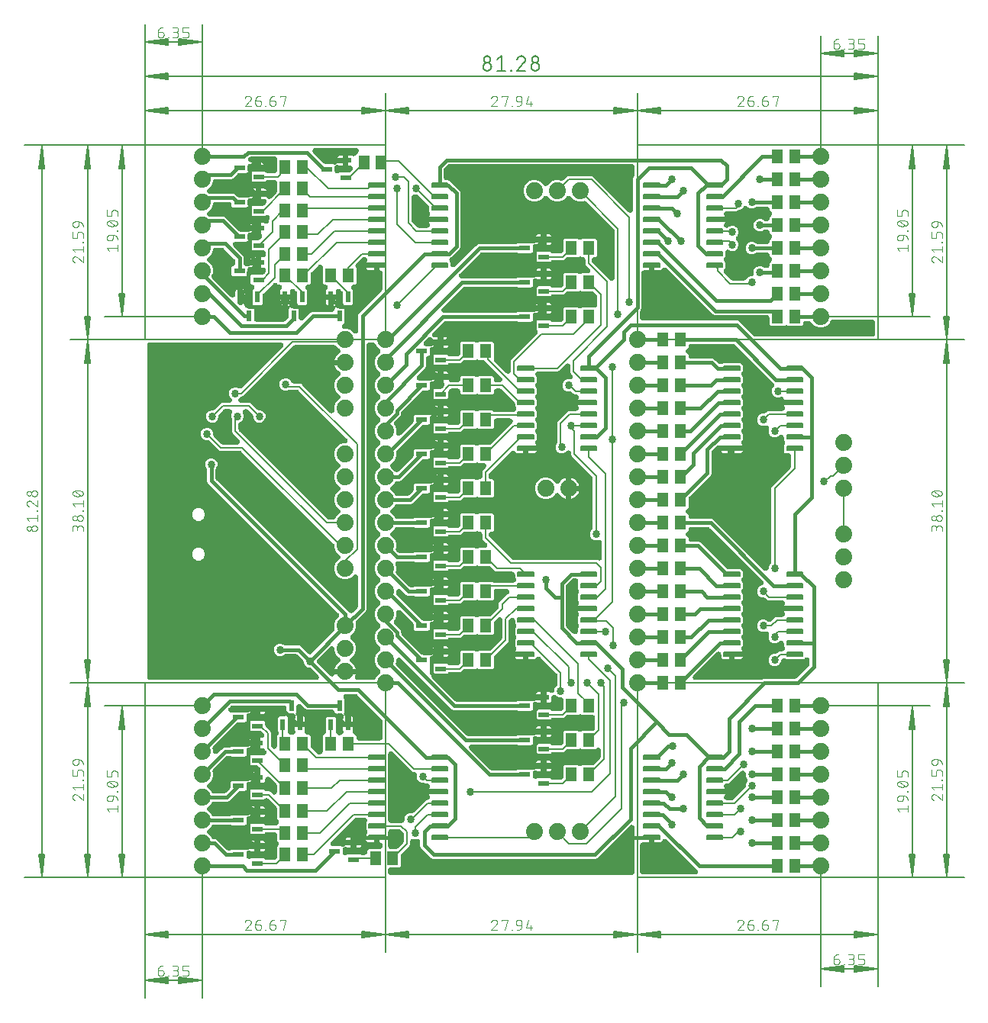
<source format=gbr>
G04 EAGLE Gerber RS-274X export*
G75*
%MOMM*%
%FSLAX34Y34*%
%LPD*%
%INTop Copper*%
%IPPOS*%
%AMOC8*
5,1,8,0,0,1.08239X$1,22.5*%
G01*
%ADD10C,0.130000*%
%ADD11C,0.152400*%
%ADD12C,0.101600*%
%ADD13R,1.250000X0.600000*%
%ADD14R,0.600000X1.250000*%
%ADD15R,1.300000X1.500000*%
%ADD16C,0.152500*%
%ADD17C,1.879600*%
%ADD18C,0.406400*%
%ADD19C,0.858000*%
%ADD20C,0.203200*%

G36*
X190034Y219094D02*
X190034Y219094D01*
X190072Y219092D01*
X190280Y219114D01*
X190487Y219131D01*
X190525Y219140D01*
X190562Y219144D01*
X190764Y219199D01*
X190966Y219249D01*
X191001Y219264D01*
X191038Y219275D01*
X191228Y219362D01*
X191420Y219444D01*
X191452Y219464D01*
X191486Y219480D01*
X191660Y219597D01*
X191836Y219709D01*
X191864Y219734D01*
X191896Y219756D01*
X192048Y219899D01*
X192204Y220038D01*
X192228Y220067D01*
X192255Y220093D01*
X192383Y220259D01*
X192514Y220422D01*
X192532Y220455D01*
X192556Y220485D01*
X192654Y220669D01*
X192758Y220850D01*
X192771Y220886D01*
X192789Y220920D01*
X192857Y221117D01*
X192929Y221313D01*
X192936Y221350D01*
X192949Y221386D01*
X192984Y221593D01*
X193024Y221797D01*
X193025Y221835D01*
X193031Y221873D01*
X193033Y222082D01*
X193039Y222290D01*
X193034Y222328D01*
X193034Y222366D01*
X193002Y222573D01*
X192975Y222779D01*
X192964Y222816D01*
X192958Y222853D01*
X192893Y223052D01*
X192832Y223251D01*
X192815Y223286D01*
X192804Y223322D01*
X192707Y223507D01*
X192615Y223695D01*
X192593Y223726D01*
X192576Y223760D01*
X192518Y223832D01*
X192330Y224097D01*
X192209Y224219D01*
X192150Y224293D01*
X184136Y232307D01*
X184049Y232381D01*
X183969Y232462D01*
X183862Y232540D01*
X183760Y232626D01*
X183663Y232685D01*
X183570Y232752D01*
X183452Y232812D01*
X183338Y232881D01*
X183232Y232923D01*
X183130Y232975D01*
X183003Y233015D01*
X182880Y233064D01*
X182769Y233089D01*
X182659Y233123D01*
X182566Y233133D01*
X182398Y233171D01*
X182074Y233189D01*
X181982Y233199D01*
X181521Y233199D01*
X179011Y234239D01*
X177089Y236161D01*
X176049Y238671D01*
X176049Y239132D01*
X176040Y239245D01*
X176041Y239360D01*
X176020Y239491D01*
X176009Y239623D01*
X175982Y239734D01*
X175964Y239847D01*
X175923Y239973D01*
X175891Y240102D01*
X175846Y240207D01*
X175810Y240316D01*
X175748Y240434D01*
X175696Y240556D01*
X175635Y240652D01*
X175582Y240753D01*
X175523Y240827D01*
X175431Y240972D01*
X175215Y241214D01*
X175157Y241286D01*
X169178Y247265D01*
X169091Y247339D01*
X169011Y247420D01*
X168904Y247498D01*
X168802Y247584D01*
X168705Y247643D01*
X168612Y247710D01*
X168494Y247770D01*
X168380Y247839D01*
X168274Y247881D01*
X168172Y247933D01*
X168045Y247973D01*
X167922Y248022D01*
X167811Y248047D01*
X167701Y248081D01*
X167608Y248091D01*
X167440Y248129D01*
X167116Y248147D01*
X167024Y248157D01*
X156210Y248157D01*
X156096Y248148D01*
X155982Y248149D01*
X155850Y248128D01*
X155718Y248117D01*
X155607Y248090D01*
X155494Y248072D01*
X155368Y248031D01*
X155239Y247999D01*
X155134Y247954D01*
X155026Y247918D01*
X154908Y247856D01*
X154786Y247804D01*
X154689Y247743D01*
X154588Y247690D01*
X154514Y247631D01*
X154370Y247539D01*
X154127Y247323D01*
X154055Y247265D01*
X153729Y246939D01*
X151219Y245899D01*
X148501Y245899D01*
X145991Y246939D01*
X144069Y248861D01*
X143029Y251371D01*
X143029Y254089D01*
X144069Y256599D01*
X145991Y258521D01*
X148501Y259561D01*
X151219Y259561D01*
X153729Y258521D01*
X154055Y258195D01*
X154142Y258121D01*
X154222Y258040D01*
X154329Y257962D01*
X154431Y257876D01*
X154529Y257817D01*
X154621Y257750D01*
X154739Y257690D01*
X154853Y257621D01*
X154960Y257579D01*
X155061Y257527D01*
X155188Y257487D01*
X155311Y257438D01*
X155423Y257413D01*
X155532Y257379D01*
X155625Y257369D01*
X155793Y257331D01*
X156117Y257313D01*
X156210Y257303D01*
X171090Y257303D01*
X172770Y256607D01*
X180725Y248652D01*
X180783Y248602D01*
X180835Y248547D01*
X180971Y248443D01*
X181101Y248332D01*
X181167Y248293D01*
X181227Y248246D01*
X181377Y248166D01*
X181524Y248078D01*
X181594Y248049D01*
X181662Y248013D01*
X181823Y247958D01*
X181982Y247894D01*
X182056Y247878D01*
X182128Y247853D01*
X182297Y247825D01*
X182463Y247788D01*
X182540Y247783D01*
X182615Y247771D01*
X182786Y247770D01*
X182956Y247760D01*
X183032Y247768D01*
X183108Y247768D01*
X183277Y247794D01*
X183447Y247812D01*
X183520Y247832D01*
X183595Y247844D01*
X183758Y247898D01*
X183922Y247943D01*
X183992Y247975D01*
X184064Y247998D01*
X184215Y248077D01*
X184371Y248149D01*
X184434Y248191D01*
X184502Y248226D01*
X184584Y248292D01*
X184780Y248424D01*
X184953Y248586D01*
X185035Y248652D01*
X209779Y273395D01*
X209919Y273561D01*
X210065Y273726D01*
X210080Y273750D01*
X210098Y273771D01*
X210211Y273958D01*
X210327Y274143D01*
X210338Y274170D01*
X210353Y274194D01*
X210434Y274397D01*
X210519Y274598D01*
X210525Y274626D01*
X210536Y274652D01*
X210583Y274865D01*
X210634Y275078D01*
X210636Y275106D01*
X210643Y275134D01*
X210655Y275352D01*
X210671Y275570D01*
X210669Y275598D01*
X210670Y275626D01*
X210647Y275844D01*
X210628Y276061D01*
X210622Y276084D01*
X210618Y276117D01*
X210487Y276593D01*
X210454Y276666D01*
X210439Y276716D01*
X210311Y277025D01*
X210311Y281775D01*
X212129Y286163D01*
X214770Y288804D01*
X214819Y288862D01*
X214875Y288914D01*
X214979Y289049D01*
X215089Y289180D01*
X215129Y289245D01*
X215175Y289305D01*
X215256Y289456D01*
X215344Y289602D01*
X215372Y289673D01*
X215408Y289740D01*
X215464Y289902D01*
X215527Y290060D01*
X215544Y290135D01*
X215568Y290207D01*
X215597Y290375D01*
X215634Y290542D01*
X215638Y290618D01*
X215651Y290693D01*
X215652Y290864D01*
X215661Y291035D01*
X215653Y291110D01*
X215654Y291187D01*
X215627Y291356D01*
X215609Y291525D01*
X215589Y291599D01*
X215577Y291674D01*
X215524Y291836D01*
X215479Y292001D01*
X215447Y292070D01*
X215423Y292143D01*
X215344Y292294D01*
X215273Y292449D01*
X215230Y292512D01*
X215195Y292580D01*
X215130Y292662D01*
X214998Y292859D01*
X214835Y293031D01*
X214770Y293113D01*
X71498Y436385D01*
X69783Y438100D01*
X69087Y439780D01*
X69087Y452120D01*
X69078Y452234D01*
X69079Y452348D01*
X69058Y452480D01*
X69047Y452612D01*
X69020Y452723D01*
X69002Y452836D01*
X68961Y452962D01*
X68929Y453091D01*
X68884Y453196D01*
X68848Y453304D01*
X68786Y453422D01*
X68734Y453544D01*
X68673Y453641D01*
X68620Y453742D01*
X68561Y453816D01*
X68469Y453960D01*
X68253Y454203D01*
X68195Y454275D01*
X67869Y454601D01*
X66829Y457111D01*
X66829Y459829D01*
X67869Y462339D01*
X69791Y464261D01*
X72301Y465301D01*
X75019Y465301D01*
X77529Y464261D01*
X79451Y462339D01*
X80491Y459829D01*
X80491Y457111D01*
X79451Y454601D01*
X79125Y454275D01*
X79051Y454188D01*
X78970Y454108D01*
X78892Y454001D01*
X78806Y453899D01*
X78747Y453801D01*
X78680Y453709D01*
X78620Y453591D01*
X78551Y453477D01*
X78509Y453370D01*
X78457Y453269D01*
X78417Y453142D01*
X78368Y453019D01*
X78343Y452907D01*
X78309Y452798D01*
X78299Y452705D01*
X78261Y452537D01*
X78243Y452213D01*
X78233Y452120D01*
X78233Y443846D01*
X78242Y443733D01*
X78241Y443618D01*
X78262Y443487D01*
X78273Y443355D01*
X78300Y443244D01*
X78318Y443131D01*
X78359Y443005D01*
X78391Y442876D01*
X78436Y442771D01*
X78472Y442662D01*
X78534Y442544D01*
X78586Y442422D01*
X78647Y442326D01*
X78700Y442225D01*
X78759Y442151D01*
X78851Y442006D01*
X79067Y441764D01*
X79125Y441692D01*
X224412Y296405D01*
X226445Y294372D01*
X226503Y294322D01*
X226555Y294267D01*
X226691Y294163D01*
X226821Y294052D01*
X226887Y294013D01*
X226947Y293966D01*
X227097Y293886D01*
X227244Y293798D01*
X227314Y293769D01*
X227382Y293733D01*
X227543Y293678D01*
X227702Y293614D01*
X227776Y293598D01*
X227848Y293573D01*
X228017Y293545D01*
X228183Y293508D01*
X228260Y293503D01*
X228335Y293491D01*
X228505Y293490D01*
X228676Y293480D01*
X228752Y293488D01*
X228828Y293488D01*
X228997Y293514D01*
X229167Y293532D01*
X229240Y293552D01*
X229315Y293564D01*
X229478Y293618D01*
X229642Y293663D01*
X229711Y293695D01*
X229784Y293718D01*
X229936Y293797D01*
X230091Y293869D01*
X230154Y293911D01*
X230222Y293946D01*
X230304Y294012D01*
X230500Y294144D01*
X230673Y294306D01*
X230755Y294372D01*
X235835Y299452D01*
X235909Y299539D01*
X235990Y299619D01*
X236068Y299726D01*
X236154Y299828D01*
X236213Y299925D01*
X236280Y300018D01*
X236340Y300136D01*
X236409Y300250D01*
X236451Y300356D01*
X236503Y300458D01*
X236543Y300585D01*
X236592Y300708D01*
X236617Y300819D01*
X236651Y300929D01*
X236661Y301022D01*
X236699Y301190D01*
X236717Y301514D01*
X236727Y301606D01*
X236727Y333137D01*
X236724Y333175D01*
X236726Y333213D01*
X236704Y333421D01*
X236687Y333628D01*
X236678Y333665D01*
X236674Y333703D01*
X236619Y333905D01*
X236569Y334107D01*
X236554Y334142D01*
X236543Y334179D01*
X236456Y334369D01*
X236374Y334561D01*
X236354Y334593D01*
X236338Y334627D01*
X236221Y334801D01*
X236109Y334977D01*
X236084Y335005D01*
X236062Y335037D01*
X235919Y335189D01*
X235780Y335344D01*
X235751Y335368D01*
X235725Y335396D01*
X235558Y335524D01*
X235396Y335654D01*
X235364Y335673D01*
X235333Y335697D01*
X235149Y335796D01*
X234968Y335898D01*
X234932Y335912D01*
X234898Y335930D01*
X234701Y335997D01*
X234505Y336070D01*
X234468Y336077D01*
X234432Y336090D01*
X234225Y336125D01*
X234021Y336165D01*
X233983Y336166D01*
X233945Y336172D01*
X233736Y336174D01*
X233528Y336180D01*
X233490Y336175D01*
X233452Y336175D01*
X233245Y336143D01*
X233039Y336116D01*
X233002Y336105D01*
X232965Y336099D01*
X232766Y336033D01*
X232567Y335973D01*
X232532Y335956D01*
X232496Y335944D01*
X232311Y335848D01*
X232123Y335756D01*
X232092Y335734D01*
X232058Y335717D01*
X231986Y335659D01*
X231721Y335471D01*
X231599Y335350D01*
X231525Y335291D01*
X229013Y332779D01*
X224625Y330961D01*
X219875Y330961D01*
X215487Y332779D01*
X212129Y336137D01*
X210311Y340525D01*
X210311Y345275D01*
X212129Y349663D01*
X215911Y353445D01*
X215961Y353503D01*
X216016Y353555D01*
X216120Y353691D01*
X216231Y353821D01*
X216270Y353887D01*
X216316Y353947D01*
X216397Y354097D01*
X216485Y354244D01*
X216514Y354314D01*
X216550Y354382D01*
X216605Y354543D01*
X216668Y354702D01*
X216685Y354776D01*
X216710Y354848D01*
X216738Y355017D01*
X216775Y355183D01*
X216780Y355260D01*
X216792Y355335D01*
X216793Y355506D01*
X216803Y355676D01*
X216795Y355752D01*
X216795Y355828D01*
X216769Y355997D01*
X216751Y356167D01*
X216731Y356240D01*
X216719Y356315D01*
X216665Y356478D01*
X216620Y356642D01*
X216588Y356712D01*
X216564Y356784D01*
X216486Y356936D01*
X216414Y357091D01*
X216372Y357154D01*
X216337Y357222D01*
X216271Y357304D01*
X216139Y357500D01*
X215977Y357673D01*
X215911Y357755D01*
X212129Y361537D01*
X210311Y365925D01*
X210311Y368399D01*
X210302Y368512D01*
X210303Y368627D01*
X210282Y368758D01*
X210271Y368890D01*
X210244Y369001D01*
X210226Y369114D01*
X210185Y369240D01*
X210153Y369369D01*
X210108Y369474D01*
X210072Y369583D01*
X210010Y369700D01*
X209958Y369823D01*
X209897Y369919D01*
X209844Y370020D01*
X209785Y370094D01*
X209693Y370239D01*
X209477Y370481D01*
X209419Y370553D01*
X107369Y472603D01*
X107282Y472677D01*
X107202Y472758D01*
X107095Y472836D01*
X106993Y472922D01*
X106895Y472981D01*
X106803Y473048D01*
X106685Y473108D01*
X106571Y473177D01*
X106465Y473219D01*
X106363Y473271D01*
X106236Y473311D01*
X106113Y473360D01*
X106001Y473385D01*
X105892Y473419D01*
X105799Y473430D01*
X105631Y473467D01*
X105307Y473485D01*
X105215Y473495D01*
X83580Y473495D01*
X82273Y474037D01*
X71741Y484569D01*
X71654Y484643D01*
X71574Y484724D01*
X71467Y484802D01*
X71365Y484888D01*
X71267Y484947D01*
X71175Y485014D01*
X71057Y485074D01*
X70943Y485143D01*
X70837Y485185D01*
X70735Y485237D01*
X70608Y485277D01*
X70485Y485326D01*
X70373Y485351D01*
X70264Y485385D01*
X70171Y485396D01*
X70003Y485433D01*
X69679Y485451D01*
X69587Y485461D01*
X67689Y485461D01*
X65179Y486501D01*
X63257Y488423D01*
X62217Y490933D01*
X62217Y493651D01*
X63257Y496161D01*
X65179Y498083D01*
X67689Y499123D01*
X70407Y499123D01*
X72917Y498083D01*
X74839Y496161D01*
X75879Y493651D01*
X75879Y491753D01*
X75888Y491640D01*
X75887Y491525D01*
X75908Y491394D01*
X75919Y491262D01*
X75946Y491151D01*
X75964Y491038D01*
X76005Y490912D01*
X76037Y490783D01*
X76082Y490678D01*
X76118Y490570D01*
X76180Y490452D01*
X76232Y490330D01*
X76293Y490233D01*
X76346Y490132D01*
X76405Y490058D01*
X76497Y489913D01*
X76713Y489671D01*
X76771Y489599D01*
X84869Y481501D01*
X84956Y481427D01*
X85036Y481346D01*
X85143Y481268D01*
X85245Y481182D01*
X85343Y481123D01*
X85435Y481056D01*
X85553Y480996D01*
X85667Y480927D01*
X85773Y480885D01*
X85875Y480833D01*
X86002Y480793D01*
X86125Y480744D01*
X86237Y480719D01*
X86346Y480685D01*
X86439Y480675D01*
X86607Y480637D01*
X86931Y480619D01*
X87023Y480609D01*
X102635Y480609D01*
X102672Y480612D01*
X102711Y480610D01*
X102918Y480632D01*
X103126Y480649D01*
X103163Y480658D01*
X103201Y480662D01*
X103403Y480717D01*
X103605Y480767D01*
X103640Y480782D01*
X103677Y480793D01*
X103867Y480880D01*
X104059Y480962D01*
X104091Y480982D01*
X104125Y480998D01*
X104299Y481115D01*
X104475Y481227D01*
X104503Y481252D01*
X104535Y481274D01*
X104687Y481417D01*
X104842Y481556D01*
X104866Y481585D01*
X104894Y481612D01*
X105021Y481777D01*
X105152Y481940D01*
X105171Y481973D01*
X105194Y482003D01*
X105293Y482187D01*
X105396Y482368D01*
X105410Y482404D01*
X105428Y482438D01*
X105495Y482635D01*
X105568Y482831D01*
X105575Y482868D01*
X105588Y482904D01*
X105623Y483111D01*
X105663Y483315D01*
X105664Y483353D01*
X105670Y483391D01*
X105672Y483600D01*
X105678Y483808D01*
X105673Y483846D01*
X105673Y483884D01*
X105641Y484091D01*
X105614Y484297D01*
X105603Y484334D01*
X105597Y484371D01*
X105531Y484570D01*
X105471Y484770D01*
X105454Y484804D01*
X105442Y484840D01*
X105346Y485025D01*
X105254Y485213D01*
X105232Y485244D01*
X105215Y485278D01*
X105156Y485350D01*
X104969Y485615D01*
X104848Y485737D01*
X104789Y485811D01*
X98744Y491856D01*
X97315Y493285D01*
X96773Y494593D01*
X96773Y508073D01*
X96772Y508083D01*
X96773Y508092D01*
X96753Y508326D01*
X96733Y508565D01*
X96731Y508574D01*
X96730Y508584D01*
X96719Y508623D01*
X96615Y509044D01*
X96563Y509164D01*
X96541Y509239D01*
X96039Y510451D01*
X96039Y513169D01*
X96992Y515470D01*
X97048Y515642D01*
X97111Y515811D01*
X97123Y515876D01*
X97144Y515939D01*
X97171Y516118D01*
X97205Y516295D01*
X97207Y516361D01*
X97217Y516427D01*
X97215Y516608D01*
X97221Y516788D01*
X97212Y516854D01*
X97211Y516921D01*
X97180Y517098D01*
X97156Y517277D01*
X97137Y517341D01*
X97125Y517406D01*
X97066Y517576D01*
X97014Y517750D01*
X96984Y517809D01*
X96962Y517872D01*
X96876Y518031D01*
X96797Y518193D01*
X96758Y518247D01*
X96727Y518305D01*
X96616Y518448D01*
X96511Y518595D01*
X96465Y518642D01*
X96424Y518695D01*
X96291Y518818D01*
X96165Y518946D01*
X96111Y518985D01*
X96062Y519030D01*
X95912Y519130D01*
X95766Y519236D01*
X95706Y519266D01*
X95651Y519303D01*
X95487Y519377D01*
X95325Y519459D01*
X95262Y519479D01*
X95201Y519506D01*
X95027Y519553D01*
X94855Y519607D01*
X94802Y519613D01*
X94725Y519634D01*
X94234Y519683D01*
X94200Y519681D01*
X94177Y519683D01*
X89095Y519683D01*
X88982Y519674D01*
X88867Y519675D01*
X88736Y519654D01*
X88604Y519643D01*
X88493Y519616D01*
X88380Y519598D01*
X88254Y519557D01*
X88125Y519525D01*
X88020Y519480D01*
X87911Y519444D01*
X87794Y519382D01*
X87672Y519330D01*
X87575Y519269D01*
X87474Y519216D01*
X87400Y519157D01*
X87255Y519065D01*
X87013Y518849D01*
X86941Y518791D01*
X82653Y514503D01*
X82579Y514416D01*
X82498Y514336D01*
X82420Y514229D01*
X82334Y514127D01*
X82275Y514029D01*
X82208Y513937D01*
X82148Y513819D01*
X82079Y513705D01*
X82037Y513599D01*
X81985Y513497D01*
X81945Y513370D01*
X81896Y513247D01*
X81871Y513135D01*
X81837Y513026D01*
X81827Y512933D01*
X81789Y512765D01*
X81771Y512441D01*
X81761Y512349D01*
X81761Y510451D01*
X80721Y507941D01*
X78799Y506019D01*
X76289Y504979D01*
X73571Y504979D01*
X71061Y506019D01*
X69139Y507941D01*
X68099Y510451D01*
X68099Y513169D01*
X69139Y515679D01*
X71061Y517601D01*
X73571Y518641D01*
X75469Y518641D01*
X75582Y518650D01*
X75697Y518649D01*
X75828Y518670D01*
X75960Y518681D01*
X76071Y518708D01*
X76184Y518726D01*
X76310Y518767D01*
X76439Y518799D01*
X76544Y518844D01*
X76653Y518880D01*
X76770Y518942D01*
X76892Y518994D01*
X76989Y519055D01*
X77090Y519108D01*
X77164Y519167D01*
X77309Y519259D01*
X77551Y519475D01*
X77623Y519533D01*
X84345Y526255D01*
X85653Y526797D01*
X93726Y526797D01*
X93764Y526800D01*
X93803Y526798D01*
X94010Y526820D01*
X94218Y526837D01*
X94255Y526846D01*
X94293Y526850D01*
X94495Y526905D01*
X94697Y526955D01*
X94732Y526970D01*
X94769Y526981D01*
X94959Y527068D01*
X95150Y527150D01*
X95183Y527170D01*
X95217Y527186D01*
X95391Y527303D01*
X95566Y527415D01*
X95595Y527440D01*
X95627Y527462D01*
X95779Y527605D01*
X95934Y527744D01*
X95958Y527773D01*
X95986Y527800D01*
X96113Y527965D01*
X96244Y528128D01*
X96263Y528161D01*
X96286Y528191D01*
X96385Y528375D01*
X96488Y528556D01*
X96502Y528592D01*
X96520Y528626D01*
X96587Y528823D01*
X96660Y529019D01*
X96667Y529056D01*
X96680Y529092D01*
X96715Y529299D01*
X96755Y529503D01*
X96756Y529541D01*
X96762Y529579D01*
X96763Y529788D01*
X96770Y529996D01*
X96765Y530034D01*
X96765Y530072D01*
X96733Y530279D01*
X96706Y530485D01*
X96695Y530522D01*
X96689Y530559D01*
X96623Y530758D01*
X96563Y530957D01*
X96546Y530992D01*
X96534Y531028D01*
X96438Y531213D01*
X96346Y531401D01*
X96324Y531432D01*
X96306Y531466D01*
X96248Y531538D01*
X96061Y531803D01*
X95940Y531925D01*
X95881Y531999D01*
X94539Y533341D01*
X93499Y535851D01*
X93499Y538569D01*
X94539Y541079D01*
X96461Y543001D01*
X98971Y544041D01*
X101689Y544041D01*
X104610Y542831D01*
X104818Y542764D01*
X105025Y542693D01*
X105053Y542688D01*
X105080Y542679D01*
X105295Y542647D01*
X105511Y542610D01*
X105540Y542610D01*
X105568Y542606D01*
X105786Y542608D01*
X106004Y542607D01*
X106033Y542612D01*
X106061Y542612D01*
X106275Y542650D01*
X106492Y542684D01*
X106519Y542693D01*
X106547Y542698D01*
X106752Y542769D01*
X106960Y542838D01*
X106986Y542851D01*
X107012Y542861D01*
X107204Y542965D01*
X107398Y543066D01*
X107416Y543080D01*
X107446Y543096D01*
X107835Y543399D01*
X107890Y543458D01*
X107931Y543491D01*
X152947Y588507D01*
X152971Y588535D01*
X152998Y588560D01*
X152999Y588560D01*
X153000Y588562D01*
X153132Y588724D01*
X153267Y588883D01*
X153287Y588916D01*
X153310Y588946D01*
X153413Y589126D01*
X153521Y589306D01*
X153536Y589341D01*
X153554Y589374D01*
X153627Y589570D01*
X153704Y589764D01*
X153713Y589801D01*
X153726Y589837D01*
X153766Y590042D01*
X153811Y590246D01*
X153813Y590284D01*
X153821Y590321D01*
X153827Y590528D01*
X153839Y590738D01*
X153835Y590776D01*
X153836Y590814D01*
X153809Y591021D01*
X153787Y591229D01*
X153777Y591265D01*
X153772Y591303D01*
X153711Y591503D01*
X153656Y591704D01*
X153640Y591739D01*
X153629Y591776D01*
X153537Y591963D01*
X153450Y592153D01*
X153429Y592185D01*
X153412Y592219D01*
X153292Y592389D01*
X153175Y592562D01*
X153149Y592590D01*
X153127Y592621D01*
X152980Y592770D01*
X152837Y592922D01*
X152807Y592945D01*
X152780Y592972D01*
X152611Y593095D01*
X152446Y593222D01*
X152412Y593240D01*
X152381Y593262D01*
X152195Y593356D01*
X152011Y593455D01*
X151975Y593467D01*
X151941Y593485D01*
X151742Y593547D01*
X151544Y593615D01*
X151507Y593621D01*
X151470Y593633D01*
X151378Y593643D01*
X151058Y593698D01*
X150886Y593699D01*
X150793Y593709D01*
X5588Y593709D01*
X5512Y593703D01*
X5436Y593705D01*
X5267Y593683D01*
X5096Y593669D01*
X5022Y593651D01*
X4947Y593641D01*
X4783Y593592D01*
X4617Y593551D01*
X4548Y593521D01*
X4474Y593499D01*
X4321Y593423D01*
X4164Y593356D01*
X4100Y593315D01*
X4031Y593282D01*
X3892Y593183D01*
X3748Y593091D01*
X3691Y593040D01*
X3629Y592996D01*
X3508Y592876D01*
X3380Y592762D01*
X3332Y592703D01*
X3278Y592649D01*
X3177Y592511D01*
X3070Y592378D01*
X3033Y592312D01*
X2988Y592251D01*
X2911Y592098D01*
X2826Y591950D01*
X2800Y591878D01*
X2765Y591810D01*
X2714Y591647D01*
X2655Y591487D01*
X2640Y591412D01*
X2617Y591340D01*
X2605Y591235D01*
X2560Y591003D01*
X2553Y590767D01*
X2541Y590662D01*
X2541Y222138D01*
X2547Y222062D01*
X2545Y221986D01*
X2567Y221817D01*
X2581Y221646D01*
X2599Y221572D01*
X2609Y221497D01*
X2658Y221333D01*
X2699Y221167D01*
X2729Y221098D01*
X2751Y221024D01*
X2827Y220871D01*
X2894Y220714D01*
X2935Y220650D01*
X2968Y220581D01*
X3067Y220442D01*
X3159Y220298D01*
X3210Y220241D01*
X3254Y220179D01*
X3374Y220058D01*
X3488Y219930D01*
X3547Y219882D01*
X3601Y219828D01*
X3739Y219727D01*
X3872Y219620D01*
X3938Y219583D01*
X3999Y219538D01*
X4152Y219461D01*
X4300Y219376D01*
X4372Y219350D01*
X4440Y219315D01*
X4603Y219264D01*
X4763Y219205D01*
X4838Y219190D01*
X4910Y219167D01*
X5015Y219155D01*
X5247Y219110D01*
X5483Y219103D01*
X5588Y219091D01*
X189996Y219091D01*
X190034Y219094D01*
G37*
G36*
X504154Y351890D02*
X504154Y351890D01*
X504221Y351891D01*
X504398Y351923D01*
X504577Y351946D01*
X504641Y351965D01*
X504706Y351977D01*
X504876Y352036D01*
X505050Y352089D01*
X505109Y352118D01*
X505172Y352140D01*
X505331Y352226D01*
X505493Y352305D01*
X505547Y352344D01*
X505605Y352376D01*
X505748Y352487D01*
X505895Y352591D01*
X505942Y352638D01*
X505995Y352679D01*
X506118Y352811D01*
X506246Y352938D01*
X506285Y352991D01*
X506330Y353040D01*
X506430Y353191D01*
X506536Y353336D01*
X506566Y353396D01*
X506603Y353451D01*
X506677Y353616D01*
X506759Y353777D01*
X506779Y353840D01*
X506806Y353901D01*
X506853Y354075D01*
X506907Y354247D01*
X506913Y354300D01*
X506934Y354377D01*
X506983Y354868D01*
X506981Y354902D01*
X506983Y354925D01*
X506983Y371781D01*
X506969Y371961D01*
X506962Y372141D01*
X506949Y372206D01*
X506943Y372273D01*
X506900Y372448D01*
X506864Y372625D01*
X506841Y372687D01*
X506825Y372752D01*
X506753Y372918D01*
X506690Y373086D01*
X506656Y373144D01*
X506630Y373205D01*
X506533Y373357D01*
X506443Y373514D01*
X506401Y373565D01*
X506365Y373621D01*
X506245Y373755D01*
X506130Y373895D01*
X506081Y373939D01*
X506036Y373989D01*
X505896Y374102D01*
X505761Y374222D01*
X505704Y374257D01*
X505652Y374299D01*
X505496Y374388D01*
X505343Y374484D01*
X505281Y374510D01*
X505224Y374543D01*
X505054Y374606D01*
X504888Y374676D01*
X504824Y374691D01*
X504761Y374715D01*
X504584Y374749D01*
X504409Y374791D01*
X504342Y374796D01*
X504277Y374809D01*
X504097Y374815D01*
X503917Y374828D01*
X503850Y374822D01*
X503784Y374825D01*
X503605Y374801D01*
X503425Y374785D01*
X503375Y374771D01*
X503295Y374760D01*
X502823Y374618D01*
X502792Y374603D01*
X502770Y374596D01*
X501739Y374169D01*
X499021Y374169D01*
X496511Y375209D01*
X494589Y377131D01*
X493549Y379641D01*
X493549Y382359D01*
X494589Y384869D01*
X495931Y386211D01*
X496005Y386298D01*
X496086Y386378D01*
X496164Y386485D01*
X496250Y386587D01*
X496309Y386685D01*
X496376Y386777D01*
X496436Y386895D01*
X496505Y387009D01*
X496547Y387116D01*
X496599Y387217D01*
X496639Y387344D01*
X496688Y387467D01*
X496713Y387579D01*
X496747Y387688D01*
X496757Y387781D01*
X496795Y387949D01*
X496813Y388273D01*
X496823Y388366D01*
X496823Y443035D01*
X496814Y443148D01*
X496815Y443263D01*
X496794Y443394D01*
X496783Y443526D01*
X496756Y443637D01*
X496738Y443750D01*
X496697Y443876D01*
X496665Y444005D01*
X496620Y444110D01*
X496584Y444219D01*
X496522Y444336D01*
X496470Y444458D01*
X496409Y444555D01*
X496356Y444656D01*
X496297Y444730D01*
X496205Y444875D01*
X495989Y445117D01*
X495931Y445189D01*
X473235Y467885D01*
X472693Y469193D01*
X472693Y470916D01*
X472690Y470954D01*
X472692Y470993D01*
X472670Y471200D01*
X472653Y471408D01*
X472644Y471445D01*
X472640Y471483D01*
X472585Y471685D01*
X472535Y471887D01*
X472520Y471922D01*
X472509Y471959D01*
X472422Y472149D01*
X472340Y472340D01*
X472320Y472373D01*
X472304Y472407D01*
X472187Y472581D01*
X472075Y472756D01*
X472050Y472785D01*
X472028Y472817D01*
X471885Y472969D01*
X471746Y473124D01*
X471717Y473148D01*
X471690Y473176D01*
X471525Y473303D01*
X471362Y473434D01*
X471329Y473453D01*
X471299Y473476D01*
X471115Y473575D01*
X470934Y473678D01*
X470898Y473692D01*
X470864Y473710D01*
X470667Y473777D01*
X470471Y473850D01*
X470434Y473857D01*
X470398Y473870D01*
X470191Y473905D01*
X469987Y473945D01*
X469949Y473946D01*
X469911Y473952D01*
X469702Y473953D01*
X469494Y473960D01*
X469456Y473955D01*
X469418Y473955D01*
X469211Y473923D01*
X469005Y473896D01*
X468968Y473885D01*
X468931Y473879D01*
X468732Y473813D01*
X468533Y473753D01*
X468498Y473736D01*
X468462Y473724D01*
X468277Y473628D01*
X468089Y473536D01*
X468058Y473514D01*
X468024Y473496D01*
X467952Y473438D01*
X467687Y473251D01*
X467565Y473130D01*
X467491Y473071D01*
X466149Y471729D01*
X463639Y470689D01*
X460921Y470689D01*
X458411Y471729D01*
X456489Y473651D01*
X455449Y476161D01*
X455449Y478879D01*
X456489Y481389D01*
X456561Y481461D01*
X456635Y481548D01*
X456716Y481628D01*
X456794Y481735D01*
X456880Y481837D01*
X456939Y481935D01*
X457006Y482027D01*
X457066Y482145D01*
X457135Y482259D01*
X457177Y482366D01*
X457229Y482467D01*
X457269Y482594D01*
X457318Y482717D01*
X457343Y482829D01*
X457377Y482938D01*
X457387Y483031D01*
X457425Y483199D01*
X457443Y483523D01*
X457453Y483616D01*
X457453Y504897D01*
X457995Y506205D01*
X469155Y517365D01*
X470463Y517907D01*
X478270Y517907D01*
X478501Y517926D01*
X478733Y517942D01*
X478747Y517946D01*
X478761Y517947D01*
X478987Y518003D01*
X479213Y518057D01*
X479226Y518062D01*
X479240Y518065D01*
X479454Y518157D01*
X479669Y518247D01*
X479681Y518254D01*
X479694Y518260D01*
X479889Y518385D01*
X480087Y518508D01*
X480098Y518517D01*
X480110Y518525D01*
X480282Y518679D01*
X480458Y518833D01*
X480467Y518844D01*
X480477Y518854D01*
X480624Y519035D01*
X480771Y519214D01*
X480779Y519226D01*
X480787Y519238D01*
X480902Y519439D01*
X481019Y519641D01*
X481024Y519654D01*
X481031Y519666D01*
X481112Y519884D01*
X481195Y520102D01*
X481198Y520116D01*
X481203Y520129D01*
X481248Y520356D01*
X481294Y520585D01*
X481295Y520599D01*
X481298Y520613D01*
X481305Y520845D01*
X481314Y521078D01*
X481313Y521092D01*
X481313Y521106D01*
X481283Y521337D01*
X481254Y521568D01*
X481251Y521581D01*
X481249Y521595D01*
X481181Y521819D01*
X481116Y522041D01*
X481111Y522051D01*
X481106Y522067D01*
X480889Y522511D01*
X480832Y522591D01*
X480803Y522647D01*
X480435Y523198D01*
X480186Y523799D01*
X480146Y524003D01*
X491950Y524003D01*
X492026Y524009D01*
X492102Y524006D01*
X492271Y524029D01*
X492441Y524043D01*
X492515Y524061D01*
X492591Y524071D01*
X492755Y524120D01*
X492920Y524161D01*
X492990Y524191D01*
X493063Y524213D01*
X493217Y524288D01*
X493374Y524356D01*
X493438Y524397D01*
X493506Y524430D01*
X493646Y524529D01*
X493790Y524621D01*
X493846Y524672D01*
X493909Y524716D01*
X494030Y524836D01*
X494158Y524950D01*
X494205Y525009D01*
X494260Y525062D01*
X494360Y525201D01*
X494467Y525333D01*
X494505Y525400D01*
X494550Y525461D01*
X494627Y525614D01*
X494711Y525762D01*
X494738Y525834D01*
X494772Y525902D01*
X494824Y526064D01*
X494883Y526225D01*
X494898Y526299D01*
X494921Y526372D01*
X494932Y526477D01*
X494978Y526709D01*
X494985Y526945D01*
X494997Y527050D01*
X494991Y527126D01*
X494992Y527175D01*
X494993Y527202D01*
X494971Y527371D01*
X494957Y527542D01*
X494939Y527616D01*
X494929Y527691D01*
X494879Y527855D01*
X494838Y528021D01*
X494808Y528091D01*
X494786Y528164D01*
X494711Y528317D01*
X494644Y528474D01*
X494603Y528538D01*
X494569Y528607D01*
X494470Y528746D01*
X494379Y528890D01*
X494328Y528947D01*
X494284Y529009D01*
X494164Y529131D01*
X494050Y529258D01*
X493991Y529306D01*
X493937Y529360D01*
X493799Y529461D01*
X493666Y529568D01*
X493600Y529606D01*
X493538Y529650D01*
X493386Y529727D01*
X493237Y529812D01*
X493166Y529838D01*
X493098Y529873D01*
X492935Y529924D01*
X492775Y529984D01*
X492700Y529998D01*
X492627Y530021D01*
X492523Y530033D01*
X492291Y530078D01*
X492055Y530086D01*
X491950Y530097D01*
X480146Y530097D01*
X480186Y530301D01*
X480435Y530902D01*
X480803Y531453D01*
X480917Y531656D01*
X481031Y531858D01*
X481036Y531872D01*
X481043Y531884D01*
X481122Y532103D01*
X481203Y532321D01*
X481206Y532335D01*
X481211Y532348D01*
X481253Y532579D01*
X481298Y532805D01*
X481298Y532819D01*
X481301Y532833D01*
X481306Y533068D01*
X481313Y533298D01*
X481311Y533312D01*
X481312Y533326D01*
X481279Y533556D01*
X481249Y533787D01*
X481245Y533801D01*
X481243Y533815D01*
X481174Y534036D01*
X481106Y534260D01*
X481100Y534272D01*
X481096Y534286D01*
X480991Y534494D01*
X480889Y534703D01*
X480881Y534714D01*
X480875Y534727D01*
X480738Y534915D01*
X480604Y535105D01*
X480594Y535115D01*
X480586Y535127D01*
X480421Y535290D01*
X480257Y535456D01*
X480246Y535464D01*
X480236Y535474D01*
X480047Y535609D01*
X479858Y535746D01*
X479846Y535753D01*
X479834Y535761D01*
X479625Y535864D01*
X479418Y535969D01*
X479404Y535973D01*
X479392Y535979D01*
X479169Y536047D01*
X478947Y536117D01*
X478936Y536118D01*
X478920Y536123D01*
X478431Y536189D01*
X478332Y536186D01*
X478270Y536193D01*
X476813Y536193D01*
X475505Y536735D01*
X473863Y538377D01*
X473776Y538451D01*
X473696Y538532D01*
X473589Y538610D01*
X473487Y538696D01*
X473390Y538755D01*
X473297Y538822D01*
X473179Y538882D01*
X473065Y538951D01*
X472959Y538993D01*
X472857Y539045D01*
X472730Y539085D01*
X472607Y539134D01*
X472495Y539159D01*
X472386Y539193D01*
X472293Y539203D01*
X472125Y539241D01*
X471801Y539259D01*
X471709Y539269D01*
X468541Y539269D01*
X466031Y540309D01*
X464109Y542231D01*
X463069Y544741D01*
X463069Y547459D01*
X464109Y549969D01*
X466031Y551891D01*
X468541Y552931D01*
X471463Y552931D01*
X471501Y552934D01*
X471539Y552932D01*
X471747Y552954D01*
X471954Y552971D01*
X471991Y552980D01*
X472029Y552984D01*
X472230Y553039D01*
X472433Y553089D01*
X472468Y553104D01*
X472505Y553115D01*
X472694Y553201D01*
X472887Y553284D01*
X472919Y553304D01*
X472953Y553320D01*
X473127Y553437D01*
X473303Y553549D01*
X473331Y553574D01*
X473363Y553596D01*
X473515Y553739D01*
X473670Y553878D01*
X473695Y553907D01*
X473722Y553934D01*
X473849Y554099D01*
X473980Y554262D01*
X473999Y554295D01*
X474023Y554325D01*
X474121Y554509D01*
X474224Y554690D01*
X474238Y554726D01*
X474256Y554760D01*
X474323Y554957D01*
X474396Y555153D01*
X474403Y555190D01*
X474416Y555226D01*
X474451Y555433D01*
X474491Y555637D01*
X474492Y555675D01*
X474498Y555713D01*
X474500Y555922D01*
X474506Y556130D01*
X474501Y556168D01*
X474501Y556206D01*
X474469Y556413D01*
X474442Y556619D01*
X474431Y556656D01*
X474425Y556693D01*
X474359Y556892D01*
X474299Y557091D01*
X474282Y557126D01*
X474270Y557162D01*
X474174Y557347D01*
X474082Y557535D01*
X474060Y557566D01*
X474043Y557600D01*
X473985Y557672D01*
X473797Y557937D01*
X473676Y558059D01*
X473617Y558133D01*
X472425Y559325D01*
X471883Y560633D01*
X471883Y567447D01*
X471880Y567485D01*
X471882Y567523D01*
X471860Y567730D01*
X471843Y567938D01*
X471834Y567975D01*
X471830Y568013D01*
X471775Y568214D01*
X471725Y568417D01*
X471710Y568452D01*
X471699Y568489D01*
X471612Y568679D01*
X471530Y568871D01*
X471510Y568903D01*
X471494Y568937D01*
X471377Y569111D01*
X471265Y569287D01*
X471240Y569315D01*
X471218Y569347D01*
X471075Y569499D01*
X470936Y569654D01*
X470907Y569678D01*
X470881Y569706D01*
X470715Y569833D01*
X470552Y569964D01*
X470519Y569983D01*
X470489Y570006D01*
X470305Y570105D01*
X470124Y570208D01*
X470088Y570222D01*
X470054Y570240D01*
X469857Y570307D01*
X469661Y570380D01*
X469624Y570387D01*
X469588Y570400D01*
X469381Y570435D01*
X469177Y570475D01*
X469139Y570476D01*
X469101Y570482D01*
X468892Y570484D01*
X468684Y570490D01*
X468646Y570485D01*
X468608Y570485D01*
X468401Y570453D01*
X468195Y570426D01*
X468158Y570415D01*
X468121Y570409D01*
X467922Y570343D01*
X467723Y570283D01*
X467688Y570266D01*
X467652Y570254D01*
X467467Y570158D01*
X467279Y570066D01*
X467248Y570044D01*
X467214Y570027D01*
X467142Y569969D01*
X466877Y569781D01*
X466755Y569660D01*
X466681Y569601D01*
X459215Y562135D01*
X457907Y561593D01*
X436210Y561593D01*
X436172Y561590D01*
X436134Y561592D01*
X435926Y561570D01*
X435718Y561553D01*
X435681Y561544D01*
X435643Y561540D01*
X435442Y561485D01*
X435239Y561435D01*
X435204Y561419D01*
X435167Y561409D01*
X434978Y561322D01*
X434786Y561240D01*
X434754Y561220D01*
X434719Y561204D01*
X434546Y561087D01*
X434370Y560975D01*
X434341Y560950D01*
X434310Y560928D01*
X434157Y560785D01*
X434002Y560646D01*
X433978Y560617D01*
X433950Y560590D01*
X433823Y560424D01*
X433692Y560262D01*
X433673Y560229D01*
X433650Y560199D01*
X433551Y560015D01*
X433448Y559834D01*
X433435Y559798D01*
X433417Y559764D01*
X433349Y559567D01*
X433276Y559371D01*
X433269Y559334D01*
X433257Y559297D01*
X433222Y559092D01*
X433182Y558887D01*
X433181Y558849D01*
X433174Y558811D01*
X433173Y558602D01*
X433166Y558394D01*
X433171Y558356D01*
X433171Y558318D01*
X433204Y558112D01*
X433231Y557905D01*
X433242Y557868D01*
X433248Y557830D01*
X433313Y557633D01*
X433373Y557433D01*
X433390Y557398D01*
X433402Y557362D01*
X433498Y557177D01*
X433590Y556989D01*
X433612Y556958D01*
X433630Y556924D01*
X433688Y556851D01*
X433806Y556685D01*
X434341Y555395D01*
X434341Y549505D01*
X433838Y548291D01*
X433801Y548255D01*
X433752Y548197D01*
X433696Y548145D01*
X433592Y548009D01*
X433482Y547879D01*
X433442Y547814D01*
X433396Y547753D01*
X433315Y547603D01*
X433227Y547456D01*
X433199Y547386D01*
X433163Y547318D01*
X433107Y547157D01*
X433044Y546998D01*
X433028Y546924D01*
X433003Y546852D01*
X432974Y546683D01*
X432937Y546517D01*
X432933Y546441D01*
X432920Y546365D01*
X432919Y546194D01*
X432910Y546024D01*
X432918Y545948D01*
X432917Y545872D01*
X432944Y545703D01*
X432962Y545533D01*
X432982Y545460D01*
X432994Y545385D01*
X433047Y545222D01*
X433092Y545058D01*
X433124Y544989D01*
X433148Y544916D01*
X433227Y544764D01*
X433298Y544609D01*
X433341Y544546D01*
X433376Y544478D01*
X433442Y544396D01*
X433574Y544200D01*
X433736Y544027D01*
X433801Y543945D01*
X433838Y543909D01*
X434341Y542695D01*
X434341Y536805D01*
X433838Y535591D01*
X433801Y535555D01*
X433752Y535497D01*
X433696Y535445D01*
X433592Y535309D01*
X433482Y535179D01*
X433442Y535114D01*
X433396Y535053D01*
X433315Y534903D01*
X433227Y534756D01*
X433199Y534686D01*
X433163Y534618D01*
X433107Y534457D01*
X433044Y534298D01*
X433028Y534224D01*
X433003Y534152D01*
X432974Y533983D01*
X432937Y533817D01*
X432933Y533741D01*
X432920Y533665D01*
X432919Y533494D01*
X432910Y533324D01*
X432918Y533248D01*
X432917Y533172D01*
X432944Y533003D01*
X432962Y532833D01*
X432982Y532760D01*
X432994Y532685D01*
X433047Y532522D01*
X433092Y532358D01*
X433124Y532289D01*
X433148Y532216D01*
X433227Y532064D01*
X433298Y531909D01*
X433341Y531846D01*
X433376Y531778D01*
X433442Y531696D01*
X433574Y531500D01*
X433736Y531327D01*
X433801Y531245D01*
X433838Y531209D01*
X434341Y529995D01*
X434341Y524105D01*
X433838Y522891D01*
X433801Y522855D01*
X433752Y522797D01*
X433696Y522745D01*
X433592Y522609D01*
X433482Y522479D01*
X433442Y522414D01*
X433396Y522353D01*
X433315Y522203D01*
X433227Y522056D01*
X433199Y521986D01*
X433163Y521918D01*
X433107Y521757D01*
X433044Y521598D01*
X433028Y521524D01*
X433003Y521452D01*
X432974Y521283D01*
X432937Y521117D01*
X432933Y521041D01*
X432920Y520965D01*
X432919Y520794D01*
X432910Y520624D01*
X432918Y520548D01*
X432917Y520472D01*
X432944Y520303D01*
X432962Y520133D01*
X432982Y520060D01*
X432994Y519985D01*
X433047Y519822D01*
X433092Y519658D01*
X433124Y519589D01*
X433148Y519516D01*
X433227Y519364D01*
X433298Y519209D01*
X433341Y519146D01*
X433376Y519078D01*
X433442Y518996D01*
X433574Y518800D01*
X433736Y518627D01*
X433801Y518545D01*
X433838Y518509D01*
X434341Y517295D01*
X434341Y511405D01*
X433838Y510191D01*
X433801Y510155D01*
X433752Y510097D01*
X433696Y510045D01*
X433592Y509909D01*
X433482Y509779D01*
X433442Y509714D01*
X433396Y509653D01*
X433315Y509503D01*
X433227Y509356D01*
X433199Y509286D01*
X433163Y509218D01*
X433107Y509057D01*
X433044Y508898D01*
X433028Y508824D01*
X433003Y508752D01*
X432974Y508583D01*
X432937Y508417D01*
X432933Y508341D01*
X432920Y508265D01*
X432919Y508094D01*
X432910Y507924D01*
X432918Y507848D01*
X432917Y507772D01*
X432944Y507603D01*
X432962Y507433D01*
X432982Y507360D01*
X432994Y507285D01*
X433047Y507122D01*
X433092Y506958D01*
X433124Y506889D01*
X433148Y506816D01*
X433227Y506664D01*
X433298Y506509D01*
X433341Y506446D01*
X433376Y506378D01*
X433442Y506296D01*
X433574Y506100D01*
X433736Y505927D01*
X433801Y505845D01*
X433838Y505809D01*
X434341Y504595D01*
X434341Y498705D01*
X433838Y497491D01*
X433801Y497455D01*
X433752Y497397D01*
X433696Y497345D01*
X433592Y497209D01*
X433482Y497079D01*
X433442Y497014D01*
X433396Y496953D01*
X433315Y496803D01*
X433227Y496656D01*
X433199Y496586D01*
X433163Y496518D01*
X433107Y496357D01*
X433044Y496198D01*
X433028Y496124D01*
X433003Y496052D01*
X432974Y495883D01*
X432937Y495717D01*
X432933Y495641D01*
X432920Y495565D01*
X432919Y495394D01*
X432910Y495224D01*
X432918Y495148D01*
X432917Y495072D01*
X432944Y494903D01*
X432962Y494733D01*
X432982Y494660D01*
X432994Y494585D01*
X433047Y494422D01*
X433092Y494258D01*
X433124Y494189D01*
X433148Y494116D01*
X433227Y493964D01*
X433298Y493809D01*
X433341Y493746D01*
X433376Y493678D01*
X433442Y493596D01*
X433574Y493400D01*
X433736Y493227D01*
X433801Y493145D01*
X433838Y493109D01*
X434341Y491895D01*
X434341Y486005D01*
X433838Y484791D01*
X433801Y484755D01*
X433752Y484697D01*
X433696Y484645D01*
X433592Y484509D01*
X433482Y484379D01*
X433442Y484314D01*
X433396Y484253D01*
X433315Y484103D01*
X433227Y483956D01*
X433199Y483886D01*
X433163Y483818D01*
X433107Y483657D01*
X433044Y483498D01*
X433028Y483424D01*
X433003Y483352D01*
X432974Y483183D01*
X432937Y483017D01*
X432933Y482941D01*
X432920Y482865D01*
X432919Y482694D01*
X432910Y482524D01*
X432918Y482448D01*
X432917Y482372D01*
X432944Y482203D01*
X432962Y482033D01*
X432982Y481960D01*
X432994Y481885D01*
X433047Y481722D01*
X433092Y481558D01*
X433124Y481489D01*
X433148Y481416D01*
X433227Y481264D01*
X433298Y481109D01*
X433341Y481046D01*
X433376Y480978D01*
X433422Y480920D01*
X433437Y480893D01*
X433965Y480102D01*
X434214Y479501D01*
X434254Y479297D01*
X422450Y479297D01*
X422374Y479291D01*
X422298Y479294D01*
X422129Y479271D01*
X421959Y479257D01*
X421885Y479239D01*
X421809Y479229D01*
X421645Y479180D01*
X421480Y479139D01*
X421410Y479109D01*
X421337Y479087D01*
X421183Y479012D01*
X421026Y478944D01*
X420962Y478903D01*
X420894Y478870D01*
X420754Y478771D01*
X420610Y478679D01*
X420554Y478628D01*
X420491Y478584D01*
X420370Y478464D01*
X420242Y478350D01*
X420194Y478291D01*
X420140Y478237D01*
X420039Y478099D01*
X419932Y477966D01*
X419894Y477900D01*
X419849Y477838D01*
X419773Y477686D01*
X419688Y477537D01*
X419661Y477466D01*
X419627Y477398D01*
X419576Y477235D01*
X419516Y477075D01*
X419502Y477000D01*
X419479Y476927D01*
X419467Y476823D01*
X419422Y476591D01*
X419414Y476355D01*
X419403Y476250D01*
X419403Y470659D01*
X413537Y470659D01*
X412899Y470786D01*
X412298Y471035D01*
X411757Y471397D01*
X411297Y471857D01*
X410838Y472543D01*
X410758Y472644D01*
X410687Y472750D01*
X410606Y472837D01*
X410532Y472930D01*
X410437Y473016D01*
X410349Y473110D01*
X410255Y473182D01*
X410167Y473262D01*
X410059Y473332D01*
X409957Y473410D01*
X409853Y473466D01*
X409753Y473531D01*
X409636Y473583D01*
X409523Y473643D01*
X409410Y473682D01*
X409302Y473730D01*
X409178Y473762D01*
X409056Y473803D01*
X408939Y473823D01*
X408824Y473853D01*
X408696Y473865D01*
X408570Y473886D01*
X408451Y473887D01*
X408333Y473897D01*
X408205Y473888D01*
X408076Y473889D01*
X407959Y473871D01*
X407841Y473862D01*
X407716Y473832D01*
X407589Y473812D01*
X407476Y473775D01*
X407361Y473748D01*
X407242Y473698D01*
X407120Y473658D01*
X407015Y473603D01*
X406906Y473558D01*
X406797Y473490D01*
X406683Y473430D01*
X406615Y473376D01*
X406487Y473296D01*
X406208Y473051D01*
X406150Y473005D01*
X382249Y449105D01*
X382175Y449018D01*
X382094Y448937D01*
X382016Y448830D01*
X381930Y448729D01*
X381871Y448631D01*
X381804Y448539D01*
X381744Y448420D01*
X381675Y448306D01*
X381633Y448200D01*
X381581Y448098D01*
X381541Y447971D01*
X381492Y447848D01*
X381467Y447737D01*
X381433Y447628D01*
X381423Y447534D01*
X381385Y447367D01*
X381367Y447042D01*
X381357Y446950D01*
X381357Y444888D01*
X381363Y444812D01*
X381361Y444736D01*
X381383Y444567D01*
X381397Y444396D01*
X381415Y444322D01*
X381425Y444247D01*
X381474Y444083D01*
X381515Y443917D01*
X381545Y443848D01*
X381567Y443774D01*
X381643Y443621D01*
X381710Y443464D01*
X381751Y443400D01*
X381784Y443331D01*
X381883Y443192D01*
X381975Y443048D01*
X382026Y442991D01*
X382070Y442929D01*
X382190Y442808D01*
X382304Y442680D01*
X382363Y442632D01*
X382417Y442578D01*
X382555Y442477D01*
X382688Y442370D01*
X382754Y442333D01*
X382815Y442288D01*
X382968Y442211D01*
X383116Y442126D01*
X383188Y442100D01*
X383256Y442065D01*
X383419Y442014D01*
X383579Y441955D01*
X383654Y441940D01*
X383726Y441917D01*
X383831Y441905D01*
X384063Y441860D01*
X384299Y441853D01*
X384404Y441841D01*
X385352Y441841D01*
X386841Y440352D01*
X386841Y423248D01*
X385352Y421759D01*
X370211Y421759D01*
X370209Y421761D01*
X370079Y421872D01*
X370013Y421911D01*
X369953Y421957D01*
X369803Y422038D01*
X369656Y422126D01*
X369585Y422154D01*
X369518Y422191D01*
X369357Y422246D01*
X369198Y422309D01*
X369124Y422326D01*
X369052Y422350D01*
X368883Y422379D01*
X368716Y422416D01*
X368640Y422420D01*
X368565Y422433D01*
X368395Y422434D01*
X368224Y422444D01*
X368148Y422436D01*
X368072Y422436D01*
X367903Y422410D01*
X367733Y422391D01*
X367660Y422371D01*
X367585Y422359D01*
X367422Y422306D01*
X367258Y422261D01*
X367188Y422229D01*
X367116Y422205D01*
X366965Y422126D01*
X366809Y422055D01*
X366746Y422013D01*
X366678Y421977D01*
X366596Y421912D01*
X366400Y421780D01*
X366378Y421759D01*
X355051Y421759D01*
X354938Y421750D01*
X354823Y421751D01*
X354692Y421730D01*
X354560Y421719D01*
X354449Y421692D01*
X354336Y421674D01*
X354210Y421633D01*
X354081Y421601D01*
X353976Y421556D01*
X353867Y421520D01*
X353750Y421458D01*
X353628Y421406D01*
X353531Y421345D01*
X353430Y421292D01*
X353356Y421233D01*
X353211Y421141D01*
X352969Y420925D01*
X352897Y420867D01*
X351265Y419235D01*
X349957Y418693D01*
X338549Y418693D01*
X338435Y418684D01*
X338321Y418685D01*
X338189Y418664D01*
X338057Y418653D01*
X337946Y418626D01*
X337833Y418608D01*
X337707Y418567D01*
X337578Y418535D01*
X337473Y418490D01*
X337365Y418454D01*
X337247Y418392D01*
X337125Y418340D01*
X337028Y418279D01*
X336927Y418226D01*
X336854Y418167D01*
X336709Y418075D01*
X336467Y417859D01*
X336394Y417801D01*
X335302Y416709D01*
X320698Y416709D01*
X319209Y418198D01*
X319209Y423809D01*
X319206Y423847D01*
X319208Y423886D01*
X319186Y424094D01*
X319169Y424301D01*
X319160Y424338D01*
X319156Y424376D01*
X319101Y424578D01*
X319051Y424780D01*
X319036Y424815D01*
X319025Y424852D01*
X318938Y425042D01*
X318856Y425233D01*
X318836Y425266D01*
X318820Y425300D01*
X318703Y425473D01*
X318591Y425649D01*
X318566Y425678D01*
X318544Y425710D01*
X318401Y425862D01*
X318262Y426017D01*
X318233Y426041D01*
X318206Y426069D01*
X318040Y426196D01*
X317878Y426327D01*
X317845Y426346D01*
X317815Y426369D01*
X317631Y426468D01*
X317450Y426571D01*
X317414Y426585D01*
X317380Y426603D01*
X317183Y426670D01*
X316987Y426743D01*
X316950Y426750D01*
X316914Y426763D01*
X316708Y426797D01*
X316503Y426838D01*
X316465Y426839D01*
X316427Y426845D01*
X316218Y426846D01*
X316010Y426853D01*
X315972Y426848D01*
X315934Y426848D01*
X315728Y426816D01*
X315521Y426788D01*
X315484Y426777D01*
X315447Y426771D01*
X315249Y426706D01*
X315049Y426646D01*
X315014Y426629D01*
X314978Y426617D01*
X314793Y426521D01*
X314605Y426429D01*
X314574Y426407D01*
X314540Y426389D01*
X314468Y426331D01*
X314366Y426259D01*
X309188Y426259D01*
X309075Y426250D01*
X308960Y426251D01*
X308829Y426230D01*
X308697Y426219D01*
X308586Y426192D01*
X308473Y426174D01*
X308347Y426133D01*
X308218Y426101D01*
X308113Y426056D01*
X308004Y426020D01*
X307886Y425958D01*
X307764Y425906D01*
X307668Y425845D01*
X307567Y425792D01*
X307493Y425733D01*
X307348Y425641D01*
X307106Y425425D01*
X307034Y425367D01*
X298605Y416938D01*
X296890Y415223D01*
X295210Y414527D01*
X279764Y414527D01*
X279546Y414510D01*
X279329Y414496D01*
X279301Y414490D01*
X279273Y414487D01*
X279061Y414435D01*
X278848Y414386D01*
X278822Y414375D01*
X278794Y414369D01*
X278593Y414282D01*
X278391Y414200D01*
X278367Y414185D01*
X278340Y414174D01*
X278156Y414057D01*
X277970Y413943D01*
X277948Y413924D01*
X277924Y413909D01*
X277762Y413764D01*
X277596Y413621D01*
X277578Y413599D01*
X277557Y413580D01*
X277420Y413411D01*
X277279Y413243D01*
X277268Y413222D01*
X277247Y413196D01*
X277003Y412768D01*
X276975Y412692D01*
X276949Y412646D01*
X276821Y412337D01*
X273039Y408555D01*
X272989Y408497D01*
X272934Y408445D01*
X272830Y408309D01*
X272719Y408179D01*
X272680Y408113D01*
X272634Y408053D01*
X272553Y407903D01*
X272465Y407756D01*
X272436Y407686D01*
X272400Y407618D01*
X272345Y407457D01*
X272282Y407298D01*
X272265Y407224D01*
X272240Y407152D01*
X272212Y406983D01*
X272175Y406817D01*
X272170Y406740D01*
X272158Y406665D01*
X272157Y406494D01*
X272147Y406324D01*
X272155Y406248D01*
X272155Y406172D01*
X272181Y406003D01*
X272199Y405833D01*
X272219Y405760D01*
X272231Y405685D01*
X272285Y405522D01*
X272330Y405358D01*
X272362Y405288D01*
X272386Y405216D01*
X272464Y405064D01*
X272536Y404909D01*
X272578Y404846D01*
X272613Y404778D01*
X272679Y404696D01*
X272811Y404500D01*
X272973Y404327D01*
X273039Y404245D01*
X276821Y400463D01*
X276949Y400154D01*
X277049Y399959D01*
X277145Y399763D01*
X277161Y399740D01*
X277174Y399715D01*
X277304Y399539D01*
X277430Y399361D01*
X277450Y399341D01*
X277467Y399318D01*
X277624Y399165D01*
X277777Y399010D01*
X277800Y398993D01*
X277820Y398973D01*
X278000Y398848D01*
X278176Y398720D01*
X278201Y398707D01*
X278224Y398691D01*
X278422Y398596D01*
X278616Y398497D01*
X278643Y398489D01*
X278669Y398476D01*
X278878Y398415D01*
X279087Y398349D01*
X279110Y398346D01*
X279142Y398337D01*
X279632Y398276D01*
X279712Y398279D01*
X279764Y398273D01*
X297467Y398273D01*
X297581Y398282D01*
X297695Y398281D01*
X297827Y398302D01*
X297959Y398313D01*
X298070Y398340D01*
X298183Y398358D01*
X298309Y398399D01*
X298438Y398431D01*
X298543Y398476D01*
X298651Y398512D01*
X298769Y398573D01*
X298891Y398626D01*
X298988Y398687D01*
X299089Y398740D01*
X299162Y398799D01*
X299307Y398891D01*
X299549Y399107D01*
X299622Y399165D01*
X299698Y399241D01*
X314355Y399241D01*
X314383Y399216D01*
X314416Y399197D01*
X314446Y399173D01*
X314627Y399070D01*
X314806Y398962D01*
X314841Y398948D01*
X314874Y398929D01*
X315070Y398856D01*
X315264Y398779D01*
X315301Y398770D01*
X315337Y398757D01*
X315541Y398717D01*
X315745Y398672D01*
X315784Y398670D01*
X315821Y398662D01*
X316029Y398656D01*
X316238Y398644D01*
X316276Y398648D01*
X316314Y398647D01*
X316520Y398674D01*
X316729Y398696D01*
X316765Y398707D01*
X316803Y398712D01*
X317003Y398772D01*
X317204Y398827D01*
X317239Y398843D01*
X317276Y398854D01*
X317463Y398946D01*
X317653Y399033D01*
X317684Y399054D01*
X317719Y399071D01*
X317889Y399192D01*
X318062Y399308D01*
X318090Y399334D01*
X318121Y399356D01*
X318269Y399503D01*
X318422Y399646D01*
X318445Y399676D01*
X318472Y399703D01*
X318595Y399872D01*
X318722Y400037D01*
X318740Y400071D01*
X318762Y400102D01*
X318813Y400203D01*
X324953Y400203D01*
X324953Y397709D01*
X321415Y397709D01*
X320769Y397882D01*
X320362Y398118D01*
X320241Y398175D01*
X320126Y398241D01*
X320019Y398280D01*
X319916Y398329D01*
X319788Y398366D01*
X319663Y398412D01*
X319551Y398434D01*
X319442Y398466D01*
X319310Y398481D01*
X319179Y398507D01*
X319065Y398510D01*
X318952Y398524D01*
X318819Y398518D01*
X318686Y398522D01*
X318573Y398507D01*
X318459Y398502D01*
X318329Y398475D01*
X318197Y398458D01*
X318088Y398425D01*
X317976Y398402D01*
X317852Y398354D01*
X317724Y398315D01*
X317622Y398265D01*
X317516Y398224D01*
X317401Y398157D01*
X317281Y398098D01*
X317188Y398033D01*
X317090Y397975D01*
X316988Y397890D01*
X316879Y397813D01*
X316798Y397733D01*
X316710Y397660D01*
X316623Y397560D01*
X316528Y397466D01*
X316461Y397374D01*
X316386Y397288D01*
X316316Y397175D01*
X316238Y397068D01*
X316186Y396966D01*
X316126Y396869D01*
X316075Y396746D01*
X316015Y396627D01*
X315981Y396519D01*
X315937Y396413D01*
X315907Y396283D01*
X315867Y396157D01*
X315858Y396073D01*
X315825Y395933D01*
X315798Y395544D01*
X315791Y395479D01*
X315791Y392141D01*
X315794Y392103D01*
X315792Y392064D01*
X315814Y391856D01*
X315831Y391649D01*
X315840Y391612D01*
X315844Y391574D01*
X315899Y391372D01*
X315949Y391170D01*
X315964Y391135D01*
X315975Y391098D01*
X316062Y390908D01*
X316144Y390717D01*
X316164Y390684D01*
X316180Y390650D01*
X316297Y390477D01*
X316409Y390301D01*
X316434Y390272D01*
X316456Y390240D01*
X316599Y390088D01*
X316738Y389933D01*
X316767Y389909D01*
X316794Y389881D01*
X316960Y389754D01*
X317122Y389623D01*
X317155Y389604D01*
X317185Y389581D01*
X317369Y389482D01*
X317550Y389379D01*
X317586Y389365D01*
X317620Y389347D01*
X317817Y389280D01*
X318013Y389207D01*
X318050Y389200D01*
X318086Y389187D01*
X318292Y389153D01*
X318497Y389112D01*
X318535Y389111D01*
X318573Y389105D01*
X318782Y389104D01*
X318990Y389097D01*
X319028Y389102D01*
X319066Y389102D01*
X319272Y389134D01*
X319479Y389162D01*
X319516Y389173D01*
X319553Y389179D01*
X319751Y389244D01*
X319951Y389304D01*
X319986Y389321D01*
X320022Y389333D01*
X320207Y389429D01*
X320395Y389521D01*
X320426Y389543D01*
X320460Y389561D01*
X320532Y389619D01*
X320634Y389691D01*
X335302Y389691D01*
X336394Y388599D01*
X336481Y388525D01*
X336561Y388444D01*
X336669Y388366D01*
X336770Y388280D01*
X336868Y388221D01*
X336960Y388154D01*
X337078Y388094D01*
X337192Y388025D01*
X337299Y387983D01*
X337400Y387931D01*
X337527Y387891D01*
X337651Y387842D01*
X337762Y387817D01*
X337871Y387783D01*
X337964Y387773D01*
X338132Y387735D01*
X338456Y387717D01*
X338549Y387707D01*
X346515Y387707D01*
X346628Y387716D01*
X346743Y387715D01*
X346874Y387736D01*
X347006Y387747D01*
X347117Y387774D01*
X347230Y387792D01*
X347356Y387833D01*
X347485Y387865D01*
X347590Y387910D01*
X347699Y387946D01*
X347816Y388008D01*
X347938Y388060D01*
X348035Y388121D01*
X348136Y388174D01*
X348210Y388233D01*
X348355Y388325D01*
X348597Y388541D01*
X348669Y388599D01*
X348867Y388797D01*
X348941Y388884D01*
X349022Y388964D01*
X349100Y389071D01*
X349186Y389173D01*
X349245Y389271D01*
X349312Y389363D01*
X349372Y389481D01*
X349441Y389595D01*
X349483Y389701D01*
X349535Y389803D01*
X349575Y389930D01*
X349624Y390053D01*
X349649Y390165D01*
X349683Y390274D01*
X349693Y390367D01*
X349731Y390535D01*
X349749Y390859D01*
X349759Y390951D01*
X349759Y402252D01*
X351248Y403741D01*
X366389Y403741D01*
X366391Y403739D01*
X366521Y403628D01*
X366587Y403589D01*
X366647Y403543D01*
X366797Y403462D01*
X366944Y403374D01*
X367015Y403345D01*
X367082Y403309D01*
X367243Y403254D01*
X367402Y403191D01*
X367476Y403174D01*
X367548Y403150D01*
X367717Y403121D01*
X367884Y403084D01*
X367960Y403080D01*
X368035Y403067D01*
X368205Y403066D01*
X368376Y403056D01*
X368452Y403064D01*
X368528Y403064D01*
X368697Y403090D01*
X368867Y403109D01*
X368940Y403129D01*
X369015Y403141D01*
X369178Y403194D01*
X369342Y403239D01*
X369412Y403271D01*
X369484Y403295D01*
X369635Y403374D01*
X369791Y403445D01*
X369854Y403487D01*
X369922Y403523D01*
X370004Y403588D01*
X370200Y403720D01*
X370222Y403741D01*
X385352Y403741D01*
X386841Y402252D01*
X386841Y385148D01*
X385352Y383659D01*
X384404Y383659D01*
X384328Y383653D01*
X384252Y383655D01*
X384083Y383633D01*
X383912Y383619D01*
X383838Y383601D01*
X383763Y383591D01*
X383599Y383542D01*
X383433Y383501D01*
X383364Y383471D01*
X383290Y383449D01*
X383137Y383373D01*
X382980Y383306D01*
X382916Y383265D01*
X382847Y383232D01*
X382708Y383133D01*
X382564Y383041D01*
X382507Y382990D01*
X382445Y382946D01*
X382324Y382826D01*
X382196Y382712D01*
X382148Y382653D01*
X382094Y382599D01*
X381993Y382461D01*
X381886Y382328D01*
X381849Y382262D01*
X381804Y382201D01*
X381727Y382048D01*
X381642Y381900D01*
X381616Y381828D01*
X381581Y381760D01*
X381530Y381597D01*
X381471Y381437D01*
X381456Y381362D01*
X381433Y381290D01*
X381421Y381185D01*
X381376Y380953D01*
X381369Y380717D01*
X381357Y380612D01*
X381357Y379925D01*
X381366Y379812D01*
X381365Y379697D01*
X381386Y379566D01*
X381397Y379434D01*
X381424Y379323D01*
X381442Y379210D01*
X381483Y379084D01*
X381515Y378955D01*
X381560Y378850D01*
X381596Y378741D01*
X381658Y378624D01*
X381710Y378502D01*
X381771Y378405D01*
X381824Y378304D01*
X381883Y378230D01*
X381975Y378085D01*
X382191Y377843D01*
X382249Y377771D01*
X406321Y353699D01*
X406408Y353625D01*
X406488Y353544D01*
X406595Y353466D01*
X406697Y353380D01*
X406795Y353321D01*
X406887Y353254D01*
X407005Y353194D01*
X407119Y353125D01*
X407225Y353083D01*
X407327Y353031D01*
X407454Y352991D01*
X407577Y352942D01*
X407689Y352917D01*
X407798Y352883D01*
X407891Y352873D01*
X408059Y352835D01*
X408383Y352817D01*
X408475Y352807D01*
X501087Y352807D01*
X502770Y352110D01*
X502942Y352055D01*
X503111Y351992D01*
X503176Y351979D01*
X503239Y351959D01*
X503418Y351932D01*
X503595Y351897D01*
X503661Y351895D01*
X503727Y351885D01*
X503908Y351887D01*
X504088Y351882D01*
X504154Y351890D01*
G37*
G36*
X518020Y662293D02*
X518020Y662293D01*
X518058Y662292D01*
X518264Y662319D01*
X518473Y662341D01*
X518509Y662352D01*
X518547Y662356D01*
X518747Y662417D01*
X518948Y662472D01*
X518983Y662488D01*
X519020Y662499D01*
X519207Y662591D01*
X519397Y662678D01*
X519428Y662699D01*
X519463Y662716D01*
X519633Y662837D01*
X519806Y662953D01*
X519834Y662979D01*
X519865Y663001D01*
X520013Y663148D01*
X520166Y663291D01*
X520189Y663321D01*
X520216Y663348D01*
X520339Y663516D01*
X520466Y663682D01*
X520484Y663716D01*
X520506Y663747D01*
X520600Y663933D01*
X520699Y664117D01*
X520711Y664153D01*
X520729Y664187D01*
X520791Y664387D01*
X520859Y664584D01*
X520865Y664621D01*
X520877Y664658D01*
X520887Y664750D01*
X520942Y665070D01*
X520943Y665242D01*
X520953Y665336D01*
X520953Y717355D01*
X520944Y717468D01*
X520945Y717583D01*
X520924Y717714D01*
X520913Y717846D01*
X520886Y717957D01*
X520868Y718070D01*
X520827Y718196D01*
X520795Y718325D01*
X520750Y718430D01*
X520714Y718539D01*
X520652Y718656D01*
X520600Y718778D01*
X520539Y718875D01*
X520486Y718976D01*
X520427Y719050D01*
X520335Y719195D01*
X520119Y719437D01*
X520061Y719509D01*
X489621Y749949D01*
X489455Y750090D01*
X489290Y750235D01*
X489266Y750251D01*
X489245Y750269D01*
X489057Y750382D01*
X488873Y750498D01*
X488847Y750509D01*
X488822Y750524D01*
X488619Y750605D01*
X488418Y750689D01*
X488390Y750696D01*
X488364Y750707D01*
X488151Y750754D01*
X487938Y750805D01*
X487910Y750807D01*
X487882Y750813D01*
X487664Y750826D01*
X487446Y750842D01*
X487418Y750839D01*
X487390Y750841D01*
X487172Y750818D01*
X486955Y750799D01*
X486933Y750792D01*
X486899Y750789D01*
X486423Y750658D01*
X486350Y750625D01*
X486300Y750610D01*
X484975Y750061D01*
X480225Y750061D01*
X475837Y751879D01*
X472055Y755661D01*
X471997Y755711D01*
X471944Y755766D01*
X471809Y755870D01*
X471679Y755981D01*
X471614Y756020D01*
X471553Y756067D01*
X471403Y756147D01*
X471256Y756235D01*
X471185Y756264D01*
X471118Y756300D01*
X470957Y756355D01*
X470798Y756418D01*
X470724Y756435D01*
X470652Y756460D01*
X470483Y756488D01*
X470316Y756525D01*
X470240Y756530D01*
X470165Y756542D01*
X469994Y756543D01*
X469824Y756553D01*
X469748Y756545D01*
X469672Y756545D01*
X469503Y756519D01*
X469333Y756501D01*
X469260Y756481D01*
X469185Y756469D01*
X469022Y756415D01*
X468858Y756370D01*
X468788Y756338D01*
X468716Y756314D01*
X468565Y756236D01*
X468409Y756164D01*
X468346Y756122D01*
X468278Y756087D01*
X468196Y756021D01*
X468000Y755889D01*
X467828Y755727D01*
X467745Y755661D01*
X463963Y751879D01*
X459575Y750061D01*
X454825Y750061D01*
X450437Y751879D01*
X446655Y755661D01*
X446597Y755711D01*
X446544Y755766D01*
X446409Y755870D01*
X446279Y755981D01*
X446214Y756020D01*
X446153Y756067D01*
X446003Y756147D01*
X445856Y756235D01*
X445785Y756264D01*
X445718Y756300D01*
X445557Y756355D01*
X445398Y756418D01*
X445324Y756435D01*
X445252Y756460D01*
X445083Y756488D01*
X444916Y756525D01*
X444840Y756530D01*
X444765Y756542D01*
X444594Y756543D01*
X444424Y756553D01*
X444348Y756545D01*
X444272Y756545D01*
X444103Y756519D01*
X443933Y756501D01*
X443860Y756481D01*
X443785Y756469D01*
X443622Y756415D01*
X443458Y756370D01*
X443388Y756338D01*
X443316Y756314D01*
X443165Y756236D01*
X443009Y756164D01*
X442946Y756122D01*
X442878Y756087D01*
X442796Y756021D01*
X442600Y755889D01*
X442428Y755727D01*
X442345Y755661D01*
X438563Y751879D01*
X434175Y750061D01*
X429425Y750061D01*
X425037Y751879D01*
X421679Y755237D01*
X419861Y759625D01*
X419861Y764375D01*
X421679Y768763D01*
X425037Y772121D01*
X429425Y773939D01*
X434175Y773939D01*
X438563Y772121D01*
X442345Y768339D01*
X442403Y768289D01*
X442455Y768234D01*
X442591Y768130D01*
X442721Y768019D01*
X442787Y767980D01*
X442847Y767934D01*
X442997Y767853D01*
X443144Y767765D01*
X443214Y767736D01*
X443282Y767700D01*
X443443Y767645D01*
X443602Y767582D01*
X443676Y767565D01*
X443748Y767540D01*
X443917Y767512D01*
X444083Y767475D01*
X444160Y767470D01*
X444235Y767458D01*
X444406Y767457D01*
X444576Y767447D01*
X444652Y767455D01*
X444728Y767455D01*
X444897Y767481D01*
X445067Y767499D01*
X445140Y767519D01*
X445215Y767531D01*
X445378Y767585D01*
X445542Y767630D01*
X445612Y767662D01*
X445684Y767686D01*
X445836Y767764D01*
X445991Y767836D01*
X446054Y767878D01*
X446122Y767913D01*
X446204Y767979D01*
X446400Y768111D01*
X446573Y768273D01*
X446655Y768339D01*
X450437Y772121D01*
X454825Y773939D01*
X459575Y773939D01*
X460900Y773390D01*
X461107Y773323D01*
X461314Y773252D01*
X461342Y773247D01*
X461369Y773239D01*
X461584Y773206D01*
X461801Y773170D01*
X461829Y773169D01*
X461857Y773165D01*
X462075Y773168D01*
X462294Y773167D01*
X462322Y773171D01*
X462350Y773171D01*
X462565Y773209D01*
X462781Y773243D01*
X462808Y773252D01*
X462836Y773257D01*
X463042Y773329D01*
X463250Y773397D01*
X463275Y773411D01*
X463302Y773420D01*
X463494Y773524D01*
X463687Y773625D01*
X463706Y773640D01*
X463735Y773656D01*
X464125Y773959D01*
X464179Y774018D01*
X464221Y774051D01*
X466456Y776286D01*
X467885Y777715D01*
X469193Y778257D01*
X496007Y778257D01*
X497315Y777715D01*
X536325Y738705D01*
X536354Y738680D01*
X536380Y738652D01*
X536542Y738520D01*
X536701Y738385D01*
X536734Y738365D01*
X536764Y738342D01*
X536944Y738239D01*
X537124Y738131D01*
X537159Y738116D01*
X537192Y738098D01*
X537388Y738025D01*
X537582Y737948D01*
X537619Y737939D01*
X537655Y737926D01*
X537860Y737886D01*
X538064Y737841D01*
X538102Y737839D01*
X538139Y737831D01*
X538347Y737825D01*
X538556Y737813D01*
X538594Y737817D01*
X538632Y737816D01*
X538839Y737843D01*
X539047Y737865D01*
X539083Y737875D01*
X539121Y737880D01*
X539321Y737941D01*
X539522Y737996D01*
X539557Y738012D01*
X539594Y738023D01*
X539781Y738115D01*
X539971Y738202D01*
X540003Y738223D01*
X540037Y738240D01*
X540207Y738360D01*
X540380Y738477D01*
X540408Y738503D01*
X540439Y738525D01*
X540588Y738672D01*
X540740Y738815D01*
X540763Y738845D01*
X540790Y738872D01*
X540913Y739041D01*
X541040Y739206D01*
X541058Y739240D01*
X541080Y739271D01*
X541174Y739457D01*
X541273Y739641D01*
X541285Y739677D01*
X541303Y739711D01*
X541365Y739910D01*
X541433Y740108D01*
X541439Y740145D01*
X541451Y740182D01*
X541461Y740274D01*
X541516Y740594D01*
X541517Y740766D01*
X541527Y740859D01*
X541527Y775610D01*
X542253Y777361D01*
X542336Y777459D01*
X542395Y777557D01*
X542462Y777650D01*
X542522Y777768D01*
X542591Y777882D01*
X542633Y777988D01*
X542685Y778090D01*
X542725Y778217D01*
X542774Y778340D01*
X542799Y778451D01*
X542833Y778561D01*
X542843Y778654D01*
X542881Y778822D01*
X542899Y779146D01*
X542909Y779238D01*
X542909Y788670D01*
X542903Y788746D01*
X542905Y788822D01*
X542883Y788991D01*
X542869Y789162D01*
X542851Y789236D01*
X542841Y789311D01*
X542792Y789475D01*
X542751Y789641D01*
X542721Y789710D01*
X542699Y789784D01*
X542623Y789937D01*
X542556Y790094D01*
X542515Y790158D01*
X542482Y790227D01*
X542383Y790366D01*
X542291Y790510D01*
X542240Y790567D01*
X542196Y790629D01*
X542076Y790750D01*
X541962Y790878D01*
X541903Y790926D01*
X541849Y790980D01*
X541711Y791081D01*
X541578Y791188D01*
X541512Y791225D01*
X541451Y791270D01*
X541298Y791347D01*
X541150Y791432D01*
X541078Y791458D01*
X541010Y791493D01*
X540847Y791544D01*
X540687Y791603D01*
X540612Y791618D01*
X540540Y791641D01*
X540435Y791653D01*
X540203Y791698D01*
X539967Y791705D01*
X539862Y791717D01*
X337626Y791717D01*
X337513Y791708D01*
X337398Y791709D01*
X337267Y791688D01*
X337135Y791677D01*
X337024Y791650D01*
X336911Y791632D01*
X336785Y791591D01*
X336656Y791559D01*
X336551Y791514D01*
X336442Y791478D01*
X336324Y791416D01*
X336202Y791364D01*
X336106Y791303D01*
X336005Y791250D01*
X335931Y791191D01*
X335786Y791099D01*
X335544Y790883D01*
X335472Y790825D01*
X332315Y787668D01*
X332241Y787581D01*
X332160Y787501D01*
X332082Y787394D01*
X331996Y787292D01*
X331937Y787195D01*
X331870Y787102D01*
X331810Y786984D01*
X331741Y786870D01*
X331699Y786764D01*
X331647Y786662D01*
X331607Y786535D01*
X331558Y786412D01*
X331533Y786300D01*
X331499Y786191D01*
X331489Y786098D01*
X331451Y785930D01*
X331433Y785606D01*
X331423Y785514D01*
X331423Y776988D01*
X331429Y776912D01*
X331427Y776836D01*
X331449Y776667D01*
X331463Y776496D01*
X331481Y776422D01*
X331491Y776347D01*
X331540Y776183D01*
X331581Y776017D01*
X331611Y775948D01*
X331633Y775874D01*
X331709Y775721D01*
X331776Y775564D01*
X331817Y775500D01*
X331850Y775431D01*
X331949Y775292D01*
X332041Y775148D01*
X332092Y775091D01*
X332136Y775029D01*
X332256Y774908D01*
X332370Y774780D01*
X332429Y774732D01*
X332483Y774678D01*
X332621Y774577D01*
X332754Y774470D01*
X332820Y774433D01*
X332881Y774388D01*
X333034Y774311D01*
X333182Y774226D01*
X333254Y774200D01*
X333322Y774165D01*
X333485Y774114D01*
X333645Y774055D01*
X333720Y774040D01*
X333792Y774017D01*
X333897Y774005D01*
X334129Y773960D01*
X334365Y773953D01*
X334470Y773941D01*
X336095Y773941D01*
X337309Y773438D01*
X337653Y773094D01*
X337660Y773088D01*
X337666Y773080D01*
X337847Y772929D01*
X338028Y772774D01*
X338037Y772769D01*
X338044Y772763D01*
X338079Y772744D01*
X338451Y772520D01*
X338572Y772471D01*
X338641Y772433D01*
X339140Y772227D01*
X349317Y762050D01*
X350013Y760370D01*
X350013Y699670D01*
X349317Y697990D01*
X339600Y688273D01*
X339552Y688253D01*
X339391Y688171D01*
X339227Y688096D01*
X339172Y688059D01*
X339113Y688028D01*
X338968Y687921D01*
X338817Y687820D01*
X338769Y687775D01*
X338716Y687735D01*
X338590Y687606D01*
X338458Y687482D01*
X338418Y687430D01*
X338371Y687382D01*
X338268Y687234D01*
X338158Y687091D01*
X338126Y687032D01*
X338088Y686978D01*
X338010Y686816D01*
X337925Y686656D01*
X337903Y686593D01*
X337874Y686534D01*
X337823Y686360D01*
X337765Y686189D01*
X337754Y686124D01*
X337735Y686060D01*
X337712Y685881D01*
X337682Y685703D01*
X337682Y685637D01*
X337674Y685571D01*
X337680Y685391D01*
X337679Y685210D01*
X337689Y685144D01*
X337692Y685078D01*
X337728Y684901D01*
X337756Y684722D01*
X337777Y684660D01*
X337790Y684594D01*
X337854Y684425D01*
X337910Y684254D01*
X337941Y684195D01*
X337964Y684133D01*
X338055Y683976D01*
X338138Y683816D01*
X338167Y683780D01*
X338741Y682395D01*
X338741Y680224D01*
X338744Y680186D01*
X338742Y680148D01*
X338764Y679940D01*
X338781Y679733D01*
X338790Y679695D01*
X338794Y679658D01*
X338849Y679456D01*
X338899Y679254D01*
X338914Y679219D01*
X338925Y679182D01*
X339012Y678992D01*
X339094Y678800D01*
X339114Y678768D01*
X339130Y678734D01*
X339247Y678560D01*
X339359Y678384D01*
X339384Y678356D01*
X339406Y678324D01*
X339549Y678172D01*
X339688Y678016D01*
X339717Y677992D01*
X339743Y677965D01*
X339909Y677837D01*
X340072Y677706D01*
X340105Y677688D01*
X340135Y677664D01*
X340319Y677566D01*
X340500Y677462D01*
X340536Y677449D01*
X340570Y677431D01*
X340767Y677363D01*
X340963Y677291D01*
X341000Y677284D01*
X341036Y677271D01*
X341243Y677236D01*
X341447Y677196D01*
X341485Y677195D01*
X341523Y677189D01*
X341732Y677187D01*
X341940Y677181D01*
X341978Y677186D01*
X342016Y677186D01*
X342223Y677218D01*
X342429Y677245D01*
X342466Y677256D01*
X342503Y677262D01*
X342702Y677327D01*
X342901Y677388D01*
X342936Y677405D01*
X342972Y677416D01*
X343157Y677513D01*
X343345Y677605D01*
X343376Y677627D01*
X343410Y677644D01*
X343482Y677702D01*
X343747Y677890D01*
X343869Y678011D01*
X343943Y678070D01*
X366535Y700662D01*
X368250Y702377D01*
X369930Y703073D01*
X411767Y703073D01*
X411881Y703082D01*
X411995Y703081D01*
X412127Y703102D01*
X412259Y703113D01*
X412370Y703140D01*
X412483Y703158D01*
X412609Y703199D01*
X412738Y703231D01*
X412843Y703276D01*
X412951Y703312D01*
X413069Y703373D01*
X413191Y703426D01*
X413288Y703487D01*
X413389Y703540D01*
X413462Y703599D01*
X413607Y703691D01*
X413849Y703907D01*
X413922Y703965D01*
X413998Y704041D01*
X428655Y704041D01*
X428683Y704016D01*
X428716Y703997D01*
X428746Y703973D01*
X428927Y703870D01*
X429106Y703762D01*
X429141Y703748D01*
X429174Y703729D01*
X429370Y703656D01*
X429564Y703579D01*
X429601Y703570D01*
X429637Y703557D01*
X429841Y703517D01*
X430045Y703472D01*
X430084Y703470D01*
X430121Y703462D01*
X430329Y703456D01*
X430538Y703444D01*
X430576Y703448D01*
X430614Y703447D01*
X430820Y703474D01*
X431029Y703496D01*
X431065Y703507D01*
X431103Y703512D01*
X431303Y703572D01*
X431504Y703627D01*
X431539Y703643D01*
X431576Y703654D01*
X431763Y703746D01*
X431953Y703833D01*
X431984Y703854D01*
X432019Y703871D01*
X432189Y703992D01*
X432362Y704108D01*
X432390Y704134D01*
X432421Y704156D01*
X432569Y704303D01*
X432722Y704446D01*
X432745Y704476D01*
X432772Y704503D01*
X432895Y704672D01*
X433022Y704837D01*
X433040Y704871D01*
X433062Y704902D01*
X433113Y705003D01*
X439253Y705003D01*
X439253Y702509D01*
X435715Y702509D01*
X435069Y702682D01*
X434662Y702918D01*
X434541Y702975D01*
X434426Y703041D01*
X434319Y703080D01*
X434216Y703129D01*
X434088Y703166D01*
X433963Y703212D01*
X433851Y703234D01*
X433742Y703266D01*
X433610Y703281D01*
X433479Y703307D01*
X433365Y703310D01*
X433252Y703324D01*
X433119Y703318D01*
X432986Y703322D01*
X432873Y703307D01*
X432759Y703302D01*
X432629Y703275D01*
X432497Y703258D01*
X432388Y703225D01*
X432276Y703202D01*
X432152Y703154D01*
X432024Y703115D01*
X431922Y703065D01*
X431816Y703024D01*
X431701Y702957D01*
X431581Y702898D01*
X431488Y702833D01*
X431390Y702775D01*
X431288Y702690D01*
X431179Y702613D01*
X431098Y702533D01*
X431010Y702460D01*
X430923Y702360D01*
X430828Y702266D01*
X430761Y702174D01*
X430686Y702088D01*
X430616Y701975D01*
X430538Y701868D01*
X430486Y701766D01*
X430426Y701669D01*
X430375Y701546D01*
X430315Y701427D01*
X430281Y701319D01*
X430237Y701213D01*
X430207Y701083D01*
X430167Y700957D01*
X430158Y700873D01*
X430125Y700733D01*
X430098Y700344D01*
X430091Y700279D01*
X430091Y696941D01*
X430094Y696903D01*
X430092Y696864D01*
X430114Y696656D01*
X430131Y696449D01*
X430140Y696412D01*
X430144Y696374D01*
X430199Y696172D01*
X430249Y695970D01*
X430264Y695935D01*
X430275Y695898D01*
X430362Y695708D01*
X430444Y695517D01*
X430464Y695484D01*
X430480Y695450D01*
X430597Y695277D01*
X430709Y695101D01*
X430734Y695072D01*
X430756Y695040D01*
X430899Y694888D01*
X431038Y694733D01*
X431067Y694709D01*
X431094Y694681D01*
X431260Y694554D01*
X431422Y694423D01*
X431455Y694404D01*
X431485Y694381D01*
X431669Y694282D01*
X431850Y694179D01*
X431886Y694165D01*
X431920Y694147D01*
X432117Y694080D01*
X432313Y694007D01*
X432350Y694000D01*
X432386Y693987D01*
X432592Y693953D01*
X432797Y693912D01*
X432835Y693911D01*
X432873Y693905D01*
X433082Y693904D01*
X433290Y693897D01*
X433328Y693902D01*
X433366Y693902D01*
X433572Y693934D01*
X433779Y693962D01*
X433816Y693973D01*
X433853Y693979D01*
X434051Y694044D01*
X434251Y694104D01*
X434286Y694121D01*
X434322Y694133D01*
X434507Y694229D01*
X434695Y694321D01*
X434726Y694343D01*
X434760Y694361D01*
X434832Y694419D01*
X434934Y694491D01*
X449602Y694491D01*
X450694Y693399D01*
X450781Y693325D01*
X450861Y693244D01*
X450968Y693166D01*
X451070Y693080D01*
X451168Y693021D01*
X451260Y692954D01*
X451379Y692894D01*
X451492Y692825D01*
X451598Y692783D01*
X451700Y692731D01*
X451827Y692691D01*
X451950Y692642D01*
X452062Y692617D01*
X452171Y692583D01*
X452264Y692573D01*
X452432Y692535D01*
X452756Y692517D01*
X452849Y692507D01*
X460815Y692507D01*
X460928Y692516D01*
X461043Y692515D01*
X461174Y692536D01*
X461306Y692547D01*
X461417Y692574D01*
X461530Y692592D01*
X461656Y692633D01*
X461785Y692665D01*
X461890Y692710D01*
X461999Y692746D01*
X462116Y692808D01*
X462238Y692860D01*
X462335Y692921D01*
X462436Y692974D01*
X462510Y693033D01*
X462655Y693125D01*
X462897Y693341D01*
X462969Y693399D01*
X463167Y693597D01*
X463241Y693684D01*
X463322Y693764D01*
X463400Y693871D01*
X463486Y693973D01*
X463545Y694071D01*
X463612Y694163D01*
X463672Y694281D01*
X463741Y694395D01*
X463783Y694501D01*
X463835Y694603D01*
X463875Y694730D01*
X463924Y694853D01*
X463949Y694965D01*
X463983Y695074D01*
X463993Y695167D01*
X464031Y695335D01*
X464049Y695659D01*
X464059Y695751D01*
X464059Y707052D01*
X465548Y708541D01*
X480689Y708541D01*
X480691Y708539D01*
X480821Y708428D01*
X480887Y708389D01*
X480947Y708343D01*
X481097Y708262D01*
X481244Y708174D01*
X481315Y708145D01*
X481382Y708109D01*
X481543Y708054D01*
X481702Y707991D01*
X481776Y707974D01*
X481848Y707950D01*
X482017Y707921D01*
X482184Y707884D01*
X482260Y707880D01*
X482335Y707867D01*
X482505Y707866D01*
X482676Y707856D01*
X482752Y707864D01*
X482828Y707864D01*
X482997Y707890D01*
X483167Y707909D01*
X483240Y707929D01*
X483315Y707941D01*
X483478Y707994D01*
X483642Y708039D01*
X483712Y708071D01*
X483784Y708095D01*
X483935Y708174D01*
X484091Y708245D01*
X484154Y708287D01*
X484222Y708323D01*
X484304Y708388D01*
X484500Y708520D01*
X484522Y708541D01*
X499652Y708541D01*
X501141Y707052D01*
X501141Y689948D01*
X499652Y688459D01*
X498704Y688459D01*
X498628Y688453D01*
X498552Y688455D01*
X498383Y688433D01*
X498212Y688419D01*
X498138Y688401D01*
X498063Y688391D01*
X497899Y688342D01*
X497733Y688301D01*
X497664Y688271D01*
X497590Y688249D01*
X497437Y688173D01*
X497280Y688106D01*
X497216Y688065D01*
X497147Y688032D01*
X497008Y687933D01*
X496864Y687841D01*
X496807Y687790D01*
X496745Y687746D01*
X496624Y687626D01*
X496496Y687512D01*
X496448Y687453D01*
X496394Y687399D01*
X496293Y687261D01*
X496186Y687128D01*
X496149Y687062D01*
X496104Y687001D01*
X496027Y686848D01*
X495942Y686700D01*
X495916Y686628D01*
X495881Y686560D01*
X495830Y686397D01*
X495771Y686237D01*
X495756Y686162D01*
X495733Y686090D01*
X495721Y685985D01*
X495676Y685753D01*
X495669Y685517D01*
X495657Y685412D01*
X495657Y684538D01*
X495666Y684424D01*
X495665Y684310D01*
X495686Y684178D01*
X495697Y684046D01*
X495724Y683935D01*
X495742Y683822D01*
X495783Y683696D01*
X495815Y683567D01*
X495860Y683462D01*
X495896Y683354D01*
X495958Y683236D01*
X496010Y683114D01*
X496071Y683017D01*
X496124Y682916D01*
X496183Y682842D01*
X496275Y682698D01*
X496491Y682455D01*
X496549Y682383D01*
X514412Y664520D01*
X515751Y663181D01*
X515780Y663156D01*
X515806Y663128D01*
X515968Y662996D01*
X516127Y662861D01*
X516160Y662842D01*
X516190Y662818D01*
X516371Y662715D01*
X516550Y662607D01*
X516585Y662593D01*
X516618Y662574D01*
X516814Y662501D01*
X517008Y662424D01*
X517045Y662415D01*
X517081Y662402D01*
X517285Y662362D01*
X517489Y662317D01*
X517528Y662315D01*
X517565Y662307D01*
X517773Y662301D01*
X517982Y662289D01*
X518020Y662293D01*
G37*
G36*
X208983Y397274D02*
X208983Y397274D01*
X209200Y397288D01*
X209228Y397294D01*
X209256Y397297D01*
X209469Y397349D01*
X209681Y397398D01*
X209708Y397409D01*
X209735Y397415D01*
X209936Y397501D01*
X210138Y397584D01*
X210163Y397599D01*
X210189Y397610D01*
X210372Y397727D01*
X210559Y397841D01*
X210581Y397860D01*
X210605Y397875D01*
X210767Y398020D01*
X210933Y398163D01*
X210951Y398185D01*
X210973Y398204D01*
X211110Y398373D01*
X211250Y398541D01*
X211262Y398562D01*
X211283Y398588D01*
X211527Y399016D01*
X211555Y399092D01*
X211580Y399138D01*
X212129Y400463D01*
X215911Y404245D01*
X215961Y404303D01*
X216016Y404356D01*
X216120Y404491D01*
X216231Y404621D01*
X216270Y404686D01*
X216317Y404747D01*
X216397Y404897D01*
X216485Y405044D01*
X216514Y405115D01*
X216550Y405182D01*
X216605Y405343D01*
X216668Y405502D01*
X216685Y405576D01*
X216710Y405648D01*
X216738Y405817D01*
X216775Y405984D01*
X216780Y406060D01*
X216792Y406135D01*
X216793Y406306D01*
X216803Y406476D01*
X216795Y406552D01*
X216795Y406628D01*
X216769Y406797D01*
X216751Y406967D01*
X216731Y407040D01*
X216719Y407115D01*
X216665Y407278D01*
X216620Y407442D01*
X216588Y407512D01*
X216564Y407584D01*
X216486Y407735D01*
X216414Y407891D01*
X216372Y407954D01*
X216337Y408022D01*
X216271Y408104D01*
X216139Y408300D01*
X215977Y408472D01*
X215911Y408555D01*
X212129Y412337D01*
X210311Y416725D01*
X210311Y421475D01*
X212129Y425863D01*
X215911Y429645D01*
X215961Y429703D01*
X216016Y429755D01*
X216120Y429891D01*
X216231Y430021D01*
X216270Y430087D01*
X216316Y430147D01*
X216397Y430297D01*
X216485Y430444D01*
X216514Y430514D01*
X216550Y430582D01*
X216605Y430743D01*
X216668Y430902D01*
X216685Y430976D01*
X216710Y431048D01*
X216738Y431217D01*
X216775Y431383D01*
X216780Y431459D01*
X216792Y431535D01*
X216793Y431706D01*
X216803Y431876D01*
X216795Y431952D01*
X216795Y432028D01*
X216769Y432197D01*
X216751Y432367D01*
X216731Y432440D01*
X216719Y432515D01*
X216665Y432678D01*
X216620Y432842D01*
X216588Y432912D01*
X216564Y432984D01*
X216486Y433136D01*
X216414Y433291D01*
X216372Y433354D01*
X216337Y433422D01*
X216271Y433504D01*
X216139Y433700D01*
X215977Y433873D01*
X215911Y433955D01*
X212129Y437737D01*
X210311Y442125D01*
X210311Y446875D01*
X212129Y451263D01*
X215911Y455045D01*
X215961Y455103D01*
X216016Y455155D01*
X216120Y455291D01*
X216231Y455421D01*
X216270Y455487D01*
X216316Y455547D01*
X216397Y455697D01*
X216485Y455844D01*
X216514Y455914D01*
X216550Y455982D01*
X216605Y456143D01*
X216668Y456302D01*
X216685Y456376D01*
X216710Y456448D01*
X216738Y456617D01*
X216775Y456783D01*
X216780Y456860D01*
X216792Y456935D01*
X216793Y457106D01*
X216803Y457276D01*
X216795Y457352D01*
X216795Y457428D01*
X216769Y457597D01*
X216751Y457767D01*
X216731Y457840D01*
X216719Y457915D01*
X216665Y458078D01*
X216620Y458242D01*
X216588Y458312D01*
X216564Y458384D01*
X216486Y458536D01*
X216414Y458691D01*
X216372Y458754D01*
X216337Y458822D01*
X216271Y458904D01*
X216139Y459100D01*
X215977Y459273D01*
X215911Y459355D01*
X212129Y463137D01*
X210311Y467525D01*
X210311Y472275D01*
X212129Y476663D01*
X215487Y480021D01*
X219875Y481839D01*
X222055Y481839D01*
X222093Y481842D01*
X222131Y481840D01*
X222338Y481862D01*
X222546Y481879D01*
X222583Y481888D01*
X222621Y481892D01*
X222822Y481947D01*
X223025Y481997D01*
X223060Y482012D01*
X223097Y482023D01*
X223287Y482110D01*
X223479Y482192D01*
X223511Y482212D01*
X223545Y482228D01*
X223719Y482345D01*
X223895Y482457D01*
X223923Y482482D01*
X223955Y482504D01*
X224107Y482647D01*
X224262Y482786D01*
X224286Y482815D01*
X224314Y482841D01*
X224441Y483007D01*
X224572Y483170D01*
X224591Y483203D01*
X224614Y483233D01*
X224713Y483417D01*
X224816Y483598D01*
X224830Y483634D01*
X224848Y483668D01*
X224915Y483865D01*
X224988Y484061D01*
X224995Y484098D01*
X225008Y484134D01*
X225043Y484341D01*
X225083Y484545D01*
X225084Y484583D01*
X225090Y484621D01*
X225092Y484830D01*
X225098Y485038D01*
X225093Y485076D01*
X225093Y485114D01*
X225061Y485321D01*
X225034Y485527D01*
X225023Y485564D01*
X225017Y485601D01*
X224951Y485800D01*
X224891Y485999D01*
X224874Y486034D01*
X224862Y486070D01*
X224766Y486255D01*
X224674Y486443D01*
X224652Y486474D01*
X224635Y486508D01*
X224577Y486580D01*
X224389Y486845D01*
X224268Y486967D01*
X224209Y487041D01*
X170869Y540381D01*
X170782Y540455D01*
X170702Y540536D01*
X170595Y540614D01*
X170493Y540700D01*
X170395Y540759D01*
X170303Y540826D01*
X170185Y540886D01*
X170071Y540955D01*
X169965Y540997D01*
X169863Y541049D01*
X169736Y541089D01*
X169613Y541138D01*
X169501Y541163D01*
X169392Y541197D01*
X169299Y541207D01*
X169131Y541245D01*
X168807Y541263D01*
X168715Y541273D01*
X159947Y541273D01*
X159937Y541272D01*
X159928Y541273D01*
X159692Y541253D01*
X159455Y541233D01*
X159446Y541231D01*
X159436Y541230D01*
X159398Y541219D01*
X158976Y541115D01*
X158856Y541063D01*
X158781Y541041D01*
X157569Y540539D01*
X154851Y540539D01*
X152341Y541579D01*
X150419Y543501D01*
X149379Y546011D01*
X149379Y548729D01*
X150419Y551239D01*
X152341Y553161D01*
X154851Y554201D01*
X157569Y554201D01*
X160079Y553161D01*
X162001Y551239D01*
X162403Y550268D01*
X162503Y550074D01*
X162599Y549877D01*
X162615Y549854D01*
X162628Y549829D01*
X162758Y549653D01*
X162884Y549475D01*
X162904Y549455D01*
X162921Y549432D01*
X163078Y549279D01*
X163231Y549124D01*
X163254Y549107D01*
X163274Y549087D01*
X163453Y548962D01*
X163630Y548834D01*
X163655Y548821D01*
X163679Y548804D01*
X163876Y548709D01*
X164070Y548611D01*
X164097Y548603D01*
X164123Y548590D01*
X164332Y548529D01*
X164541Y548463D01*
X164564Y548460D01*
X164596Y548451D01*
X165086Y548390D01*
X165166Y548393D01*
X165218Y548387D01*
X172157Y548387D01*
X173465Y547845D01*
X174894Y546416D01*
X205109Y516201D01*
X205138Y516176D01*
X205164Y516148D01*
X205326Y516016D01*
X205485Y515881D01*
X205518Y515861D01*
X205548Y515838D01*
X205728Y515735D01*
X205908Y515627D01*
X205943Y515612D01*
X205976Y515594D01*
X206172Y515521D01*
X206366Y515444D01*
X206403Y515435D01*
X206439Y515422D01*
X206644Y515382D01*
X206848Y515337D01*
X206886Y515335D01*
X206923Y515327D01*
X207131Y515321D01*
X207340Y515309D01*
X207378Y515313D01*
X207416Y515312D01*
X207623Y515339D01*
X207831Y515361D01*
X207867Y515371D01*
X207905Y515376D01*
X208105Y515437D01*
X208306Y515492D01*
X208341Y515508D01*
X208378Y515519D01*
X208565Y515611D01*
X208755Y515698D01*
X208787Y515719D01*
X208821Y515736D01*
X208991Y515856D01*
X209164Y515973D01*
X209192Y515999D01*
X209223Y516021D01*
X209372Y516168D01*
X209524Y516311D01*
X209547Y516341D01*
X209574Y516368D01*
X209697Y516537D01*
X209824Y516702D01*
X209842Y516736D01*
X209864Y516767D01*
X209958Y516953D01*
X210057Y517137D01*
X210069Y517173D01*
X210087Y517207D01*
X210149Y517406D01*
X210217Y517604D01*
X210223Y517641D01*
X210235Y517678D01*
X210245Y517770D01*
X210300Y518090D01*
X210301Y518262D01*
X210311Y518355D01*
X210311Y523075D01*
X212129Y527463D01*
X215911Y531245D01*
X215961Y531303D01*
X216016Y531356D01*
X216120Y531491D01*
X216231Y531621D01*
X216270Y531686D01*
X216317Y531747D01*
X216397Y531897D01*
X216485Y532044D01*
X216514Y532115D01*
X216550Y532182D01*
X216605Y532343D01*
X216668Y532502D01*
X216685Y532576D01*
X216710Y532648D01*
X216738Y532817D01*
X216775Y532984D01*
X216780Y533060D01*
X216792Y533135D01*
X216793Y533306D01*
X216803Y533476D01*
X216795Y533552D01*
X216795Y533628D01*
X216769Y533797D01*
X216751Y533967D01*
X216731Y534040D01*
X216719Y534115D01*
X216665Y534278D01*
X216620Y534442D01*
X216588Y534512D01*
X216564Y534584D01*
X216486Y534735D01*
X216414Y534891D01*
X216372Y534954D01*
X216337Y535022D01*
X216271Y535104D01*
X216139Y535300D01*
X215977Y535472D01*
X215911Y535555D01*
X212129Y539337D01*
X210311Y543725D01*
X210311Y548475D01*
X212129Y552863D01*
X215522Y556256D01*
X215536Y556263D01*
X215598Y556304D01*
X215664Y556337D01*
X215803Y556440D01*
X215947Y556536D01*
X216001Y556586D01*
X216060Y556630D01*
X216181Y556754D01*
X216308Y556872D01*
X216353Y556930D01*
X216405Y556983D01*
X216504Y557125D01*
X216610Y557262D01*
X216645Y557327D01*
X216688Y557388D01*
X216763Y557544D01*
X216846Y557695D01*
X216870Y557765D01*
X216902Y557832D01*
X216951Y557998D01*
X217008Y558161D01*
X217021Y558234D01*
X217042Y558305D01*
X217063Y558477D01*
X217093Y558647D01*
X217094Y558721D01*
X217103Y558795D01*
X217096Y558967D01*
X217098Y559141D01*
X217087Y559214D01*
X217084Y559288D01*
X217050Y559457D01*
X217024Y559628D01*
X217001Y559699D01*
X216987Y559771D01*
X216926Y559933D01*
X216872Y560098D01*
X216838Y560163D01*
X216812Y560233D01*
X216726Y560382D01*
X216647Y560536D01*
X216603Y560596D01*
X216566Y560660D01*
X216456Y560794D01*
X216353Y560933D01*
X216310Y560972D01*
X216253Y561042D01*
X215883Y561368D01*
X215862Y561381D01*
X215850Y561393D01*
X214472Y562394D01*
X213144Y563722D01*
X212039Y565243D01*
X211186Y566917D01*
X210687Y568453D01*
X222250Y568453D01*
X222326Y568459D01*
X222402Y568456D01*
X222571Y568479D01*
X222741Y568493D01*
X222815Y568511D01*
X222891Y568521D01*
X223055Y568570D01*
X223220Y568611D01*
X223290Y568641D01*
X223363Y568663D01*
X223517Y568738D01*
X223674Y568806D01*
X223738Y568847D01*
X223806Y568880D01*
X223946Y568979D01*
X224090Y569071D01*
X224146Y569122D01*
X224209Y569166D01*
X224330Y569286D01*
X224458Y569400D01*
X224505Y569459D01*
X224560Y569512D01*
X224660Y569651D01*
X224767Y569783D01*
X224805Y569850D01*
X224850Y569911D01*
X224927Y570064D01*
X225011Y570212D01*
X225038Y570284D01*
X225072Y570352D01*
X225124Y570514D01*
X225183Y570675D01*
X225198Y570749D01*
X225221Y570822D01*
X225232Y570927D01*
X225278Y571159D01*
X225285Y571395D01*
X225297Y571500D01*
X225291Y571576D01*
X225293Y571652D01*
X225271Y571821D01*
X225257Y571992D01*
X225239Y572066D01*
X225229Y572141D01*
X225179Y572305D01*
X225138Y572471D01*
X225108Y572541D01*
X225086Y572614D01*
X225011Y572767D01*
X224944Y572924D01*
X224903Y572988D01*
X224869Y573057D01*
X224770Y573196D01*
X224679Y573340D01*
X224628Y573397D01*
X224584Y573459D01*
X224464Y573581D01*
X224350Y573708D01*
X224291Y573756D01*
X224237Y573810D01*
X224099Y573911D01*
X223966Y574018D01*
X223900Y574056D01*
X223838Y574100D01*
X223686Y574177D01*
X223537Y574262D01*
X223466Y574288D01*
X223398Y574323D01*
X223235Y574374D01*
X223075Y574434D01*
X223000Y574448D01*
X222927Y574471D01*
X222823Y574483D01*
X222591Y574528D01*
X222355Y574536D01*
X222250Y574547D01*
X210687Y574547D01*
X211186Y576083D01*
X212039Y577757D01*
X213144Y579278D01*
X214472Y580606D01*
X215850Y581607D01*
X215981Y581720D01*
X216118Y581826D01*
X216168Y581880D01*
X216224Y581928D01*
X216335Y582061D01*
X216453Y582188D01*
X216494Y582249D01*
X216542Y582306D01*
X216630Y582454D01*
X216726Y582599D01*
X216756Y582666D01*
X216794Y582730D01*
X216858Y582891D01*
X216929Y583048D01*
X216948Y583120D01*
X216975Y583189D01*
X217012Y583358D01*
X217056Y583525D01*
X217064Y583599D01*
X217079Y583671D01*
X217088Y583844D01*
X217105Y584016D01*
X217101Y584090D01*
X217104Y584164D01*
X217085Y584336D01*
X217074Y584508D01*
X217058Y584580D01*
X217050Y584654D01*
X217003Y584821D01*
X216965Y584989D01*
X216937Y585058D01*
X216917Y585129D01*
X216844Y585286D01*
X216779Y585446D01*
X216740Y585509D01*
X216709Y585576D01*
X216612Y585719D01*
X216521Y585867D01*
X216473Y585923D01*
X216431Y585984D01*
X216312Y586110D01*
X216199Y586241D01*
X216143Y586288D01*
X216092Y586342D01*
X215954Y586447D01*
X215821Y586558D01*
X215770Y586586D01*
X215699Y586640D01*
X215543Y586723D01*
X212355Y589911D01*
X212268Y589985D01*
X212188Y590066D01*
X212081Y590144D01*
X211979Y590230D01*
X211882Y590289D01*
X211789Y590356D01*
X211671Y590416D01*
X211557Y590485D01*
X211451Y590527D01*
X211349Y590579D01*
X211222Y590619D01*
X211099Y590668D01*
X210987Y590693D01*
X210878Y590727D01*
X210785Y590737D01*
X210617Y590775D01*
X210293Y590793D01*
X210201Y590803D01*
X166565Y590803D01*
X166452Y590794D01*
X166337Y590795D01*
X166206Y590774D01*
X166074Y590763D01*
X165963Y590736D01*
X165850Y590718D01*
X165724Y590677D01*
X165595Y590645D01*
X165490Y590600D01*
X165381Y590564D01*
X165264Y590502D01*
X165142Y590450D01*
X165045Y590389D01*
X164944Y590336D01*
X164870Y590277D01*
X164725Y590185D01*
X164483Y589969D01*
X164411Y589911D01*
X108695Y534195D01*
X107312Y533622D01*
X107204Y533613D01*
X107093Y533586D01*
X106980Y533568D01*
X106854Y533527D01*
X106725Y533495D01*
X106620Y533450D01*
X106512Y533414D01*
X106394Y533352D01*
X106272Y533300D01*
X106175Y533239D01*
X106074Y533186D01*
X106001Y533127D01*
X105856Y533035D01*
X105614Y532819D01*
X105541Y532761D01*
X104779Y531999D01*
X104754Y531970D01*
X104726Y531944D01*
X104595Y531782D01*
X104459Y531623D01*
X104440Y531590D01*
X104416Y531560D01*
X104313Y531379D01*
X104205Y531200D01*
X104191Y531165D01*
X104172Y531132D01*
X104099Y530936D01*
X104022Y530742D01*
X104013Y530705D01*
X104000Y530669D01*
X103960Y530465D01*
X103915Y530261D01*
X103913Y530222D01*
X103905Y530185D01*
X103899Y529977D01*
X103887Y529768D01*
X103891Y529730D01*
X103890Y529692D01*
X103917Y529486D01*
X103939Y529277D01*
X103950Y529241D01*
X103954Y529203D01*
X104015Y529003D01*
X104070Y528802D01*
X104086Y528767D01*
X104097Y528730D01*
X104189Y528543D01*
X104276Y528353D01*
X104297Y528322D01*
X104314Y528287D01*
X104434Y528118D01*
X104551Y527944D01*
X104577Y527916D01*
X104599Y527885D01*
X104746Y527737D01*
X104889Y527584D01*
X104919Y527561D01*
X104946Y527534D01*
X105115Y527411D01*
X105280Y527284D01*
X105314Y527266D01*
X105345Y527244D01*
X105531Y527150D01*
X105715Y527051D01*
X105751Y527039D01*
X105785Y527021D01*
X105985Y526959D01*
X106182Y526891D01*
X106219Y526885D01*
X106256Y526873D01*
X106348Y526863D01*
X106668Y526808D01*
X106840Y526807D01*
X106934Y526797D01*
X116277Y526797D01*
X117585Y526255D01*
X124307Y519533D01*
X124394Y519459D01*
X124474Y519378D01*
X124581Y519300D01*
X124683Y519214D01*
X124781Y519155D01*
X124873Y519088D01*
X124991Y519028D01*
X125105Y518959D01*
X125211Y518917D01*
X125313Y518865D01*
X125440Y518825D01*
X125563Y518776D01*
X125675Y518751D01*
X125784Y518717D01*
X125877Y518707D01*
X126045Y518669D01*
X126369Y518651D01*
X126461Y518641D01*
X128359Y518641D01*
X130869Y517601D01*
X132791Y515679D01*
X133831Y513169D01*
X133831Y510451D01*
X132791Y507941D01*
X130869Y506019D01*
X128359Y504979D01*
X125641Y504979D01*
X123131Y506019D01*
X121209Y507941D01*
X120169Y510451D01*
X120169Y512349D01*
X120160Y512462D01*
X120161Y512577D01*
X120140Y512708D01*
X120129Y512840D01*
X120102Y512951D01*
X120084Y513064D01*
X120043Y513190D01*
X120011Y513319D01*
X119966Y513424D01*
X119930Y513533D01*
X119868Y513650D01*
X119816Y513772D01*
X119755Y513869D01*
X119702Y513970D01*
X119643Y514044D01*
X119551Y514189D01*
X119335Y514431D01*
X119277Y514503D01*
X114989Y518791D01*
X114902Y518865D01*
X114822Y518946D01*
X114715Y519024D01*
X114613Y519110D01*
X114515Y519169D01*
X114423Y519236D01*
X114305Y519296D01*
X114191Y519365D01*
X114085Y519407D01*
X113983Y519459D01*
X113856Y519499D01*
X113733Y519548D01*
X113621Y519573D01*
X113512Y519607D01*
X113419Y519617D01*
X113251Y519655D01*
X112927Y519673D01*
X112835Y519683D01*
X111563Y519683D01*
X111383Y519669D01*
X111203Y519662D01*
X111137Y519649D01*
X111071Y519643D01*
X110896Y519600D01*
X110719Y519564D01*
X110657Y519541D01*
X110592Y519525D01*
X110426Y519453D01*
X110258Y519390D01*
X110200Y519356D01*
X110139Y519330D01*
X109987Y519233D01*
X109830Y519143D01*
X109779Y519101D01*
X109723Y519065D01*
X109588Y518945D01*
X109449Y518830D01*
X109405Y518781D01*
X109355Y518736D01*
X109242Y518596D01*
X109122Y518461D01*
X109087Y518404D01*
X109045Y518352D01*
X108956Y518196D01*
X108860Y518043D01*
X108834Y517981D01*
X108801Y517924D01*
X108738Y517754D01*
X108668Y517588D01*
X108653Y517524D01*
X108629Y517461D01*
X108595Y517284D01*
X108552Y517109D01*
X108547Y517042D01*
X108535Y516977D01*
X108529Y516797D01*
X108516Y516617D01*
X108521Y516550D01*
X108519Y516484D01*
X108543Y516305D01*
X108559Y516125D01*
X108573Y516075D01*
X108584Y515995D01*
X108726Y515523D01*
X108741Y515492D01*
X108748Y515470D01*
X109701Y513169D01*
X109701Y510451D01*
X108661Y507941D01*
X106739Y506019D01*
X105768Y505617D01*
X105574Y505517D01*
X105377Y505421D01*
X105354Y505405D01*
X105329Y505392D01*
X105153Y505262D01*
X104975Y505136D01*
X104955Y505116D01*
X104932Y505099D01*
X104779Y504942D01*
X104624Y504789D01*
X104607Y504766D01*
X104587Y504746D01*
X104462Y504567D01*
X104334Y504390D01*
X104321Y504365D01*
X104304Y504341D01*
X104209Y504144D01*
X104111Y503950D01*
X104103Y503923D01*
X104090Y503897D01*
X104029Y503688D01*
X103963Y503479D01*
X103960Y503456D01*
X103951Y503424D01*
X103890Y502934D01*
X103893Y502854D01*
X103887Y502802D01*
X103887Y498035D01*
X103896Y497922D01*
X103895Y497807D01*
X103916Y497676D01*
X103927Y497544D01*
X103954Y497433D01*
X103972Y497320D01*
X104013Y497194D01*
X104045Y497065D01*
X104090Y496960D01*
X104126Y496851D01*
X104188Y496734D01*
X104240Y496612D01*
X104301Y496515D01*
X104354Y496414D01*
X104413Y496340D01*
X104505Y496195D01*
X104721Y495953D01*
X104779Y495881D01*
X202511Y398149D01*
X202598Y398075D01*
X202678Y397994D01*
X202785Y397916D01*
X202887Y397830D01*
X202985Y397771D01*
X203077Y397704D01*
X203195Y397644D01*
X203309Y397575D01*
X203415Y397533D01*
X203517Y397481D01*
X203644Y397441D01*
X203767Y397392D01*
X203879Y397367D01*
X203988Y397333D01*
X204081Y397323D01*
X204249Y397285D01*
X204573Y397267D01*
X204665Y397257D01*
X208765Y397257D01*
X208983Y397274D01*
G37*
G36*
X688736Y340192D02*
X688736Y340192D01*
X688774Y340191D01*
X688981Y340218D01*
X689189Y340240D01*
X689225Y340250D01*
X689263Y340255D01*
X689463Y340316D01*
X689664Y340371D01*
X689699Y340387D01*
X689736Y340398D01*
X689923Y340489D01*
X690113Y340577D01*
X690145Y340598D01*
X690179Y340615D01*
X690349Y340735D01*
X690522Y340852D01*
X690550Y340878D01*
X690581Y340900D01*
X690730Y341047D01*
X690882Y341190D01*
X690905Y341220D01*
X690932Y341247D01*
X691055Y341416D01*
X691182Y341581D01*
X691200Y341615D01*
X691222Y341646D01*
X691316Y341832D01*
X691415Y342016D01*
X691427Y342052D01*
X691445Y342086D01*
X691507Y342285D01*
X691575Y342483D01*
X691581Y342520D01*
X691593Y342557D01*
X691603Y342649D01*
X691658Y342969D01*
X691659Y343141D01*
X691669Y343234D01*
X691669Y344259D01*
X692709Y346769D01*
X694051Y348111D01*
X694125Y348198D01*
X694206Y348278D01*
X694284Y348385D01*
X694370Y348487D01*
X694429Y348585D01*
X694496Y348677D01*
X694556Y348795D01*
X694625Y348909D01*
X694667Y349016D01*
X694719Y349117D01*
X694759Y349244D01*
X694808Y349367D01*
X694833Y349479D01*
X694867Y349588D01*
X694877Y349681D01*
X694915Y349849D01*
X694933Y350173D01*
X694943Y350266D01*
X694943Y432507D01*
X695485Y433815D01*
X716101Y454431D01*
X716124Y454458D01*
X716149Y454481D01*
X716198Y454540D01*
X716256Y454598D01*
X716334Y454705D01*
X716420Y454807D01*
X716442Y454844D01*
X716459Y454865D01*
X716493Y454923D01*
X716546Y454997D01*
X716606Y455115D01*
X716675Y455229D01*
X716694Y455276D01*
X716703Y455293D01*
X716724Y455348D01*
X716769Y455437D01*
X716809Y455564D01*
X716858Y455687D01*
X716870Y455743D01*
X716875Y455756D01*
X716885Y455805D01*
X716917Y455908D01*
X716927Y456001D01*
X716965Y456169D01*
X716968Y456233D01*
X716970Y456240D01*
X716971Y456279D01*
X716983Y456493D01*
X716993Y456585D01*
X716993Y467612D01*
X716987Y467688D01*
X716989Y467764D01*
X716967Y467933D01*
X716953Y468104D01*
X716935Y468178D01*
X716925Y468253D01*
X716876Y468417D01*
X716835Y468583D01*
X716805Y468652D01*
X716783Y468726D01*
X716707Y468879D01*
X716640Y469036D01*
X716599Y469100D01*
X716566Y469169D01*
X716467Y469308D01*
X716375Y469452D01*
X716324Y469509D01*
X716280Y469571D01*
X716160Y469692D01*
X716046Y469820D01*
X715987Y469868D01*
X715933Y469922D01*
X715795Y470023D01*
X715662Y470130D01*
X715596Y470167D01*
X715535Y470212D01*
X715382Y470289D01*
X715234Y470374D01*
X715162Y470400D01*
X715094Y470435D01*
X714931Y470486D01*
X714771Y470545D01*
X714696Y470560D01*
X714624Y470583D01*
X714519Y470595D01*
X714287Y470640D01*
X714051Y470647D01*
X713946Y470659D01*
X711305Y470659D01*
X710091Y471162D01*
X709162Y472091D01*
X708659Y473305D01*
X708659Y479195D01*
X709162Y480409D01*
X709199Y480445D01*
X709248Y480503D01*
X709304Y480555D01*
X709408Y480691D01*
X709518Y480821D01*
X709558Y480886D01*
X709604Y480947D01*
X709685Y481097D01*
X709773Y481244D01*
X709801Y481314D01*
X709837Y481382D01*
X709893Y481543D01*
X709956Y481702D01*
X709972Y481776D01*
X709997Y481848D01*
X710026Y482017D01*
X710063Y482183D01*
X710067Y482259D01*
X710080Y482335D01*
X710081Y482506D01*
X710090Y482676D01*
X710082Y482752D01*
X710083Y482828D01*
X710056Y482997D01*
X710038Y483167D01*
X710018Y483240D01*
X710006Y483315D01*
X709953Y483478D01*
X709908Y483642D01*
X709876Y483711D01*
X709852Y483784D01*
X709773Y483936D01*
X709702Y484091D01*
X709659Y484154D01*
X709624Y484222D01*
X709558Y484304D01*
X709426Y484500D01*
X709264Y484673D01*
X709199Y484755D01*
X709162Y484791D01*
X708659Y486005D01*
X708659Y488442D01*
X708656Y488480D01*
X708658Y488519D01*
X708636Y488726D01*
X708619Y488934D01*
X708610Y488971D01*
X708606Y489009D01*
X708551Y489210D01*
X708501Y489413D01*
X708486Y489448D01*
X708475Y489485D01*
X708389Y489674D01*
X708306Y489866D01*
X708286Y489899D01*
X708270Y489933D01*
X708153Y490107D01*
X708041Y490282D01*
X708016Y490311D01*
X707994Y490343D01*
X707851Y490495D01*
X707712Y490650D01*
X707683Y490674D01*
X707656Y490702D01*
X707491Y490829D01*
X707328Y490960D01*
X707295Y490979D01*
X707265Y491002D01*
X707081Y491101D01*
X706900Y491204D01*
X706864Y491218D01*
X706830Y491236D01*
X706633Y491303D01*
X706437Y491376D01*
X706400Y491383D01*
X706364Y491396D01*
X706157Y491431D01*
X705953Y491471D01*
X705915Y491472D01*
X705877Y491478D01*
X705668Y491479D01*
X705460Y491486D01*
X705422Y491481D01*
X705384Y491481D01*
X705177Y491449D01*
X704971Y491422D01*
X704934Y491411D01*
X704897Y491405D01*
X704699Y491339D01*
X704499Y491279D01*
X704464Y491262D01*
X704428Y491250D01*
X704243Y491154D01*
X704055Y491062D01*
X704024Y491040D01*
X703990Y491022D01*
X703918Y490964D01*
X703653Y490777D01*
X703531Y490656D01*
X703457Y490597D01*
X702369Y489509D01*
X699859Y488469D01*
X697141Y488469D01*
X694631Y489509D01*
X692709Y491431D01*
X691669Y493941D01*
X691669Y496659D01*
X692043Y497562D01*
X692055Y497598D01*
X692072Y497633D01*
X692131Y497833D01*
X692195Y498032D01*
X692200Y498069D01*
X692211Y498106D01*
X692237Y498313D01*
X692268Y498519D01*
X692268Y498558D01*
X692272Y498595D01*
X692265Y498803D01*
X692262Y499013D01*
X692255Y499050D01*
X692254Y499088D01*
X692213Y499293D01*
X692176Y499499D01*
X692164Y499534D01*
X692156Y499572D01*
X692082Y499767D01*
X692013Y499964D01*
X691995Y499998D01*
X691982Y500033D01*
X691878Y500214D01*
X691778Y500397D01*
X691754Y500428D01*
X691735Y500461D01*
X691603Y500622D01*
X691475Y500787D01*
X691447Y500813D01*
X691423Y500842D01*
X691266Y500980D01*
X691113Y501122D01*
X691081Y501144D01*
X691053Y501169D01*
X690876Y501280D01*
X690702Y501395D01*
X690667Y501411D01*
X690635Y501431D01*
X690442Y501513D01*
X690252Y501598D01*
X690216Y501608D01*
X690180Y501623D01*
X689977Y501672D01*
X689776Y501726D01*
X689738Y501730D01*
X689701Y501739D01*
X689492Y501754D01*
X689285Y501775D01*
X689247Y501772D01*
X689209Y501775D01*
X689001Y501757D01*
X688793Y501744D01*
X688755Y501736D01*
X688717Y501732D01*
X688628Y501707D01*
X688312Y501634D01*
X688152Y501569D01*
X688062Y501543D01*
X687159Y501169D01*
X684441Y501169D01*
X681931Y502209D01*
X680009Y504131D01*
X678969Y506641D01*
X678969Y509359D01*
X680009Y511869D01*
X681931Y513791D01*
X684441Y514831D01*
X686339Y514831D01*
X686452Y514840D01*
X686567Y514839D01*
X686698Y514860D01*
X686830Y514871D01*
X686941Y514898D01*
X687054Y514916D01*
X687180Y514957D01*
X687309Y514989D01*
X687414Y515034D01*
X687523Y515070D01*
X687640Y515132D01*
X687762Y515184D01*
X687859Y515245D01*
X687960Y515298D01*
X688034Y515357D01*
X688179Y515449D01*
X688421Y515665D01*
X688493Y515723D01*
X690135Y517365D01*
X691443Y517907D01*
X706870Y517907D01*
X707101Y517926D01*
X707333Y517942D01*
X707347Y517946D01*
X707361Y517947D01*
X707587Y518003D01*
X707813Y518057D01*
X707826Y518062D01*
X707840Y518065D01*
X708054Y518157D01*
X708269Y518247D01*
X708281Y518254D01*
X708294Y518260D01*
X708489Y518385D01*
X708687Y518508D01*
X708698Y518517D01*
X708710Y518525D01*
X708882Y518679D01*
X709058Y518833D01*
X709067Y518844D01*
X709077Y518854D01*
X709224Y519035D01*
X709371Y519214D01*
X709379Y519226D01*
X709387Y519238D01*
X709502Y519439D01*
X709619Y519641D01*
X709624Y519654D01*
X709631Y519666D01*
X709712Y519884D01*
X709795Y520102D01*
X709798Y520116D01*
X709803Y520129D01*
X709848Y520356D01*
X709894Y520585D01*
X709895Y520599D01*
X709898Y520613D01*
X709905Y520845D01*
X709914Y521078D01*
X709913Y521092D01*
X709913Y521106D01*
X709883Y521337D01*
X709854Y521568D01*
X709851Y521581D01*
X709849Y521595D01*
X709781Y521819D01*
X709716Y522041D01*
X709711Y522051D01*
X709706Y522067D01*
X709489Y522511D01*
X709432Y522591D01*
X709403Y522647D01*
X709035Y523198D01*
X708786Y523799D01*
X708746Y524003D01*
X720550Y524003D01*
X720626Y524009D01*
X720702Y524006D01*
X720871Y524029D01*
X721041Y524043D01*
X721115Y524061D01*
X721191Y524071D01*
X721355Y524120D01*
X721520Y524161D01*
X721590Y524191D01*
X721663Y524213D01*
X721817Y524288D01*
X721974Y524356D01*
X722038Y524397D01*
X722106Y524430D01*
X722246Y524529D01*
X722390Y524621D01*
X722446Y524672D01*
X722509Y524716D01*
X722630Y524836D01*
X722758Y524950D01*
X722805Y525009D01*
X722860Y525062D01*
X722960Y525201D01*
X723067Y525333D01*
X723105Y525400D01*
X723150Y525461D01*
X723227Y525614D01*
X723311Y525762D01*
X723338Y525834D01*
X723372Y525902D01*
X723424Y526064D01*
X723483Y526225D01*
X723498Y526299D01*
X723521Y526372D01*
X723532Y526477D01*
X723578Y526709D01*
X723585Y526945D01*
X723597Y527050D01*
X723591Y527126D01*
X723592Y527175D01*
X723593Y527202D01*
X723571Y527371D01*
X723557Y527542D01*
X723539Y527616D01*
X723529Y527691D01*
X723479Y527855D01*
X723438Y528021D01*
X723408Y528091D01*
X723386Y528164D01*
X723311Y528317D01*
X723244Y528474D01*
X723203Y528538D01*
X723169Y528607D01*
X723070Y528746D01*
X722979Y528890D01*
X722928Y528947D01*
X722884Y529009D01*
X722764Y529131D01*
X722650Y529258D01*
X722591Y529306D01*
X722537Y529360D01*
X722399Y529461D01*
X722266Y529568D01*
X722200Y529606D01*
X722138Y529650D01*
X721986Y529727D01*
X721837Y529812D01*
X721766Y529838D01*
X721698Y529873D01*
X721535Y529924D01*
X721375Y529984D01*
X721300Y529998D01*
X721227Y530021D01*
X721123Y530033D01*
X720891Y530078D01*
X720655Y530086D01*
X720550Y530097D01*
X708727Y530097D01*
X708728Y530105D01*
X708757Y530335D01*
X708756Y530349D01*
X708758Y530363D01*
X708747Y530597D01*
X708738Y530828D01*
X708735Y530842D01*
X708735Y530856D01*
X708686Y531085D01*
X708640Y531311D01*
X708635Y531324D01*
X708632Y531338D01*
X708547Y531558D01*
X708466Y531773D01*
X708459Y531785D01*
X708454Y531798D01*
X708335Y532000D01*
X708219Y532200D01*
X708210Y532211D01*
X708203Y532223D01*
X708053Y532403D01*
X707907Y532582D01*
X707896Y532591D01*
X707887Y532602D01*
X707712Y532754D01*
X707537Y532908D01*
X707525Y532916D01*
X707514Y532925D01*
X707316Y533047D01*
X707119Y533171D01*
X707106Y533176D01*
X707094Y533184D01*
X706877Y533273D01*
X706665Y533362D01*
X706651Y533365D01*
X706638Y533371D01*
X706410Y533424D01*
X706185Y533478D01*
X706171Y533479D01*
X706157Y533482D01*
X705924Y533497D01*
X705693Y533515D01*
X705679Y533513D01*
X705665Y533514D01*
X705432Y533492D01*
X705202Y533472D01*
X705190Y533468D01*
X705174Y533467D01*
X704697Y533340D01*
X704607Y533300D01*
X704546Y533283D01*
X703669Y532919D01*
X700951Y532919D01*
X698441Y533959D01*
X696519Y535881D01*
X695479Y538391D01*
X695479Y541109D01*
X696519Y543619D01*
X697172Y544272D01*
X697221Y544330D01*
X697277Y544382D01*
X697381Y544517D01*
X697491Y544648D01*
X697531Y544713D01*
X697577Y544774D01*
X697658Y544924D01*
X697746Y545070D01*
X697774Y545141D01*
X697810Y545208D01*
X697866Y545370D01*
X697929Y545529D01*
X697945Y545603D01*
X697970Y545675D01*
X697999Y545843D01*
X698036Y546010D01*
X698040Y546086D01*
X698053Y546161D01*
X698054Y546332D01*
X698063Y546503D01*
X698055Y546578D01*
X698056Y546655D01*
X698029Y546824D01*
X698011Y546993D01*
X697991Y547067D01*
X697979Y547142D01*
X697926Y547304D01*
X697881Y547469D01*
X697849Y547538D01*
X697825Y547611D01*
X697746Y547762D01*
X697675Y547917D01*
X697632Y547981D01*
X697597Y548048D01*
X697531Y548131D01*
X697399Y548327D01*
X697238Y548499D01*
X697172Y548581D01*
X695465Y550288D01*
X695465Y550289D01*
X654318Y591435D01*
X654231Y591509D01*
X654151Y591590D01*
X654044Y591668D01*
X653942Y591754D01*
X653845Y591813D01*
X653752Y591880D01*
X653634Y591940D01*
X653520Y592009D01*
X653414Y592051D01*
X653312Y592103D01*
X653185Y592143D01*
X653062Y592192D01*
X652951Y592217D01*
X652841Y592251D01*
X652748Y592261D01*
X652580Y592299D01*
X652256Y592317D01*
X652164Y592327D01*
X605788Y592327D01*
X605712Y592321D01*
X605636Y592323D01*
X605467Y592301D01*
X605296Y592287D01*
X605222Y592269D01*
X605147Y592259D01*
X604983Y592210D01*
X604817Y592169D01*
X604748Y592139D01*
X604674Y592117D01*
X604521Y592041D01*
X604364Y591974D01*
X604300Y591933D01*
X604231Y591900D01*
X604092Y591801D01*
X603948Y591709D01*
X603891Y591658D01*
X603829Y591614D01*
X603708Y591494D01*
X603580Y591380D01*
X603532Y591321D01*
X603478Y591267D01*
X603377Y591129D01*
X603270Y590996D01*
X603233Y590930D01*
X603188Y590869D01*
X603111Y590716D01*
X603026Y590568D01*
X603000Y590496D01*
X602965Y590428D01*
X602914Y590265D01*
X602855Y590105D01*
X602840Y590030D01*
X602817Y589958D01*
X602805Y589853D01*
X602760Y589621D01*
X602753Y589385D01*
X602741Y589280D01*
X602741Y588348D01*
X600748Y586355D01*
X600699Y586297D01*
X600643Y586245D01*
X600539Y586109D01*
X600428Y585979D01*
X600389Y585913D01*
X600343Y585853D01*
X600262Y585703D01*
X600174Y585556D01*
X600146Y585486D01*
X600110Y585418D01*
X600054Y585257D01*
X599991Y585098D01*
X599974Y585024D01*
X599950Y584952D01*
X599921Y584783D01*
X599884Y584617D01*
X599880Y584540D01*
X599867Y584465D01*
X599866Y584294D01*
X599856Y584124D01*
X599864Y584048D01*
X599864Y583972D01*
X599890Y583803D01*
X599909Y583633D01*
X599929Y583560D01*
X599941Y583485D01*
X599994Y583322D01*
X600039Y583158D01*
X600071Y583088D01*
X600095Y583016D01*
X600174Y582864D01*
X600245Y582709D01*
X600287Y582646D01*
X600323Y582578D01*
X600388Y582496D01*
X600520Y582300D01*
X600682Y582127D01*
X600748Y582045D01*
X602741Y580052D01*
X602741Y579120D01*
X602747Y579044D01*
X602745Y578968D01*
X602767Y578799D01*
X602781Y578628D01*
X602799Y578554D01*
X602809Y578479D01*
X602858Y578315D01*
X602899Y578149D01*
X602929Y578080D01*
X602951Y578006D01*
X603027Y577853D01*
X603094Y577696D01*
X603135Y577632D01*
X603168Y577563D01*
X603267Y577424D01*
X603359Y577280D01*
X603410Y577223D01*
X603454Y577161D01*
X603574Y577040D01*
X603688Y576912D01*
X603747Y576864D01*
X603801Y576810D01*
X603939Y576709D01*
X604072Y576602D01*
X604138Y576565D01*
X604199Y576520D01*
X604352Y576443D01*
X604500Y576358D01*
X604572Y576332D01*
X604640Y576297D01*
X604803Y576246D01*
X604963Y576187D01*
X605038Y576172D01*
X605110Y576149D01*
X605215Y576137D01*
X605447Y576092D01*
X605683Y576085D01*
X605788Y576073D01*
X629560Y576073D01*
X631240Y575377D01*
X632955Y573662D01*
X636002Y570615D01*
X636089Y570541D01*
X636169Y570460D01*
X636276Y570382D01*
X636377Y570296D01*
X636475Y570237D01*
X636568Y570170D01*
X636686Y570110D01*
X636800Y570041D01*
X636906Y569999D01*
X637008Y569947D01*
X637135Y569907D01*
X637258Y569858D01*
X637369Y569833D01*
X637479Y569799D01*
X637572Y569789D01*
X637740Y569751D01*
X638064Y569733D01*
X638156Y569723D01*
X638814Y569723D01*
X638928Y569732D01*
X639042Y569731D01*
X639173Y569752D01*
X639306Y569763D01*
X639417Y569790D01*
X639529Y569808D01*
X639656Y569849D01*
X639785Y569881D01*
X639889Y569926D01*
X639998Y569962D01*
X640116Y570024D01*
X640238Y570076D01*
X640308Y570120D01*
X641805Y570741D01*
X660295Y570741D01*
X661509Y570238D01*
X662438Y569309D01*
X662941Y568095D01*
X662941Y562205D01*
X662438Y560991D01*
X662401Y560955D01*
X662352Y560897D01*
X662296Y560845D01*
X662192Y560709D01*
X662082Y560579D01*
X662042Y560514D01*
X661996Y560453D01*
X661915Y560303D01*
X661827Y560156D01*
X661799Y560086D01*
X661763Y560018D01*
X661707Y559856D01*
X661644Y559698D01*
X661628Y559624D01*
X661603Y559552D01*
X661574Y559383D01*
X661537Y559217D01*
X661533Y559141D01*
X661520Y559065D01*
X661519Y558894D01*
X661510Y558724D01*
X661518Y558648D01*
X661517Y558572D01*
X661544Y558403D01*
X661562Y558233D01*
X661582Y558160D01*
X661594Y558085D01*
X661647Y557922D01*
X661692Y557758D01*
X661724Y557689D01*
X661748Y557616D01*
X661827Y557464D01*
X661898Y557309D01*
X661941Y557246D01*
X661976Y557178D01*
X662042Y557096D01*
X662174Y556900D01*
X662336Y556727D01*
X662401Y556645D01*
X662438Y556609D01*
X662941Y555395D01*
X662941Y549505D01*
X662438Y548291D01*
X662401Y548255D01*
X662352Y548197D01*
X662296Y548145D01*
X662192Y548009D01*
X662082Y547879D01*
X662042Y547814D01*
X661996Y547753D01*
X661915Y547603D01*
X661827Y547456D01*
X661799Y547386D01*
X661763Y547318D01*
X661707Y547157D01*
X661644Y546998D01*
X661628Y546924D01*
X661603Y546852D01*
X661574Y546683D01*
X661537Y546517D01*
X661533Y546441D01*
X661520Y546365D01*
X661519Y546194D01*
X661510Y546024D01*
X661518Y545948D01*
X661517Y545872D01*
X661544Y545703D01*
X661562Y545533D01*
X661582Y545460D01*
X661594Y545385D01*
X661647Y545222D01*
X661692Y545058D01*
X661724Y544989D01*
X661748Y544916D01*
X661827Y544764D01*
X661898Y544609D01*
X661941Y544546D01*
X661976Y544478D01*
X662042Y544396D01*
X662174Y544200D01*
X662336Y544027D01*
X662401Y543945D01*
X662438Y543909D01*
X662941Y542695D01*
X662941Y536805D01*
X662438Y535591D01*
X662401Y535555D01*
X662352Y535497D01*
X662296Y535445D01*
X662192Y535309D01*
X662082Y535179D01*
X662042Y535114D01*
X661996Y535053D01*
X661915Y534903D01*
X661827Y534756D01*
X661799Y534686D01*
X661763Y534618D01*
X661707Y534457D01*
X661644Y534298D01*
X661628Y534224D01*
X661603Y534152D01*
X661574Y533983D01*
X661537Y533817D01*
X661533Y533741D01*
X661520Y533665D01*
X661519Y533494D01*
X661510Y533324D01*
X661518Y533248D01*
X661517Y533172D01*
X661544Y533003D01*
X661562Y532833D01*
X661582Y532760D01*
X661594Y532685D01*
X661647Y532522D01*
X661692Y532358D01*
X661724Y532289D01*
X661748Y532216D01*
X661827Y532064D01*
X661898Y531909D01*
X661941Y531846D01*
X661976Y531778D01*
X662042Y531696D01*
X662174Y531500D01*
X662336Y531327D01*
X662401Y531245D01*
X662438Y531209D01*
X662941Y529995D01*
X662941Y524105D01*
X662438Y522891D01*
X662401Y522855D01*
X662352Y522797D01*
X662296Y522745D01*
X662192Y522609D01*
X662082Y522479D01*
X662042Y522414D01*
X661996Y522353D01*
X661915Y522203D01*
X661827Y522056D01*
X661799Y521986D01*
X661763Y521918D01*
X661707Y521757D01*
X661644Y521598D01*
X661628Y521524D01*
X661603Y521452D01*
X661574Y521283D01*
X661537Y521117D01*
X661533Y521041D01*
X661520Y520965D01*
X661519Y520794D01*
X661510Y520624D01*
X661518Y520548D01*
X661517Y520472D01*
X661544Y520303D01*
X661562Y520133D01*
X661582Y520060D01*
X661594Y519985D01*
X661647Y519822D01*
X661692Y519658D01*
X661724Y519589D01*
X661748Y519516D01*
X661827Y519364D01*
X661898Y519209D01*
X661941Y519146D01*
X661976Y519078D01*
X662042Y518996D01*
X662174Y518800D01*
X662336Y518627D01*
X662401Y518545D01*
X662438Y518509D01*
X662941Y517295D01*
X662941Y511405D01*
X662438Y510191D01*
X662401Y510155D01*
X662352Y510097D01*
X662296Y510045D01*
X662192Y509909D01*
X662082Y509779D01*
X662042Y509714D01*
X661996Y509653D01*
X661915Y509503D01*
X661827Y509356D01*
X661799Y509286D01*
X661763Y509218D01*
X661707Y509057D01*
X661644Y508898D01*
X661628Y508824D01*
X661603Y508752D01*
X661574Y508583D01*
X661537Y508417D01*
X661533Y508341D01*
X661520Y508265D01*
X661519Y508094D01*
X661510Y507924D01*
X661518Y507848D01*
X661517Y507772D01*
X661544Y507603D01*
X661562Y507433D01*
X661582Y507360D01*
X661594Y507285D01*
X661647Y507122D01*
X661692Y506958D01*
X661724Y506889D01*
X661748Y506816D01*
X661827Y506664D01*
X661898Y506509D01*
X661941Y506446D01*
X661976Y506378D01*
X662042Y506296D01*
X662174Y506100D01*
X662336Y505927D01*
X662401Y505845D01*
X662438Y505809D01*
X662941Y504595D01*
X662941Y498705D01*
X662438Y497491D01*
X662401Y497455D01*
X662352Y497397D01*
X662296Y497345D01*
X662192Y497209D01*
X662082Y497079D01*
X662042Y497014D01*
X661996Y496953D01*
X661915Y496803D01*
X661827Y496656D01*
X661799Y496586D01*
X661763Y496518D01*
X661707Y496357D01*
X661644Y496198D01*
X661628Y496124D01*
X661603Y496052D01*
X661574Y495883D01*
X661537Y495717D01*
X661533Y495641D01*
X661520Y495565D01*
X661519Y495394D01*
X661510Y495224D01*
X661518Y495148D01*
X661517Y495072D01*
X661544Y494903D01*
X661562Y494733D01*
X661582Y494660D01*
X661594Y494585D01*
X661647Y494422D01*
X661692Y494258D01*
X661724Y494189D01*
X661748Y494116D01*
X661827Y493964D01*
X661898Y493809D01*
X661941Y493746D01*
X661976Y493678D01*
X662042Y493596D01*
X662174Y493400D01*
X662336Y493227D01*
X662401Y493145D01*
X662438Y493109D01*
X662941Y491895D01*
X662941Y486005D01*
X662438Y484791D01*
X662401Y484755D01*
X662352Y484697D01*
X662296Y484645D01*
X662192Y484509D01*
X662082Y484379D01*
X662042Y484314D01*
X661996Y484253D01*
X661915Y484103D01*
X661827Y483956D01*
X661799Y483886D01*
X661763Y483818D01*
X661707Y483657D01*
X661644Y483498D01*
X661628Y483424D01*
X661603Y483352D01*
X661574Y483183D01*
X661537Y483017D01*
X661533Y482941D01*
X661520Y482865D01*
X661519Y482694D01*
X661510Y482524D01*
X661518Y482448D01*
X661517Y482372D01*
X661544Y482203D01*
X661562Y482033D01*
X661582Y481960D01*
X661594Y481885D01*
X661647Y481722D01*
X661692Y481558D01*
X661724Y481489D01*
X661748Y481416D01*
X661827Y481264D01*
X661898Y481109D01*
X661941Y481046D01*
X661976Y480978D01*
X662022Y480920D01*
X662037Y480893D01*
X662565Y480102D01*
X662814Y479501D01*
X662854Y479297D01*
X651050Y479297D01*
X637776Y479297D01*
X637765Y479306D01*
X637581Y479404D01*
X637400Y479508D01*
X637364Y479521D01*
X637330Y479539D01*
X637133Y479607D01*
X636937Y479679D01*
X636900Y479686D01*
X636864Y479699D01*
X636657Y479734D01*
X636453Y479774D01*
X636415Y479775D01*
X636377Y479781D01*
X636168Y479783D01*
X635960Y479789D01*
X635922Y479784D01*
X635884Y479784D01*
X635677Y479752D01*
X635471Y479725D01*
X635434Y479714D01*
X635397Y479708D01*
X635198Y479643D01*
X634999Y479582D01*
X634964Y479565D01*
X634928Y479554D01*
X634743Y479457D01*
X634555Y479365D01*
X634524Y479343D01*
X634490Y479326D01*
X634418Y479268D01*
X634153Y479080D01*
X634031Y478959D01*
X633957Y478900D01*
X629035Y473978D01*
X628988Y473923D01*
X628982Y473918D01*
X628960Y473890D01*
X628880Y473811D01*
X628802Y473704D01*
X628716Y473602D01*
X628681Y473544D01*
X628672Y473534D01*
X628651Y473497D01*
X628590Y473412D01*
X628530Y473294D01*
X628461Y473180D01*
X628438Y473123D01*
X628428Y473105D01*
X628411Y473058D01*
X628367Y472972D01*
X628327Y472845D01*
X628278Y472722D01*
X628266Y472669D01*
X628257Y472642D01*
X628245Y472585D01*
X628219Y472501D01*
X628209Y472408D01*
X628171Y472240D01*
X628169Y472193D01*
X628162Y472158D01*
X628156Y471965D01*
X628153Y471916D01*
X628143Y471824D01*
X628143Y448060D01*
X627447Y446380D01*
X603633Y422566D01*
X603559Y422479D01*
X603478Y422399D01*
X603400Y422292D01*
X603314Y422190D01*
X603255Y422093D01*
X603188Y422000D01*
X603128Y421882D01*
X603059Y421768D01*
X603017Y421662D01*
X602965Y421560D01*
X602925Y421433D01*
X602876Y421310D01*
X602851Y421199D01*
X602817Y421089D01*
X602807Y420996D01*
X602769Y420828D01*
X602751Y420504D01*
X602741Y420412D01*
X602741Y410548D01*
X600748Y408555D01*
X600699Y408497D01*
X600643Y408445D01*
X600539Y408309D01*
X600428Y408179D01*
X600389Y408113D01*
X600343Y408053D01*
X600262Y407903D01*
X600174Y407756D01*
X600146Y407686D01*
X600110Y407618D01*
X600054Y407457D01*
X599991Y407298D01*
X599974Y407224D01*
X599950Y407152D01*
X599921Y406983D01*
X599884Y406817D01*
X599880Y406740D01*
X599867Y406665D01*
X599866Y406494D01*
X599856Y406324D01*
X599864Y406248D01*
X599864Y406172D01*
X599890Y406003D01*
X599909Y405833D01*
X599929Y405760D01*
X599941Y405685D01*
X599994Y405522D01*
X600039Y405358D01*
X600071Y405288D01*
X600095Y405216D01*
X600174Y405064D01*
X600245Y404909D01*
X600287Y404846D01*
X600323Y404778D01*
X600388Y404696D01*
X600520Y404500D01*
X600682Y404327D01*
X600748Y404245D01*
X602741Y402252D01*
X602741Y401320D01*
X602747Y401244D01*
X602745Y401168D01*
X602767Y400999D01*
X602781Y400828D01*
X602799Y400754D01*
X602809Y400679D01*
X602858Y400515D01*
X602899Y400349D01*
X602929Y400280D01*
X602951Y400206D01*
X603027Y400053D01*
X603094Y399896D01*
X603135Y399832D01*
X603168Y399763D01*
X603267Y399624D01*
X603359Y399480D01*
X603410Y399423D01*
X603454Y399361D01*
X603574Y399240D01*
X603688Y399112D01*
X603747Y399064D01*
X603801Y399010D01*
X603939Y398909D01*
X604072Y398802D01*
X604138Y398765D01*
X604199Y398720D01*
X604352Y398643D01*
X604500Y398558D01*
X604572Y398532D01*
X604640Y398497D01*
X604803Y398446D01*
X604963Y398387D01*
X605038Y398372D01*
X605110Y398349D01*
X605215Y398337D01*
X605447Y398292D01*
X605683Y398285D01*
X605788Y398273D01*
X628290Y398273D01*
X629970Y397577D01*
X686467Y341080D01*
X686496Y341055D01*
X686522Y341026D01*
X686684Y340895D01*
X686843Y340760D01*
X686876Y340740D01*
X686906Y340716D01*
X687086Y340614D01*
X687266Y340505D01*
X687301Y340491D01*
X687334Y340472D01*
X687530Y340400D01*
X687724Y340322D01*
X687761Y340314D01*
X687797Y340301D01*
X688002Y340261D01*
X688206Y340216D01*
X688244Y340213D01*
X688281Y340206D01*
X688489Y340200D01*
X688698Y340188D01*
X688736Y340192D01*
G37*
G36*
X682645Y219100D02*
X682645Y219100D01*
X682760Y219099D01*
X682891Y219120D01*
X683023Y219131D01*
X683134Y219158D01*
X683247Y219176D01*
X683373Y219217D01*
X683502Y219249D01*
X683607Y219294D01*
X683716Y219330D01*
X683834Y219392D01*
X683956Y219444D01*
X684052Y219505D01*
X684153Y219558D01*
X684227Y219617D01*
X684372Y219709D01*
X684419Y219752D01*
X686160Y220473D01*
X720744Y220473D01*
X720857Y220482D01*
X720972Y220481D01*
X721103Y220502D01*
X721235Y220513D01*
X721346Y220540D01*
X721459Y220558D01*
X721585Y220599D01*
X721714Y220631D01*
X721819Y220676D01*
X721928Y220712D01*
X722046Y220774D01*
X722168Y220826D01*
X722264Y220887D01*
X722365Y220940D01*
X722439Y220999D01*
X722584Y221091D01*
X722826Y221307D01*
X722898Y221365D01*
X736215Y234682D01*
X736289Y234769D01*
X736370Y234849D01*
X736448Y234956D01*
X736534Y235058D01*
X736593Y235155D01*
X736660Y235248D01*
X736720Y235366D01*
X736789Y235480D01*
X736831Y235586D01*
X736883Y235688D01*
X736923Y235815D01*
X736972Y235938D01*
X736997Y236049D01*
X737031Y236159D01*
X737041Y236252D01*
X737079Y236420D01*
X737097Y236744D01*
X737107Y236836D01*
X737107Y241304D01*
X737104Y241342D01*
X737106Y241380D01*
X737084Y241588D01*
X737067Y241796D01*
X737058Y241833D01*
X737054Y241871D01*
X736999Y242071D01*
X736949Y242275D01*
X736934Y242310D01*
X736923Y242346D01*
X736837Y242536D01*
X736754Y242728D01*
X736734Y242760D01*
X736718Y242795D01*
X736601Y242968D01*
X736489Y243144D01*
X736464Y243172D01*
X736442Y243204D01*
X736299Y243356D01*
X736160Y243512D01*
X736131Y243536D01*
X736104Y243564D01*
X735939Y243691D01*
X735776Y243822D01*
X735743Y243841D01*
X735713Y243864D01*
X735529Y243963D01*
X735348Y244066D01*
X735312Y244079D01*
X735278Y244097D01*
X735081Y244165D01*
X734885Y244238D01*
X734848Y244245D01*
X734812Y244257D01*
X734605Y244292D01*
X734401Y244332D01*
X734363Y244333D01*
X734325Y244340D01*
X734116Y244341D01*
X733908Y244348D01*
X733870Y244343D01*
X733832Y244343D01*
X733625Y244310D01*
X733419Y244283D01*
X733382Y244272D01*
X733345Y244266D01*
X733147Y244201D01*
X732947Y244141D01*
X732912Y244124D01*
X732876Y244112D01*
X732691Y244016D01*
X732503Y243924D01*
X732472Y243902D01*
X732438Y243884D01*
X732366Y243826D01*
X732101Y243638D01*
X731979Y243517D01*
X731905Y243459D01*
X731009Y242562D01*
X729795Y242059D01*
X711305Y242059D01*
X709544Y242789D01*
X709372Y242844D01*
X709203Y242907D01*
X709138Y242920D01*
X709075Y242940D01*
X708896Y242967D01*
X708719Y243002D01*
X708653Y243004D01*
X708587Y243014D01*
X708406Y243011D01*
X708226Y243017D01*
X708160Y243008D01*
X708093Y243008D01*
X707916Y242976D01*
X707737Y242953D01*
X707673Y242933D01*
X707608Y242922D01*
X707437Y242862D01*
X707264Y242810D01*
X707205Y242781D01*
X707142Y242759D01*
X706984Y242673D01*
X706821Y242593D01*
X706767Y242555D01*
X706709Y242523D01*
X706566Y242412D01*
X706419Y242308D01*
X706372Y242261D01*
X706319Y242220D01*
X706196Y242088D01*
X706068Y241961D01*
X706029Y241907D01*
X705984Y241859D01*
X705884Y241708D01*
X705778Y241562D01*
X705748Y241503D01*
X705711Y241447D01*
X705637Y241283D01*
X705555Y241122D01*
X705535Y241058D01*
X705508Y240998D01*
X705461Y240824D01*
X705407Y240651D01*
X705401Y240599D01*
X705380Y240521D01*
X705331Y240030D01*
X705333Y239997D01*
X705331Y239974D01*
X705331Y239941D01*
X704291Y237431D01*
X702369Y235509D01*
X699859Y234469D01*
X697141Y234469D01*
X694631Y235509D01*
X692709Y237431D01*
X691669Y239941D01*
X691669Y242659D01*
X692709Y245169D01*
X694631Y247091D01*
X697141Y248131D01*
X699039Y248131D01*
X699152Y248140D01*
X699267Y248139D01*
X699398Y248160D01*
X699530Y248171D01*
X699641Y248198D01*
X699754Y248216D01*
X699880Y248257D01*
X700009Y248289D01*
X700114Y248334D01*
X700223Y248370D01*
X700340Y248432D01*
X700462Y248484D01*
X700559Y248545D01*
X700660Y248598D01*
X700734Y248657D01*
X700879Y248749D01*
X701121Y248965D01*
X701193Y249023D01*
X702835Y250665D01*
X704143Y251207D01*
X706790Y251207D01*
X706828Y251210D01*
X706866Y251208D01*
X707074Y251230D01*
X707282Y251247D01*
X707319Y251256D01*
X707357Y251260D01*
X707558Y251315D01*
X707761Y251365D01*
X707796Y251381D01*
X707833Y251391D01*
X708022Y251478D01*
X708214Y251560D01*
X708246Y251580D01*
X708281Y251596D01*
X708454Y251713D01*
X708630Y251825D01*
X708659Y251850D01*
X708690Y251872D01*
X708843Y252015D01*
X708998Y252154D01*
X709022Y252183D01*
X709050Y252210D01*
X709177Y252375D01*
X709308Y252538D01*
X709327Y252571D01*
X709350Y252601D01*
X709449Y252785D01*
X709552Y252966D01*
X709565Y253002D01*
X709583Y253036D01*
X709651Y253233D01*
X709724Y253429D01*
X709731Y253466D01*
X709743Y253503D01*
X709778Y253708D01*
X709818Y253913D01*
X709819Y253951D01*
X709826Y253989D01*
X709827Y254198D01*
X709834Y254406D01*
X709829Y254444D01*
X709829Y254482D01*
X709796Y254688D01*
X709769Y254895D01*
X709758Y254932D01*
X709752Y254970D01*
X709687Y255167D01*
X709627Y255367D01*
X709610Y255402D01*
X709598Y255438D01*
X709502Y255623D01*
X709410Y255811D01*
X709388Y255842D01*
X709370Y255876D01*
X709312Y255949D01*
X709194Y256115D01*
X708659Y257405D01*
X708659Y259842D01*
X708656Y259880D01*
X708658Y259919D01*
X708636Y260126D01*
X708619Y260334D01*
X708610Y260371D01*
X708606Y260409D01*
X708551Y260610D01*
X708501Y260813D01*
X708486Y260848D01*
X708475Y260885D01*
X708389Y261074D01*
X708306Y261266D01*
X708286Y261299D01*
X708270Y261333D01*
X708153Y261507D01*
X708041Y261682D01*
X708016Y261711D01*
X707994Y261743D01*
X707851Y261895D01*
X707712Y262050D01*
X707683Y262074D01*
X707656Y262102D01*
X707491Y262229D01*
X707328Y262360D01*
X707295Y262379D01*
X707265Y262402D01*
X707081Y262501D01*
X706900Y262604D01*
X706864Y262618D01*
X706830Y262636D01*
X706633Y262703D01*
X706437Y262776D01*
X706400Y262783D01*
X706364Y262796D01*
X706157Y262831D01*
X705953Y262871D01*
X705915Y262872D01*
X705877Y262878D01*
X705668Y262879D01*
X705460Y262886D01*
X705422Y262881D01*
X705384Y262881D01*
X705177Y262849D01*
X704971Y262822D01*
X704934Y262811D01*
X704897Y262805D01*
X704699Y262739D01*
X704499Y262679D01*
X704464Y262662D01*
X704428Y262650D01*
X704243Y262554D01*
X704055Y262462D01*
X704024Y262440D01*
X703990Y262422D01*
X703918Y262364D01*
X703653Y262177D01*
X703531Y262056D01*
X703457Y261997D01*
X702369Y260909D01*
X699859Y259869D01*
X697141Y259869D01*
X694631Y260909D01*
X692709Y262831D01*
X691669Y265341D01*
X691669Y268059D01*
X692043Y268962D01*
X692055Y268998D01*
X692072Y269033D01*
X692131Y269234D01*
X692195Y269432D01*
X692200Y269469D01*
X692211Y269506D01*
X692237Y269713D01*
X692268Y269919D01*
X692268Y269958D01*
X692272Y269995D01*
X692265Y270204D01*
X692262Y270413D01*
X692255Y270450D01*
X692254Y270488D01*
X692213Y270693D01*
X692176Y270899D01*
X692164Y270934D01*
X692156Y270972D01*
X692082Y271168D01*
X692013Y271364D01*
X691995Y271398D01*
X691982Y271433D01*
X691877Y271615D01*
X691777Y271797D01*
X691754Y271828D01*
X691735Y271861D01*
X691602Y272023D01*
X691475Y272187D01*
X691447Y272213D01*
X691423Y272242D01*
X691265Y272381D01*
X691113Y272522D01*
X691081Y272543D01*
X691053Y272569D01*
X690876Y272680D01*
X690702Y272795D01*
X690667Y272811D01*
X690635Y272831D01*
X690442Y272912D01*
X690252Y272998D01*
X690216Y273008D01*
X690180Y273023D01*
X689977Y273072D01*
X689776Y273126D01*
X689738Y273130D01*
X689701Y273139D01*
X689493Y273154D01*
X689285Y273175D01*
X689247Y273173D01*
X689209Y273175D01*
X689000Y273157D01*
X688793Y273144D01*
X688755Y273136D01*
X688717Y273132D01*
X688628Y273106D01*
X688312Y273034D01*
X688152Y272969D01*
X688062Y272943D01*
X687159Y272569D01*
X684441Y272569D01*
X681931Y273609D01*
X680009Y275531D01*
X678969Y278041D01*
X678969Y280759D01*
X680009Y283269D01*
X681931Y285191D01*
X684441Y286231D01*
X687159Y286231D01*
X689669Y285191D01*
X690405Y284455D01*
X690463Y284406D01*
X690516Y284350D01*
X690651Y284246D01*
X690781Y284135D01*
X690847Y284096D01*
X690907Y284050D01*
X691057Y283969D01*
X691204Y283881D01*
X691274Y283852D01*
X691342Y283816D01*
X691503Y283761D01*
X691662Y283698D01*
X691736Y283681D01*
X691808Y283656D01*
X691977Y283628D01*
X692144Y283591D01*
X692220Y283587D01*
X692295Y283574D01*
X692466Y283573D01*
X692636Y283563D01*
X692712Y283571D01*
X692788Y283571D01*
X692957Y283597D01*
X693127Y283615D01*
X693200Y283636D01*
X693275Y283647D01*
X693438Y283701D01*
X693602Y283746D01*
X693672Y283778D01*
X693744Y283802D01*
X693896Y283881D01*
X694051Y283952D01*
X694114Y283994D01*
X694182Y284029D01*
X694264Y284095D01*
X694460Y284227D01*
X694632Y284389D01*
X694715Y284455D01*
X697596Y287336D01*
X699025Y288765D01*
X700333Y289307D01*
X706870Y289307D01*
X707101Y289326D01*
X707333Y289342D01*
X707347Y289346D01*
X707361Y289347D01*
X707587Y289403D01*
X707813Y289457D01*
X707826Y289462D01*
X707840Y289465D01*
X708054Y289557D01*
X708269Y289647D01*
X708281Y289654D01*
X708294Y289660D01*
X708489Y289785D01*
X708687Y289908D01*
X708698Y289917D01*
X708710Y289925D01*
X708882Y290079D01*
X709058Y290233D01*
X709067Y290244D01*
X709077Y290254D01*
X709224Y290435D01*
X709371Y290614D01*
X709379Y290626D01*
X709387Y290638D01*
X709502Y290839D01*
X709619Y291041D01*
X709624Y291054D01*
X709631Y291066D01*
X709712Y291284D01*
X709795Y291502D01*
X709798Y291516D01*
X709803Y291529D01*
X709848Y291756D01*
X709894Y291985D01*
X709895Y291999D01*
X709898Y292013D01*
X709905Y292245D01*
X709914Y292478D01*
X709913Y292492D01*
X709913Y292506D01*
X709883Y292737D01*
X709854Y292968D01*
X709851Y292981D01*
X709849Y292995D01*
X709781Y293219D01*
X709716Y293441D01*
X709711Y293451D01*
X709706Y293467D01*
X709489Y293911D01*
X709432Y293991D01*
X709403Y294047D01*
X709035Y294598D01*
X708786Y295199D01*
X708746Y295403D01*
X720550Y295403D01*
X720626Y295409D01*
X720702Y295406D01*
X720871Y295429D01*
X721041Y295443D01*
X721115Y295461D01*
X721191Y295471D01*
X721355Y295520D01*
X721520Y295561D01*
X721590Y295591D01*
X721663Y295613D01*
X721817Y295688D01*
X721974Y295756D01*
X722038Y295797D01*
X722106Y295830D01*
X722246Y295929D01*
X722390Y296021D01*
X722446Y296072D01*
X722509Y296116D01*
X722630Y296236D01*
X722758Y296350D01*
X722805Y296409D01*
X722860Y296462D01*
X722960Y296601D01*
X723067Y296733D01*
X723105Y296800D01*
X723150Y296861D01*
X723227Y297014D01*
X723311Y297162D01*
X723338Y297234D01*
X723372Y297302D01*
X723424Y297464D01*
X723483Y297625D01*
X723498Y297699D01*
X723521Y297772D01*
X723532Y297877D01*
X723578Y298109D01*
X723585Y298345D01*
X723597Y298450D01*
X723591Y298526D01*
X723592Y298575D01*
X723593Y298602D01*
X723571Y298771D01*
X723557Y298942D01*
X723539Y299016D01*
X723529Y299091D01*
X723479Y299255D01*
X723438Y299421D01*
X723408Y299491D01*
X723386Y299564D01*
X723311Y299717D01*
X723244Y299874D01*
X723203Y299938D01*
X723169Y300007D01*
X723070Y300146D01*
X722979Y300290D01*
X722928Y300347D01*
X722884Y300409D01*
X722764Y300531D01*
X722650Y300658D01*
X722591Y300706D01*
X722537Y300760D01*
X722399Y300861D01*
X722266Y300968D01*
X722200Y301006D01*
X722138Y301050D01*
X721986Y301127D01*
X721837Y301212D01*
X721766Y301238D01*
X721698Y301273D01*
X721535Y301324D01*
X721375Y301384D01*
X721300Y301398D01*
X721227Y301421D01*
X721123Y301433D01*
X720891Y301478D01*
X720655Y301486D01*
X720550Y301497D01*
X708746Y301497D01*
X708786Y301701D01*
X709035Y302302D01*
X709403Y302853D01*
X709516Y303056D01*
X709631Y303258D01*
X709636Y303272D01*
X709643Y303284D01*
X709722Y303503D01*
X709803Y303721D01*
X709806Y303735D01*
X709811Y303748D01*
X709853Y303979D01*
X709898Y304205D01*
X709898Y304219D01*
X709901Y304233D01*
X709906Y304466D01*
X709913Y304698D01*
X709911Y304712D01*
X709912Y304726D01*
X709879Y304956D01*
X709849Y305187D01*
X709845Y305201D01*
X709843Y305215D01*
X709774Y305436D01*
X709706Y305660D01*
X709700Y305672D01*
X709696Y305686D01*
X709592Y305893D01*
X709489Y306103D01*
X709481Y306114D01*
X709475Y306127D01*
X709338Y306315D01*
X709204Y306505D01*
X709194Y306515D01*
X709186Y306527D01*
X709021Y306690D01*
X708857Y306856D01*
X708846Y306864D01*
X708836Y306874D01*
X708647Y307009D01*
X708458Y307146D01*
X708446Y307153D01*
X708434Y307161D01*
X708225Y307264D01*
X708018Y307369D01*
X708004Y307373D01*
X707992Y307379D01*
X707769Y307447D01*
X707547Y307517D01*
X707536Y307518D01*
X707520Y307523D01*
X707031Y307589D01*
X706932Y307586D01*
X706870Y307593D01*
X691443Y307593D01*
X690135Y308135D01*
X688493Y309777D01*
X688406Y309851D01*
X688326Y309932D01*
X688219Y310010D01*
X688117Y310096D01*
X688019Y310155D01*
X687927Y310222D01*
X687809Y310282D01*
X687695Y310351D01*
X687589Y310393D01*
X687487Y310445D01*
X687360Y310485D01*
X687237Y310534D01*
X687125Y310559D01*
X687016Y310593D01*
X686923Y310603D01*
X686755Y310641D01*
X686431Y310659D01*
X686339Y310669D01*
X684441Y310669D01*
X681931Y311709D01*
X680009Y313631D01*
X678969Y316141D01*
X678969Y318859D01*
X680009Y321369D01*
X681931Y323291D01*
X684358Y324296D01*
X684518Y324378D01*
X684683Y324454D01*
X684738Y324491D01*
X684797Y324521D01*
X684942Y324629D01*
X685092Y324729D01*
X685141Y324775D01*
X685194Y324814D01*
X685320Y324944D01*
X685452Y325067D01*
X685492Y325120D01*
X685539Y325168D01*
X685642Y325315D01*
X685752Y325459D01*
X685783Y325517D01*
X685822Y325572D01*
X685900Y325734D01*
X685985Y325893D01*
X686007Y325956D01*
X686036Y326016D01*
X686087Y326189D01*
X686145Y326360D01*
X686156Y326426D01*
X686175Y326489D01*
X686198Y326668D01*
X686228Y326846D01*
X686228Y326913D01*
X686236Y326979D01*
X686230Y327159D01*
X686231Y327340D01*
X686220Y327406D01*
X686218Y327472D01*
X686182Y327648D01*
X686154Y327827D01*
X686133Y327890D01*
X686120Y327955D01*
X686056Y328124D01*
X686000Y328296D01*
X685969Y328355D01*
X685946Y328417D01*
X685856Y328573D01*
X685772Y328733D01*
X685739Y328774D01*
X685699Y328844D01*
X685387Y329226D01*
X685361Y329248D01*
X685347Y329266D01*
X626378Y388235D01*
X626291Y388309D01*
X626211Y388390D01*
X626104Y388468D01*
X626002Y388554D01*
X625905Y388613D01*
X625812Y388680D01*
X625694Y388740D01*
X625580Y388809D01*
X625474Y388851D01*
X625372Y388903D01*
X625245Y388943D01*
X625122Y388992D01*
X625011Y389017D01*
X624901Y389051D01*
X624808Y389061D01*
X624640Y389099D01*
X624316Y389117D01*
X624224Y389127D01*
X605788Y389127D01*
X605712Y389121D01*
X605636Y389123D01*
X605467Y389101D01*
X605296Y389087D01*
X605222Y389069D01*
X605147Y389059D01*
X604983Y389010D01*
X604817Y388969D01*
X604748Y388939D01*
X604674Y388917D01*
X604521Y388841D01*
X604364Y388774D01*
X604300Y388733D01*
X604231Y388700D01*
X604092Y388601D01*
X603948Y388509D01*
X603891Y388458D01*
X603829Y388414D01*
X603708Y388294D01*
X603580Y388180D01*
X603532Y388121D01*
X603478Y388067D01*
X603377Y387929D01*
X603270Y387796D01*
X603233Y387730D01*
X603188Y387669D01*
X603111Y387516D01*
X603026Y387368D01*
X603000Y387296D01*
X602965Y387228D01*
X602914Y387065D01*
X602855Y386905D01*
X602840Y386830D01*
X602817Y386758D01*
X602805Y386653D01*
X602760Y386421D01*
X602753Y386185D01*
X602741Y386080D01*
X602741Y385148D01*
X600748Y383155D01*
X600699Y383097D01*
X600643Y383045D01*
X600539Y382909D01*
X600428Y382779D01*
X600389Y382713D01*
X600343Y382653D01*
X600262Y382503D01*
X600174Y382356D01*
X600146Y382286D01*
X600110Y382218D01*
X600054Y382057D01*
X599991Y381898D01*
X599974Y381824D01*
X599950Y381752D01*
X599921Y381583D01*
X599884Y381417D01*
X599880Y381340D01*
X599867Y381265D01*
X599866Y381094D01*
X599856Y380924D01*
X599864Y380848D01*
X599864Y380772D01*
X599890Y380603D01*
X599909Y380433D01*
X599929Y380360D01*
X599941Y380285D01*
X599994Y380122D01*
X600039Y379958D01*
X600071Y379888D01*
X600095Y379816D01*
X600174Y379664D01*
X600245Y379509D01*
X600287Y379446D01*
X600323Y379378D01*
X600388Y379296D01*
X600520Y379100D01*
X600682Y378927D01*
X600748Y378845D01*
X602741Y376852D01*
X602741Y375920D01*
X602747Y375844D01*
X602745Y375768D01*
X602767Y375599D01*
X602781Y375428D01*
X602799Y375354D01*
X602809Y375279D01*
X602858Y375115D01*
X602899Y374949D01*
X602929Y374880D01*
X602951Y374806D01*
X603027Y374653D01*
X603094Y374496D01*
X603135Y374432D01*
X603168Y374363D01*
X603267Y374224D01*
X603359Y374080D01*
X603410Y374023D01*
X603454Y373961D01*
X603574Y373840D01*
X603688Y373712D01*
X603747Y373664D01*
X603801Y373610D01*
X603939Y373509D01*
X604072Y373402D01*
X604138Y373365D01*
X604199Y373320D01*
X604352Y373243D01*
X604500Y373158D01*
X604572Y373132D01*
X604640Y373097D01*
X604803Y373046D01*
X604963Y372987D01*
X605038Y372972D01*
X605110Y372949D01*
X605215Y372937D01*
X605447Y372892D01*
X605683Y372885D01*
X605788Y372873D01*
X614320Y372873D01*
X616000Y372177D01*
X645144Y343033D01*
X645231Y342959D01*
X645311Y342878D01*
X645418Y342800D01*
X645519Y342714D01*
X645617Y342655D01*
X645710Y342588D01*
X645828Y342528D01*
X645942Y342459D01*
X646048Y342417D01*
X646150Y342365D01*
X646277Y342325D01*
X646400Y342276D01*
X646511Y342251D01*
X646621Y342217D01*
X646714Y342207D01*
X646882Y342169D01*
X647206Y342151D01*
X647298Y342141D01*
X660295Y342141D01*
X661509Y341638D01*
X662438Y340709D01*
X662941Y339495D01*
X662941Y333605D01*
X662438Y332391D01*
X662401Y332355D01*
X662352Y332297D01*
X662296Y332245D01*
X662192Y332109D01*
X662082Y331979D01*
X662042Y331914D01*
X661996Y331853D01*
X661915Y331703D01*
X661827Y331556D01*
X661799Y331486D01*
X661763Y331418D01*
X661707Y331257D01*
X661644Y331098D01*
X661628Y331024D01*
X661603Y330952D01*
X661574Y330783D01*
X661537Y330617D01*
X661533Y330541D01*
X661520Y330465D01*
X661519Y330294D01*
X661510Y330124D01*
X661518Y330048D01*
X661517Y329972D01*
X661544Y329803D01*
X661562Y329633D01*
X661582Y329560D01*
X661594Y329485D01*
X661647Y329322D01*
X661692Y329158D01*
X661724Y329089D01*
X661748Y329016D01*
X661827Y328864D01*
X661898Y328709D01*
X661941Y328646D01*
X661976Y328578D01*
X662042Y328496D01*
X662174Y328300D01*
X662336Y328127D01*
X662401Y328045D01*
X662438Y328009D01*
X662941Y326795D01*
X662941Y320905D01*
X662438Y319691D01*
X662401Y319655D01*
X662352Y319597D01*
X662296Y319545D01*
X662192Y319409D01*
X662082Y319279D01*
X662042Y319214D01*
X661996Y319153D01*
X661915Y319003D01*
X661827Y318856D01*
X661799Y318786D01*
X661763Y318718D01*
X661707Y318557D01*
X661644Y318398D01*
X661628Y318324D01*
X661603Y318252D01*
X661574Y318083D01*
X661537Y317917D01*
X661533Y317841D01*
X661520Y317765D01*
X661519Y317594D01*
X661510Y317424D01*
X661518Y317348D01*
X661517Y317272D01*
X661544Y317103D01*
X661562Y316933D01*
X661582Y316860D01*
X661594Y316785D01*
X661647Y316622D01*
X661692Y316458D01*
X661724Y316388D01*
X661748Y316316D01*
X661827Y316164D01*
X661898Y316009D01*
X661941Y315946D01*
X661976Y315878D01*
X662042Y315796D01*
X662174Y315600D01*
X662336Y315427D01*
X662401Y315345D01*
X662438Y315309D01*
X662941Y314095D01*
X662941Y308205D01*
X662438Y306991D01*
X662401Y306955D01*
X662352Y306897D01*
X662296Y306845D01*
X662192Y306709D01*
X662082Y306579D01*
X662042Y306514D01*
X661996Y306453D01*
X661915Y306303D01*
X661827Y306156D01*
X661799Y306086D01*
X661763Y306018D01*
X661707Y305857D01*
X661644Y305698D01*
X661628Y305624D01*
X661603Y305552D01*
X661574Y305383D01*
X661537Y305217D01*
X661533Y305141D01*
X661520Y305065D01*
X661519Y304894D01*
X661510Y304724D01*
X661518Y304648D01*
X661517Y304572D01*
X661544Y304403D01*
X661562Y304233D01*
X661582Y304160D01*
X661594Y304085D01*
X661647Y303922D01*
X661692Y303758D01*
X661724Y303689D01*
X661748Y303616D01*
X661827Y303464D01*
X661898Y303309D01*
X661941Y303246D01*
X661976Y303178D01*
X662042Y303096D01*
X662174Y302900D01*
X662336Y302727D01*
X662401Y302645D01*
X662438Y302609D01*
X662941Y301395D01*
X662941Y295505D01*
X662438Y294291D01*
X662401Y294255D01*
X662352Y294197D01*
X662296Y294145D01*
X662192Y294009D01*
X662082Y293879D01*
X662042Y293814D01*
X661996Y293753D01*
X661915Y293603D01*
X661827Y293456D01*
X661799Y293386D01*
X661763Y293318D01*
X661707Y293157D01*
X661644Y292998D01*
X661628Y292924D01*
X661603Y292852D01*
X661574Y292683D01*
X661537Y292517D01*
X661533Y292441D01*
X661520Y292365D01*
X661519Y292194D01*
X661510Y292024D01*
X661518Y291948D01*
X661517Y291872D01*
X661544Y291703D01*
X661562Y291533D01*
X661582Y291460D01*
X661594Y291385D01*
X661647Y291222D01*
X661692Y291058D01*
X661724Y290989D01*
X661748Y290916D01*
X661827Y290764D01*
X661898Y290609D01*
X661941Y290546D01*
X661976Y290478D01*
X662042Y290396D01*
X662174Y290200D01*
X662283Y290083D01*
X662292Y290071D01*
X662339Y290023D01*
X662401Y289945D01*
X662438Y289909D01*
X662941Y288695D01*
X662941Y282805D01*
X662438Y281591D01*
X662401Y281555D01*
X662352Y281497D01*
X662296Y281445D01*
X662192Y281309D01*
X662082Y281179D01*
X662042Y281114D01*
X661996Y281053D01*
X661915Y280903D01*
X661827Y280756D01*
X661799Y280686D01*
X661763Y280618D01*
X661707Y280457D01*
X661644Y280298D01*
X661628Y280224D01*
X661603Y280152D01*
X661574Y279983D01*
X661537Y279817D01*
X661533Y279741D01*
X661520Y279665D01*
X661519Y279494D01*
X661510Y279324D01*
X661518Y279248D01*
X661517Y279172D01*
X661544Y279003D01*
X661562Y278833D01*
X661582Y278760D01*
X661594Y278685D01*
X661647Y278522D01*
X661692Y278358D01*
X661724Y278289D01*
X661748Y278216D01*
X661827Y278064D01*
X661898Y277909D01*
X661941Y277846D01*
X661976Y277778D01*
X662042Y277696D01*
X662174Y277500D01*
X662336Y277327D01*
X662401Y277245D01*
X662438Y277209D01*
X662941Y275995D01*
X662941Y270105D01*
X662438Y268891D01*
X662401Y268855D01*
X662352Y268797D01*
X662296Y268745D01*
X662192Y268609D01*
X662082Y268479D01*
X662042Y268414D01*
X661996Y268353D01*
X661915Y268203D01*
X661827Y268056D01*
X661799Y267986D01*
X661763Y267918D01*
X661707Y267757D01*
X661644Y267598D01*
X661628Y267524D01*
X661603Y267452D01*
X661574Y267283D01*
X661537Y267117D01*
X661533Y267041D01*
X661520Y266965D01*
X661519Y266794D01*
X661510Y266624D01*
X661518Y266548D01*
X661517Y266472D01*
X661544Y266303D01*
X661562Y266133D01*
X661582Y266060D01*
X661594Y265985D01*
X661647Y265822D01*
X661692Y265658D01*
X661724Y265589D01*
X661748Y265516D01*
X661827Y265364D01*
X661898Y265209D01*
X661941Y265146D01*
X661976Y265078D01*
X662042Y264996D01*
X662174Y264800D01*
X662336Y264627D01*
X662401Y264545D01*
X662438Y264509D01*
X662941Y263295D01*
X662941Y257405D01*
X662438Y256191D01*
X662401Y256155D01*
X662351Y256095D01*
X662294Y256042D01*
X662191Y255908D01*
X662082Y255779D01*
X662041Y255712D01*
X661994Y255650D01*
X661915Y255501D01*
X661827Y255356D01*
X661798Y255284D01*
X661762Y255215D01*
X661707Y255055D01*
X661644Y254898D01*
X661627Y254822D01*
X661602Y254748D01*
X661574Y254582D01*
X661537Y254416D01*
X661533Y254339D01*
X661520Y254262D01*
X661519Y254093D01*
X661510Y253924D01*
X661518Y253847D01*
X661517Y253769D01*
X661544Y253601D01*
X661562Y253433D01*
X661582Y253358D01*
X661595Y253281D01*
X661648Y253121D01*
X661692Y252958D01*
X661725Y252887D01*
X661749Y252813D01*
X661828Y252663D01*
X661898Y252509D01*
X661942Y252445D01*
X661978Y252376D01*
X662023Y252319D01*
X662037Y252293D01*
X662565Y251502D01*
X662814Y250901D01*
X662854Y250697D01*
X651050Y250697D01*
X650974Y250691D01*
X650898Y250694D01*
X650729Y250671D01*
X650559Y250657D01*
X650485Y250639D01*
X650409Y250629D01*
X650245Y250580D01*
X650080Y250539D01*
X650010Y250509D01*
X649937Y250487D01*
X649783Y250412D01*
X649626Y250344D01*
X649562Y250303D01*
X649494Y250270D01*
X649354Y250171D01*
X649210Y250079D01*
X649154Y250028D01*
X649091Y249984D01*
X648970Y249864D01*
X648842Y249750D01*
X648794Y249691D01*
X648740Y249637D01*
X648639Y249499D01*
X648532Y249366D01*
X648494Y249300D01*
X648449Y249238D01*
X648373Y249086D01*
X648288Y248937D01*
X648261Y248866D01*
X648227Y248798D01*
X648176Y248635D01*
X648116Y248475D01*
X648102Y248400D01*
X648079Y248327D01*
X648067Y248223D01*
X648022Y247991D01*
X648014Y247755D01*
X648003Y247650D01*
X648003Y242059D01*
X642137Y242059D01*
X641499Y242186D01*
X640898Y242435D01*
X640357Y242797D01*
X639897Y243257D01*
X639535Y243798D01*
X639286Y244399D01*
X639159Y245037D01*
X639159Y247536D01*
X639156Y247574D01*
X639158Y247612D01*
X639136Y247820D01*
X639119Y248027D01*
X639110Y248065D01*
X639106Y248102D01*
X639051Y248304D01*
X639001Y248506D01*
X638986Y248541D01*
X638975Y248578D01*
X638888Y248768D01*
X638806Y248960D01*
X638786Y248992D01*
X638770Y249026D01*
X638653Y249200D01*
X638541Y249376D01*
X638516Y249404D01*
X638494Y249436D01*
X638351Y249588D01*
X638212Y249744D01*
X638183Y249768D01*
X638157Y249795D01*
X637991Y249923D01*
X637828Y250054D01*
X637795Y250072D01*
X637765Y250096D01*
X637581Y250194D01*
X637400Y250298D01*
X637364Y250311D01*
X637330Y250329D01*
X637133Y250397D01*
X636937Y250469D01*
X636900Y250476D01*
X636864Y250489D01*
X636657Y250524D01*
X636453Y250564D01*
X636415Y250565D01*
X636377Y250571D01*
X636168Y250573D01*
X635960Y250579D01*
X635922Y250574D01*
X635884Y250574D01*
X635677Y250542D01*
X635471Y250515D01*
X635434Y250504D01*
X635397Y250498D01*
X635198Y250433D01*
X634999Y250372D01*
X634964Y250355D01*
X634928Y250344D01*
X634743Y250247D01*
X634555Y250155D01*
X634524Y250133D01*
X634490Y250116D01*
X634418Y250058D01*
X634153Y249870D01*
X634031Y249749D01*
X633957Y249690D01*
X608560Y224293D01*
X608535Y224264D01*
X608506Y224238D01*
X608375Y224076D01*
X608240Y223917D01*
X608220Y223884D01*
X608196Y223854D01*
X608094Y223674D01*
X607985Y223494D01*
X607971Y223459D01*
X607952Y223426D01*
X607880Y223230D01*
X607802Y223036D01*
X607794Y222999D01*
X607781Y222963D01*
X607741Y222758D01*
X607696Y222554D01*
X607693Y222516D01*
X607686Y222479D01*
X607680Y222271D01*
X607668Y222062D01*
X607672Y222024D01*
X607671Y221986D01*
X607698Y221779D01*
X607720Y221571D01*
X607730Y221535D01*
X607735Y221497D01*
X607796Y221297D01*
X607851Y221096D01*
X607867Y221061D01*
X607878Y221024D01*
X607969Y220837D01*
X608057Y220647D01*
X608078Y220615D01*
X608095Y220581D01*
X608215Y220411D01*
X608332Y220238D01*
X608358Y220210D01*
X608380Y220179D01*
X608527Y220030D01*
X608670Y219878D01*
X608700Y219855D01*
X608727Y219828D01*
X608896Y219705D01*
X609061Y219578D01*
X609095Y219560D01*
X609126Y219538D01*
X609312Y219444D01*
X609496Y219345D01*
X609532Y219333D01*
X609566Y219315D01*
X609765Y219253D01*
X609963Y219185D01*
X610000Y219179D01*
X610037Y219167D01*
X610129Y219157D01*
X610449Y219102D01*
X610621Y219101D01*
X610714Y219091D01*
X682532Y219091D01*
X682645Y219100D01*
G37*
G36*
X539938Y2547D02*
X539938Y2547D01*
X540014Y2545D01*
X540183Y2567D01*
X540354Y2581D01*
X540428Y2599D01*
X540503Y2609D01*
X540667Y2658D01*
X540833Y2699D01*
X540902Y2729D01*
X540976Y2751D01*
X541129Y2827D01*
X541286Y2894D01*
X541350Y2935D01*
X541419Y2968D01*
X541558Y3067D01*
X541702Y3159D01*
X541759Y3210D01*
X541821Y3254D01*
X541942Y3374D01*
X542070Y3488D01*
X542118Y3547D01*
X542172Y3601D01*
X542273Y3739D01*
X542380Y3872D01*
X542417Y3938D01*
X542462Y3999D01*
X542539Y4152D01*
X542624Y4300D01*
X542650Y4372D01*
X542685Y4440D01*
X542736Y4603D01*
X542795Y4763D01*
X542810Y4838D01*
X542833Y4910D01*
X542845Y5015D01*
X542890Y5247D01*
X542897Y5483D01*
X542909Y5588D01*
X542909Y55376D01*
X542906Y55414D01*
X542908Y55452D01*
X542886Y55660D01*
X542869Y55867D01*
X542860Y55905D01*
X542856Y55942D01*
X542801Y56144D01*
X542751Y56346D01*
X542736Y56381D01*
X542725Y56418D01*
X542638Y56608D01*
X542556Y56800D01*
X542536Y56832D01*
X542520Y56866D01*
X542403Y57040D01*
X542291Y57216D01*
X542266Y57244D01*
X542244Y57276D01*
X542101Y57428D01*
X541962Y57584D01*
X541933Y57608D01*
X541907Y57635D01*
X541741Y57763D01*
X541578Y57894D01*
X541545Y57912D01*
X541515Y57936D01*
X541331Y58034D01*
X541150Y58138D01*
X541114Y58151D01*
X541080Y58169D01*
X540883Y58237D01*
X540687Y58309D01*
X540650Y58316D01*
X540614Y58329D01*
X540407Y58364D01*
X540203Y58404D01*
X540165Y58405D01*
X540127Y58411D01*
X539918Y58413D01*
X539710Y58419D01*
X539672Y58414D01*
X539634Y58414D01*
X539427Y58382D01*
X539221Y58355D01*
X539184Y58344D01*
X539147Y58338D01*
X538948Y58273D01*
X538749Y58212D01*
X538714Y58195D01*
X538678Y58184D01*
X538493Y58087D01*
X538305Y57995D01*
X538274Y57973D01*
X538240Y57956D01*
X538168Y57898D01*
X537903Y57710D01*
X537781Y57589D01*
X537707Y57530D01*
X501700Y21523D01*
X500020Y20827D01*
X319130Y20827D01*
X317450Y21523D01*
X306003Y32970D01*
X305307Y34650D01*
X305307Y39890D01*
X305293Y40070D01*
X305286Y40251D01*
X305273Y40316D01*
X305267Y40382D01*
X305224Y40557D01*
X305188Y40734D01*
X305165Y40796D01*
X305149Y40861D01*
X305078Y41026D01*
X305014Y41196D01*
X304980Y41253D01*
X304954Y41314D01*
X304857Y41466D01*
X304767Y41623D01*
X304725Y41674D01*
X304689Y41730D01*
X304569Y41865D01*
X304454Y42005D01*
X304405Y42049D01*
X304360Y42098D01*
X304220Y42211D01*
X304085Y42331D01*
X304028Y42366D01*
X303976Y42408D01*
X303820Y42497D01*
X303667Y42593D01*
X303605Y42619D01*
X303548Y42652D01*
X303379Y42715D01*
X303212Y42785D01*
X303147Y42801D01*
X303085Y42824D01*
X302908Y42858D01*
X302733Y42901D01*
X302666Y42906D01*
X302601Y42918D01*
X302421Y42924D01*
X302241Y42937D01*
X302174Y42932D01*
X302108Y42934D01*
X301929Y42910D01*
X301749Y42894D01*
X301698Y42880D01*
X301619Y42869D01*
X301147Y42727D01*
X301116Y42712D01*
X301094Y42706D01*
X301079Y42699D01*
X298358Y42699D01*
X298202Y42749D01*
X298033Y42812D01*
X297968Y42825D01*
X297905Y42845D01*
X297726Y42872D01*
X297549Y42907D01*
X297483Y42909D01*
X297417Y42919D01*
X297236Y42917D01*
X297056Y42922D01*
X296990Y42913D01*
X296924Y42913D01*
X296746Y42881D01*
X296567Y42858D01*
X296503Y42838D01*
X296438Y42827D01*
X296267Y42767D01*
X296094Y42715D01*
X296035Y42686D01*
X295972Y42664D01*
X295813Y42578D01*
X295651Y42498D01*
X295597Y42460D01*
X295539Y42428D01*
X295396Y42317D01*
X295249Y42213D01*
X295202Y42166D01*
X295149Y42125D01*
X295027Y41993D01*
X294898Y41866D01*
X294859Y41812D01*
X294814Y41764D01*
X294714Y41613D01*
X294608Y41467D01*
X294578Y41408D01*
X294541Y41353D01*
X294467Y41188D01*
X294385Y41027D01*
X294365Y40964D01*
X294338Y40903D01*
X294291Y40729D01*
X294237Y40556D01*
X294231Y40504D01*
X294210Y40426D01*
X294161Y39935D01*
X294163Y39902D01*
X294161Y39879D01*
X294161Y36557D01*
X293619Y35249D01*
X284863Y26493D01*
X284789Y26406D01*
X284708Y26326D01*
X284630Y26219D01*
X284544Y26117D01*
X284485Y26019D01*
X284418Y25927D01*
X284358Y25809D01*
X284289Y25695D01*
X284247Y25589D01*
X284195Y25487D01*
X284155Y25360D01*
X284106Y25237D01*
X284081Y25125D01*
X284047Y25016D01*
X284037Y24923D01*
X283999Y24755D01*
X283981Y24431D01*
X283971Y24339D01*
X283971Y13038D01*
X282482Y11549D01*
X272938Y11549D01*
X272862Y11543D01*
X272786Y11545D01*
X272617Y11523D01*
X272446Y11509D01*
X272372Y11491D01*
X272297Y11481D01*
X272133Y11432D01*
X271967Y11391D01*
X271898Y11361D01*
X271824Y11339D01*
X271671Y11263D01*
X271514Y11196D01*
X271450Y11155D01*
X271381Y11122D01*
X271242Y11023D01*
X271098Y10931D01*
X271041Y10880D01*
X270979Y10836D01*
X270858Y10716D01*
X270730Y10602D01*
X270682Y10543D01*
X270628Y10489D01*
X270527Y10351D01*
X270420Y10218D01*
X270383Y10152D01*
X270338Y10091D01*
X270261Y9938D01*
X270176Y9790D01*
X270150Y9718D01*
X270115Y9650D01*
X270064Y9487D01*
X270005Y9327D01*
X269990Y9252D01*
X269967Y9180D01*
X269955Y9075D01*
X269910Y8843D01*
X269903Y8607D01*
X269891Y8502D01*
X269891Y5588D01*
X269897Y5512D01*
X269895Y5436D01*
X269917Y5267D01*
X269931Y5096D01*
X269949Y5022D01*
X269959Y4947D01*
X270008Y4783D01*
X270049Y4617D01*
X270079Y4548D01*
X270101Y4474D01*
X270177Y4321D01*
X270244Y4164D01*
X270285Y4100D01*
X270318Y4031D01*
X270417Y3892D01*
X270509Y3748D01*
X270560Y3691D01*
X270604Y3629D01*
X270724Y3508D01*
X270838Y3380D01*
X270897Y3332D01*
X270951Y3278D01*
X271089Y3177D01*
X271222Y3070D01*
X271288Y3033D01*
X271349Y2988D01*
X271502Y2911D01*
X271650Y2826D01*
X271722Y2800D01*
X271790Y2765D01*
X271953Y2714D01*
X272113Y2655D01*
X272188Y2640D01*
X272260Y2617D01*
X272365Y2605D01*
X272597Y2560D01*
X272833Y2553D01*
X272938Y2541D01*
X539862Y2541D01*
X539938Y2547D01*
G37*
G36*
X460928Y184516D02*
X460928Y184516D01*
X461043Y184515D01*
X461174Y184536D01*
X461306Y184547D01*
X461417Y184574D01*
X461530Y184592D01*
X461656Y184633D01*
X461785Y184665D01*
X461890Y184710D01*
X461999Y184746D01*
X462116Y184808D01*
X462238Y184860D01*
X462335Y184921D01*
X462436Y184974D01*
X462510Y185033D01*
X462655Y185125D01*
X462897Y185341D01*
X462969Y185399D01*
X463167Y185597D01*
X463241Y185684D01*
X463322Y185764D01*
X463400Y185871D01*
X463486Y185973D01*
X463545Y186071D01*
X463612Y186163D01*
X463672Y186281D01*
X463741Y186395D01*
X463783Y186501D01*
X463835Y186603D01*
X463875Y186730D01*
X463924Y186853D01*
X463949Y186965D01*
X463983Y187074D01*
X463993Y187167D01*
X464031Y187335D01*
X464049Y187659D01*
X464059Y187751D01*
X464059Y197132D01*
X464053Y197208D01*
X464055Y197284D01*
X464033Y197453D01*
X464019Y197624D01*
X464001Y197698D01*
X463991Y197773D01*
X463942Y197937D01*
X463901Y198103D01*
X463871Y198172D01*
X463849Y198246D01*
X463773Y198399D01*
X463706Y198556D01*
X463665Y198620D01*
X463632Y198689D01*
X463533Y198828D01*
X463441Y198972D01*
X463390Y199029D01*
X463346Y199091D01*
X463226Y199212D01*
X463112Y199340D01*
X463053Y199388D01*
X462999Y199442D01*
X462861Y199543D01*
X462728Y199650D01*
X462662Y199687D01*
X462601Y199732D01*
X462448Y199809D01*
X462300Y199894D01*
X462228Y199920D01*
X462160Y199955D01*
X461997Y200006D01*
X461837Y200065D01*
X461762Y200080D01*
X461690Y200103D01*
X461585Y200115D01*
X461353Y200160D01*
X461117Y200167D01*
X461012Y200179D01*
X459651Y200179D01*
X457141Y201219D01*
X456293Y202067D01*
X456264Y202092D01*
X456238Y202120D01*
X456076Y202252D01*
X455917Y202387D01*
X455884Y202406D01*
X455854Y202430D01*
X455673Y202533D01*
X455494Y202641D01*
X455459Y202655D01*
X455426Y202674D01*
X455230Y202747D01*
X455036Y202824D01*
X454999Y202833D01*
X454963Y202846D01*
X454759Y202886D01*
X454555Y202931D01*
X454516Y202933D01*
X454479Y202941D01*
X454271Y202947D01*
X454062Y202959D01*
X454024Y202955D01*
X453986Y202956D01*
X453780Y202929D01*
X453571Y202907D01*
X453535Y202896D01*
X453497Y202892D01*
X453297Y202831D01*
X453096Y202776D01*
X453061Y202760D01*
X453024Y202749D01*
X452837Y202657D01*
X452647Y202570D01*
X452616Y202549D01*
X452581Y202532D01*
X452411Y202411D01*
X452238Y202295D01*
X452210Y202269D01*
X452179Y202247D01*
X452031Y202100D01*
X451878Y201957D01*
X451855Y201927D01*
X451828Y201900D01*
X451705Y201732D01*
X451578Y201566D01*
X451560Y201532D01*
X451538Y201501D01*
X451444Y201315D01*
X451345Y201131D01*
X451333Y201095D01*
X451315Y201061D01*
X451252Y200861D01*
X451185Y200664D01*
X451179Y200627D01*
X451167Y200590D01*
X451157Y200498D01*
X451102Y200178D01*
X451101Y200006D01*
X451091Y199912D01*
X451091Y196715D01*
X450918Y196069D01*
X450583Y195490D01*
X450110Y195017D01*
X449531Y194682D01*
X448885Y194509D01*
X445347Y194509D01*
X445347Y200050D01*
X445347Y205591D01*
X448885Y205591D01*
X449531Y205418D01*
X449608Y205373D01*
X449729Y205316D01*
X449844Y205250D01*
X449951Y205210D01*
X450054Y205161D01*
X450182Y205125D01*
X450307Y205078D01*
X450419Y205056D01*
X450528Y205025D01*
X450660Y205009D01*
X450791Y204984D01*
X450905Y204980D01*
X451018Y204967D01*
X451151Y204972D01*
X451284Y204968D01*
X451397Y204983D01*
X451511Y204988D01*
X451641Y205015D01*
X451773Y205033D01*
X451882Y205066D01*
X451994Y205089D01*
X452118Y205137D01*
X452246Y205175D01*
X452348Y205225D01*
X452454Y205266D01*
X452569Y205334D01*
X452689Y205392D01*
X452781Y205458D01*
X452880Y205516D01*
X452982Y205601D01*
X453091Y205678D01*
X453172Y205758D01*
X453260Y205830D01*
X453347Y205931D01*
X453442Y206024D01*
X453509Y206116D01*
X453584Y206202D01*
X453654Y206315D01*
X453732Y206423D01*
X453784Y206525D01*
X453844Y206622D01*
X453895Y206745D01*
X453955Y206863D01*
X453989Y206972D01*
X454032Y207077D01*
X454063Y207207D01*
X454103Y207334D01*
X454112Y207418D01*
X454145Y207558D01*
X454172Y207946D01*
X454179Y208012D01*
X454179Y208369D01*
X455219Y210879D01*
X456561Y212221D01*
X456635Y212308D01*
X456716Y212388D01*
X456794Y212495D01*
X456880Y212597D01*
X456939Y212695D01*
X457006Y212787D01*
X457066Y212905D01*
X457135Y213019D01*
X457177Y213126D01*
X457229Y213227D01*
X457269Y213354D01*
X457318Y213477D01*
X457343Y213589D01*
X457377Y213698D01*
X457387Y213791D01*
X457425Y213959D01*
X457443Y214283D01*
X457453Y214376D01*
X457453Y224440D01*
X457444Y224554D01*
X457445Y224668D01*
X457424Y224799D01*
X457413Y224932D01*
X457386Y225042D01*
X457368Y225155D01*
X457327Y225282D01*
X457295Y225411D01*
X457250Y225515D01*
X457214Y225624D01*
X457152Y225742D01*
X457100Y225864D01*
X457039Y225960D01*
X456986Y226062D01*
X456927Y226135D01*
X456835Y226280D01*
X456619Y226522D01*
X456561Y226595D01*
X438750Y244405D01*
X438653Y244488D01*
X438562Y244579D01*
X438465Y244648D01*
X438374Y244725D01*
X438264Y244791D01*
X438160Y244865D01*
X438054Y244918D01*
X437952Y244979D01*
X437833Y245027D01*
X437718Y245084D01*
X437604Y245118D01*
X437494Y245162D01*
X437369Y245190D01*
X437246Y245227D01*
X437128Y245243D01*
X437012Y245269D01*
X436884Y245276D01*
X436757Y245293D01*
X436638Y245290D01*
X436520Y245297D01*
X436392Y245283D01*
X436264Y245279D01*
X436147Y245257D01*
X436029Y245244D01*
X435905Y245210D01*
X435779Y245186D01*
X435668Y245145D01*
X435553Y245114D01*
X435437Y245060D01*
X435316Y245016D01*
X435213Y244958D01*
X435105Y244908D01*
X434998Y244836D01*
X434887Y244773D01*
X434794Y244699D01*
X434696Y244633D01*
X434602Y244545D01*
X434502Y244464D01*
X434446Y244398D01*
X434336Y244295D01*
X434110Y244000D01*
X434062Y243943D01*
X433603Y243257D01*
X433143Y242797D01*
X432602Y242435D01*
X432001Y242186D01*
X431363Y242059D01*
X425497Y242059D01*
X425497Y247650D01*
X425491Y247726D01*
X425494Y247802D01*
X425471Y247971D01*
X425457Y248141D01*
X425439Y248215D01*
X425429Y248291D01*
X425380Y248455D01*
X425339Y248620D01*
X425309Y248690D01*
X425287Y248763D01*
X425212Y248917D01*
X425144Y249074D01*
X425103Y249138D01*
X425070Y249206D01*
X424971Y249346D01*
X424879Y249490D01*
X424828Y249546D01*
X424784Y249609D01*
X424664Y249730D01*
X424550Y249858D01*
X424491Y249906D01*
X424438Y249960D01*
X424437Y249960D01*
X424299Y250061D01*
X424166Y250168D01*
X424100Y250206D01*
X424038Y250250D01*
X423886Y250327D01*
X423737Y250412D01*
X423666Y250438D01*
X423598Y250473D01*
X423435Y250524D01*
X423275Y250584D01*
X423200Y250598D01*
X423127Y250621D01*
X423023Y250633D01*
X422791Y250678D01*
X422555Y250686D01*
X422450Y250697D01*
X410646Y250697D01*
X410686Y250901D01*
X410935Y251502D01*
X411406Y252207D01*
X411418Y252221D01*
X411442Y252261D01*
X411463Y252293D01*
X411466Y252298D01*
X411504Y252347D01*
X411585Y252497D01*
X411673Y252644D01*
X411701Y252715D01*
X411737Y252782D01*
X411793Y252943D01*
X411856Y253102D01*
X411872Y253176D01*
X411897Y253248D01*
X411926Y253417D01*
X411963Y253584D01*
X411967Y253660D01*
X411980Y253735D01*
X411981Y253905D01*
X411990Y254076D01*
X411982Y254152D01*
X411983Y254228D01*
X411956Y254397D01*
X411938Y254567D01*
X411918Y254640D01*
X411906Y254715D01*
X411853Y254878D01*
X411808Y255042D01*
X411776Y255112D01*
X411752Y255184D01*
X411673Y255336D01*
X411602Y255491D01*
X411559Y255554D01*
X411524Y255622D01*
X411458Y255704D01*
X411326Y255900D01*
X411164Y256072D01*
X411099Y256155D01*
X411062Y256191D01*
X410559Y257405D01*
X410559Y263295D01*
X411062Y264509D01*
X411099Y264545D01*
X411148Y264603D01*
X411204Y264656D01*
X411308Y264791D01*
X411418Y264921D01*
X411458Y264987D01*
X411504Y265047D01*
X411585Y265197D01*
X411673Y265344D01*
X411701Y265415D01*
X411737Y265482D01*
X411793Y265643D01*
X411856Y265802D01*
X411872Y265876D01*
X411897Y265948D01*
X411926Y266117D01*
X411963Y266284D01*
X411967Y266360D01*
X411980Y266435D01*
X411981Y266605D01*
X411990Y266776D01*
X411982Y266852D01*
X411983Y266928D01*
X411956Y267097D01*
X411938Y267267D01*
X411918Y267340D01*
X411906Y267415D01*
X411853Y267578D01*
X411808Y267742D01*
X411776Y267812D01*
X411752Y267884D01*
X411673Y268036D01*
X411602Y268191D01*
X411559Y268254D01*
X411524Y268322D01*
X411458Y268404D01*
X411326Y268600D01*
X411164Y268772D01*
X411099Y268855D01*
X411062Y268891D01*
X410559Y270105D01*
X410559Y275995D01*
X411062Y277209D01*
X411099Y277245D01*
X411148Y277303D01*
X411204Y277356D01*
X411308Y277491D01*
X411418Y277621D01*
X411458Y277687D01*
X411504Y277747D01*
X411585Y277897D01*
X411673Y278044D01*
X411701Y278115D01*
X411737Y278182D01*
X411793Y278343D01*
X411856Y278502D01*
X411872Y278576D01*
X411897Y278648D01*
X411926Y278817D01*
X411963Y278984D01*
X411967Y279060D01*
X411980Y279135D01*
X411981Y279305D01*
X411990Y279476D01*
X411982Y279552D01*
X411983Y279628D01*
X411956Y279797D01*
X411938Y279967D01*
X411918Y280040D01*
X411906Y280115D01*
X411853Y280278D01*
X411808Y280442D01*
X411776Y280512D01*
X411752Y280584D01*
X411673Y280736D01*
X411602Y280891D01*
X411559Y280954D01*
X411524Y281022D01*
X411458Y281104D01*
X411326Y281300D01*
X411164Y281472D01*
X411099Y281555D01*
X411062Y281591D01*
X410559Y282805D01*
X410559Y285143D01*
X410556Y285181D01*
X410558Y285219D01*
X410536Y285427D01*
X410519Y285634D01*
X410510Y285671D01*
X410506Y285709D01*
X410451Y285911D01*
X410401Y286113D01*
X410386Y286148D01*
X410375Y286185D01*
X410288Y286375D01*
X410206Y286567D01*
X410186Y286599D01*
X410170Y286633D01*
X410053Y286806D01*
X409941Y286983D01*
X409916Y287011D01*
X409894Y287043D01*
X409751Y287195D01*
X409612Y287350D01*
X409583Y287374D01*
X409556Y287402D01*
X409391Y287530D01*
X409228Y287660D01*
X409195Y287679D01*
X409165Y287703D01*
X408981Y287801D01*
X408800Y287904D01*
X408764Y287918D01*
X408730Y287936D01*
X408533Y288003D01*
X408337Y288076D01*
X408300Y288083D01*
X408264Y288096D01*
X408058Y288131D01*
X407853Y288171D01*
X407815Y288172D01*
X407777Y288178D01*
X407568Y288180D01*
X407360Y288186D01*
X407322Y288181D01*
X407284Y288181D01*
X407077Y288149D01*
X406871Y288122D01*
X406834Y288111D01*
X406797Y288105D01*
X406599Y288039D01*
X406399Y287979D01*
X406364Y287962D01*
X406328Y287950D01*
X406143Y287854D01*
X405955Y287762D01*
X405924Y287740D01*
X405890Y287723D01*
X405817Y287664D01*
X405553Y287477D01*
X405431Y287356D01*
X405357Y287297D01*
X404499Y286439D01*
X404425Y286352D01*
X404344Y286272D01*
X404266Y286165D01*
X404180Y286063D01*
X404121Y285966D01*
X404054Y285873D01*
X403994Y285755D01*
X403925Y285641D01*
X403883Y285535D01*
X403831Y285433D01*
X403791Y285306D01*
X403742Y285183D01*
X403717Y285071D01*
X403683Y284962D01*
X403673Y284869D01*
X403635Y284701D01*
X403617Y284377D01*
X403607Y284285D01*
X403607Y262843D01*
X403065Y261535D01*
X387733Y246203D01*
X387659Y246116D01*
X387578Y246036D01*
X387500Y245929D01*
X387414Y245827D01*
X387355Y245729D01*
X387288Y245637D01*
X387228Y245519D01*
X387159Y245405D01*
X387117Y245299D01*
X387065Y245197D01*
X387025Y245070D01*
X386976Y244947D01*
X386951Y244835D01*
X386917Y244726D01*
X386907Y244633D01*
X386869Y244465D01*
X386851Y244141D01*
X386841Y244049D01*
X386841Y232748D01*
X385352Y231259D01*
X370211Y231259D01*
X370209Y231261D01*
X370079Y231372D01*
X370014Y231411D01*
X369953Y231457D01*
X369803Y231538D01*
X369656Y231626D01*
X369585Y231655D01*
X369518Y231690D01*
X369357Y231746D01*
X369198Y231809D01*
X369124Y231826D01*
X369052Y231850D01*
X368883Y231879D01*
X368717Y231916D01*
X368640Y231920D01*
X368565Y231933D01*
X368395Y231934D01*
X368224Y231944D01*
X368148Y231936D01*
X368072Y231936D01*
X367903Y231910D01*
X367733Y231892D01*
X367660Y231871D01*
X367585Y231859D01*
X367423Y231806D01*
X367258Y231761D01*
X367188Y231729D01*
X367116Y231705D01*
X366965Y231626D01*
X366809Y231555D01*
X366746Y231513D01*
X366678Y231477D01*
X366596Y231412D01*
X366400Y231280D01*
X366378Y231259D01*
X355051Y231259D01*
X354938Y231250D01*
X354823Y231251D01*
X354692Y231230D01*
X354560Y231219D01*
X354449Y231192D01*
X354336Y231174D01*
X354210Y231133D01*
X354081Y231101D01*
X353976Y231056D01*
X353867Y231020D01*
X353750Y230958D01*
X353628Y230906D01*
X353531Y230845D01*
X353430Y230792D01*
X353356Y230733D01*
X353211Y230641D01*
X352969Y230425D01*
X352897Y230367D01*
X351265Y228735D01*
X349957Y228193D01*
X338549Y228193D01*
X338435Y228184D01*
X338321Y228185D01*
X338189Y228164D01*
X338057Y228153D01*
X337946Y228126D01*
X337833Y228108D01*
X337707Y228067D01*
X337578Y228035D01*
X337473Y227990D01*
X337365Y227954D01*
X337247Y227892D01*
X337125Y227840D01*
X337028Y227779D01*
X336927Y227726D01*
X336854Y227667D01*
X336709Y227575D01*
X336467Y227359D01*
X336394Y227301D01*
X335302Y226209D01*
X321014Y226209D01*
X320976Y226206D01*
X320938Y226208D01*
X320730Y226186D01*
X320523Y226169D01*
X320485Y226160D01*
X320448Y226156D01*
X320246Y226101D01*
X320044Y226051D01*
X320009Y226036D01*
X319972Y226025D01*
X319782Y225938D01*
X319590Y225856D01*
X319558Y225836D01*
X319524Y225820D01*
X319350Y225703D01*
X319174Y225591D01*
X319146Y225566D01*
X319114Y225544D01*
X318962Y225401D01*
X318806Y225262D01*
X318782Y225233D01*
X318755Y225207D01*
X318627Y225041D01*
X318496Y224878D01*
X318478Y224845D01*
X318454Y224815D01*
X318356Y224631D01*
X318252Y224450D01*
X318239Y224414D01*
X318221Y224380D01*
X318153Y224183D01*
X318081Y223987D01*
X318074Y223950D01*
X318061Y223914D01*
X318026Y223707D01*
X317986Y223503D01*
X317985Y223465D01*
X317979Y223427D01*
X317977Y223218D01*
X317971Y223010D01*
X317976Y222972D01*
X317976Y222934D01*
X318008Y222727D01*
X318035Y222521D01*
X318046Y222484D01*
X318052Y222447D01*
X318117Y222248D01*
X318178Y222049D01*
X318195Y222014D01*
X318206Y221978D01*
X318303Y221793D01*
X318395Y221605D01*
X318417Y221574D01*
X318434Y221540D01*
X318492Y221468D01*
X318680Y221203D01*
X318801Y221081D01*
X318860Y221007D01*
X343902Y195965D01*
X343989Y195891D01*
X344069Y195810D01*
X344176Y195732D01*
X344278Y195646D01*
X344375Y195587D01*
X344468Y195520D01*
X344586Y195460D01*
X344700Y195391D01*
X344806Y195349D01*
X344908Y195297D01*
X345035Y195257D01*
X345158Y195208D01*
X345269Y195183D01*
X345379Y195149D01*
X345472Y195139D01*
X345640Y195101D01*
X345964Y195083D01*
X346056Y195073D01*
X411767Y195073D01*
X411881Y195082D01*
X411995Y195081D01*
X412127Y195102D01*
X412259Y195113D01*
X412370Y195140D01*
X412483Y195158D01*
X412609Y195199D01*
X412738Y195231D01*
X412843Y195276D01*
X412951Y195312D01*
X413069Y195374D01*
X413191Y195426D01*
X413288Y195487D01*
X413389Y195540D01*
X413462Y195599D01*
X413607Y195691D01*
X413850Y195907D01*
X413922Y195965D01*
X413998Y196041D01*
X428655Y196041D01*
X428683Y196016D01*
X428716Y195997D01*
X428746Y195973D01*
X428927Y195870D01*
X429106Y195762D01*
X429141Y195748D01*
X429174Y195729D01*
X429370Y195656D01*
X429564Y195579D01*
X429601Y195570D01*
X429637Y195557D01*
X429841Y195517D01*
X430045Y195472D01*
X430084Y195470D01*
X430121Y195462D01*
X430329Y195456D01*
X430538Y195444D01*
X430576Y195448D01*
X430614Y195447D01*
X430820Y195474D01*
X431029Y195496D01*
X431065Y195507D01*
X431103Y195512D01*
X431303Y195572D01*
X431504Y195627D01*
X431539Y195643D01*
X431576Y195654D01*
X431763Y195746D01*
X431953Y195833D01*
X431984Y195854D01*
X432019Y195871D01*
X432189Y195992D01*
X432362Y196108D01*
X432390Y196134D01*
X432421Y196156D01*
X432569Y196303D01*
X432722Y196446D01*
X432745Y196476D01*
X432772Y196503D01*
X432895Y196672D01*
X433022Y196837D01*
X433040Y196871D01*
X433062Y196902D01*
X433113Y197003D01*
X439253Y197003D01*
X439253Y194509D01*
X435715Y194509D01*
X435069Y194682D01*
X434662Y194918D01*
X434541Y194975D01*
X434426Y195041D01*
X434319Y195080D01*
X434216Y195129D01*
X434088Y195166D01*
X433963Y195212D01*
X433851Y195234D01*
X433742Y195266D01*
X433610Y195281D01*
X433479Y195307D01*
X433365Y195310D01*
X433252Y195324D01*
X433119Y195318D01*
X432986Y195322D01*
X432873Y195307D01*
X432759Y195302D01*
X432629Y195275D01*
X432497Y195258D01*
X432388Y195225D01*
X432276Y195202D01*
X432152Y195154D01*
X432024Y195115D01*
X431922Y195065D01*
X431816Y195024D01*
X431701Y194957D01*
X431581Y194898D01*
X431488Y194833D01*
X431390Y194775D01*
X431288Y194690D01*
X431179Y194613D01*
X431098Y194533D01*
X431010Y194460D01*
X430923Y194360D01*
X430828Y194266D01*
X430761Y194174D01*
X430686Y194088D01*
X430616Y193975D01*
X430538Y193868D01*
X430486Y193766D01*
X430426Y193669D01*
X430375Y193546D01*
X430315Y193427D01*
X430281Y193319D01*
X430237Y193213D01*
X430207Y193083D01*
X430167Y192957D01*
X430158Y192873D01*
X430125Y192733D01*
X430098Y192344D01*
X430091Y192279D01*
X430091Y188941D01*
X430094Y188903D01*
X430092Y188864D01*
X430114Y188656D01*
X430131Y188449D01*
X430140Y188412D01*
X430144Y188374D01*
X430199Y188172D01*
X430249Y187970D01*
X430264Y187935D01*
X430275Y187898D01*
X430362Y187708D01*
X430444Y187517D01*
X430464Y187484D01*
X430480Y187450D01*
X430597Y187277D01*
X430709Y187101D01*
X430734Y187072D01*
X430756Y187040D01*
X430899Y186888D01*
X431038Y186733D01*
X431067Y186709D01*
X431094Y186681D01*
X431260Y186554D01*
X431422Y186423D01*
X431455Y186404D01*
X431485Y186381D01*
X431669Y186282D01*
X431850Y186179D01*
X431886Y186165D01*
X431920Y186147D01*
X432117Y186080D01*
X432313Y186007D01*
X432350Y186000D01*
X432386Y185987D01*
X432592Y185953D01*
X432797Y185912D01*
X432835Y185911D01*
X432873Y185905D01*
X433082Y185904D01*
X433290Y185897D01*
X433328Y185902D01*
X433366Y185902D01*
X433572Y185934D01*
X433779Y185962D01*
X433816Y185973D01*
X433853Y185979D01*
X434051Y186044D01*
X434251Y186104D01*
X434286Y186121D01*
X434322Y186133D01*
X434507Y186229D01*
X434695Y186321D01*
X434726Y186343D01*
X434760Y186361D01*
X434832Y186419D01*
X434934Y186491D01*
X449602Y186491D01*
X450694Y185399D01*
X450781Y185325D01*
X450861Y185244D01*
X450968Y185166D01*
X451070Y185080D01*
X451168Y185021D01*
X451260Y184954D01*
X451379Y184894D01*
X451492Y184825D01*
X451598Y184783D01*
X451700Y184731D01*
X451827Y184691D01*
X451950Y184642D01*
X452062Y184617D01*
X452171Y184583D01*
X452264Y184573D01*
X452432Y184535D01*
X452756Y184517D01*
X452849Y184507D01*
X460815Y184507D01*
X460928Y184516D01*
G37*
G36*
X806638Y600097D02*
X806638Y600097D01*
X806714Y600095D01*
X806883Y600117D01*
X807054Y600131D01*
X807128Y600149D01*
X807203Y600159D01*
X807367Y600208D01*
X807533Y600249D01*
X807602Y600279D01*
X807676Y600301D01*
X807829Y600377D01*
X807986Y600444D01*
X808050Y600485D01*
X808119Y600518D01*
X808258Y600617D01*
X808402Y600709D01*
X808459Y600760D01*
X808521Y600804D01*
X808642Y600924D01*
X808770Y601038D01*
X808818Y601097D01*
X808872Y601151D01*
X808973Y601289D01*
X809080Y601422D01*
X809117Y601488D01*
X809162Y601549D01*
X809239Y601702D01*
X809324Y601850D01*
X809350Y601922D01*
X809385Y601990D01*
X809436Y602153D01*
X809495Y602313D01*
X809510Y602388D01*
X809533Y602460D01*
X809545Y602565D01*
X809590Y602797D01*
X809597Y603033D01*
X809609Y603138D01*
X809609Y616062D01*
X809603Y616138D01*
X809605Y616214D01*
X809583Y616383D01*
X809569Y616554D01*
X809551Y616628D01*
X809541Y616703D01*
X809492Y616867D01*
X809451Y617033D01*
X809421Y617102D01*
X809399Y617176D01*
X809323Y617329D01*
X809256Y617486D01*
X809215Y617550D01*
X809182Y617619D01*
X809083Y617758D01*
X808991Y617902D01*
X808940Y617959D01*
X808896Y618021D01*
X808776Y618142D01*
X808662Y618270D01*
X808603Y618318D01*
X808549Y618372D01*
X808411Y618473D01*
X808278Y618580D01*
X808212Y618617D01*
X808151Y618662D01*
X807998Y618739D01*
X807850Y618824D01*
X807778Y618850D01*
X807710Y618885D01*
X807547Y618936D01*
X807387Y618995D01*
X807312Y619010D01*
X807240Y619033D01*
X807135Y619045D01*
X806903Y619090D01*
X806667Y619097D01*
X806562Y619109D01*
X762937Y619109D01*
X762719Y619092D01*
X762501Y619078D01*
X762474Y619072D01*
X762445Y619069D01*
X762233Y619017D01*
X762020Y618968D01*
X761994Y618957D01*
X761966Y618951D01*
X761765Y618864D01*
X761563Y618782D01*
X761539Y618767D01*
X761513Y618756D01*
X761329Y618639D01*
X761142Y618525D01*
X761121Y618506D01*
X761097Y618491D01*
X760934Y618346D01*
X760768Y618203D01*
X760750Y618181D01*
X760729Y618162D01*
X760592Y617993D01*
X760451Y617825D01*
X760440Y617804D01*
X760419Y617778D01*
X760175Y617350D01*
X760147Y617274D01*
X760122Y617228D01*
X759421Y615537D01*
X756063Y612179D01*
X751675Y610361D01*
X746925Y610361D01*
X742537Y612179D01*
X739179Y615537D01*
X739051Y615846D01*
X738951Y616041D01*
X738855Y616237D01*
X738839Y616260D01*
X738826Y616285D01*
X738696Y616461D01*
X738570Y616639D01*
X738550Y616659D01*
X738533Y616682D01*
X738376Y616835D01*
X738223Y616990D01*
X738200Y617007D01*
X738180Y617027D01*
X738000Y617152D01*
X737824Y617280D01*
X737799Y617293D01*
X737776Y617309D01*
X737578Y617404D01*
X737384Y617503D01*
X737357Y617511D01*
X737331Y617524D01*
X737122Y617585D01*
X736913Y617651D01*
X736890Y617654D01*
X736858Y617663D01*
X736368Y617724D01*
X736288Y617721D01*
X736236Y617727D01*
X732788Y617727D01*
X732712Y617721D01*
X732636Y617723D01*
X732467Y617701D01*
X732296Y617687D01*
X732222Y617669D01*
X732147Y617659D01*
X731983Y617610D01*
X731817Y617569D01*
X731748Y617539D01*
X731674Y617517D01*
X731521Y617441D01*
X731364Y617374D01*
X731300Y617333D01*
X731231Y617300D01*
X731092Y617201D01*
X730948Y617109D01*
X730891Y617058D01*
X730829Y617014D01*
X730708Y616894D01*
X730580Y616780D01*
X730532Y616721D01*
X730478Y616667D01*
X730377Y616529D01*
X730270Y616396D01*
X730233Y616330D01*
X730188Y616269D01*
X730111Y616116D01*
X730026Y615968D01*
X730000Y615896D01*
X729965Y615828D01*
X729914Y615665D01*
X729855Y615505D01*
X729840Y615430D01*
X729817Y615358D01*
X729805Y615253D01*
X729760Y615021D01*
X729753Y614785D01*
X729741Y614680D01*
X729741Y613748D01*
X728252Y612259D01*
X713111Y612259D01*
X713109Y612261D01*
X712979Y612372D01*
X712914Y612411D01*
X712853Y612457D01*
X712703Y612538D01*
X712556Y612626D01*
X712485Y612655D01*
X712418Y612690D01*
X712257Y612746D01*
X712098Y612809D01*
X712024Y612826D01*
X711952Y612850D01*
X711783Y612879D01*
X711617Y612916D01*
X711540Y612920D01*
X711465Y612933D01*
X711295Y612934D01*
X711124Y612944D01*
X711048Y612936D01*
X710972Y612936D01*
X710803Y612910D01*
X710633Y612892D01*
X710560Y612871D01*
X710485Y612859D01*
X710323Y612806D01*
X710158Y612761D01*
X710088Y612729D01*
X710016Y612705D01*
X709865Y612626D01*
X709709Y612555D01*
X709646Y612513D01*
X709578Y612477D01*
X709496Y612412D01*
X709300Y612280D01*
X709278Y612259D01*
X694148Y612259D01*
X692659Y613748D01*
X692659Y621030D01*
X692653Y621106D01*
X692655Y621182D01*
X692633Y621351D01*
X692619Y621522D01*
X692601Y621596D01*
X692591Y621671D01*
X692542Y621835D01*
X692501Y622001D01*
X692471Y622070D01*
X692449Y622144D01*
X692373Y622297D01*
X692306Y622454D01*
X692265Y622518D01*
X692232Y622587D01*
X692133Y622726D01*
X692041Y622870D01*
X691990Y622927D01*
X691946Y622989D01*
X691826Y623110D01*
X691712Y623238D01*
X691653Y623286D01*
X691599Y623340D01*
X691461Y623441D01*
X691328Y623548D01*
X691262Y623585D01*
X691201Y623630D01*
X691048Y623707D01*
X690900Y623792D01*
X690828Y623818D01*
X690760Y623853D01*
X690597Y623904D01*
X690437Y623963D01*
X690362Y623978D01*
X690290Y624001D01*
X690185Y624013D01*
X689953Y624058D01*
X689717Y624065D01*
X689612Y624077D01*
X631550Y624077D01*
X629870Y624773D01*
X628155Y626488D01*
X578445Y676198D01*
X578348Y676281D01*
X578257Y676371D01*
X578160Y676440D01*
X578070Y676517D01*
X577959Y676584D01*
X577855Y676658D01*
X577749Y676710D01*
X577647Y676772D01*
X577528Y676819D01*
X577413Y676876D01*
X577299Y676911D01*
X577189Y676955D01*
X577064Y676983D01*
X576941Y677020D01*
X576823Y677036D01*
X576707Y677062D01*
X576579Y677069D01*
X576452Y677086D01*
X576333Y677083D01*
X576215Y677089D01*
X576087Y677076D01*
X575959Y677072D01*
X575842Y677050D01*
X575724Y677037D01*
X575600Y677003D01*
X575474Y676979D01*
X575363Y676938D01*
X575248Y676906D01*
X575132Y676853D01*
X575011Y676809D01*
X574908Y676750D01*
X574800Y676701D01*
X574694Y676629D01*
X574582Y676566D01*
X574489Y676491D01*
X574391Y676425D01*
X574297Y676337D01*
X574197Y676257D01*
X574141Y676191D01*
X574031Y676087D01*
X573805Y675793D01*
X573757Y675736D01*
X573303Y675057D01*
X572843Y674597D01*
X572302Y674235D01*
X571701Y673986D01*
X571063Y673859D01*
X565197Y673859D01*
X565197Y679450D01*
X565191Y679526D01*
X565194Y679602D01*
X565171Y679771D01*
X565157Y679941D01*
X565139Y680015D01*
X565129Y680091D01*
X565080Y680255D01*
X565039Y680420D01*
X565009Y680490D01*
X564987Y680563D01*
X564912Y680717D01*
X564844Y680874D01*
X564803Y680938D01*
X564770Y681006D01*
X564671Y681146D01*
X564579Y681290D01*
X564528Y681346D01*
X564484Y681409D01*
X564364Y681530D01*
X564250Y681658D01*
X564191Y681705D01*
X564138Y681760D01*
X564000Y681860D01*
X563867Y681967D01*
X563800Y682005D01*
X563739Y682050D01*
X563586Y682127D01*
X563438Y682211D01*
X563366Y682238D01*
X563298Y682272D01*
X563136Y682324D01*
X562975Y682383D01*
X562901Y682398D01*
X562828Y682421D01*
X562723Y682432D01*
X562491Y682478D01*
X562255Y682485D01*
X562150Y682497D01*
X562074Y682491D01*
X561998Y682493D01*
X561828Y682471D01*
X561658Y682457D01*
X561584Y682439D01*
X561509Y682429D01*
X561345Y682379D01*
X561179Y682338D01*
X561109Y682308D01*
X561036Y682286D01*
X560883Y682211D01*
X560726Y682144D01*
X560662Y682103D01*
X560593Y682069D01*
X560454Y681970D01*
X560310Y681879D01*
X560253Y681828D01*
X560191Y681784D01*
X560069Y681664D01*
X559942Y681550D01*
X559894Y681491D01*
X559840Y681437D01*
X559739Y681299D01*
X559632Y681166D01*
X559594Y681100D01*
X559549Y681038D01*
X559473Y680886D01*
X559388Y680737D01*
X559361Y680666D01*
X559327Y680598D01*
X559276Y680435D01*
X559216Y680275D01*
X559202Y680200D01*
X559179Y680127D01*
X559167Y680023D01*
X559122Y679791D01*
X559114Y679555D01*
X559103Y679450D01*
X559103Y673859D01*
X553720Y673859D01*
X553644Y673853D01*
X553568Y673855D01*
X553399Y673833D01*
X553228Y673819D01*
X553154Y673801D01*
X553079Y673791D01*
X552915Y673742D01*
X552749Y673701D01*
X552680Y673671D01*
X552606Y673649D01*
X552453Y673573D01*
X552296Y673506D01*
X552232Y673465D01*
X552163Y673432D01*
X552024Y673333D01*
X551880Y673241D01*
X551823Y673190D01*
X551761Y673146D01*
X551640Y673026D01*
X551512Y672912D01*
X551464Y672853D01*
X551410Y672799D01*
X551309Y672661D01*
X551202Y672528D01*
X551165Y672462D01*
X551120Y672401D01*
X551043Y672248D01*
X550958Y672100D01*
X550932Y672028D01*
X550897Y671960D01*
X550846Y671797D01*
X550787Y671637D01*
X550772Y671562D01*
X550749Y671490D01*
X550737Y671385D01*
X550692Y671153D01*
X550685Y670917D01*
X550673Y670812D01*
X550673Y631550D01*
X549947Y629799D01*
X549864Y629701D01*
X549805Y629603D01*
X549738Y629510D01*
X549678Y629392D01*
X549609Y629278D01*
X549567Y629172D01*
X549515Y629070D01*
X549475Y628943D01*
X549426Y628820D01*
X549401Y628709D01*
X549367Y628599D01*
X549357Y628506D01*
X549319Y628338D01*
X549301Y628013D01*
X549291Y627922D01*
X549291Y621030D01*
X549295Y620982D01*
X549295Y620980D01*
X549295Y620976D01*
X549297Y620954D01*
X549295Y620878D01*
X549317Y620709D01*
X549331Y620538D01*
X549349Y620464D01*
X549359Y620389D01*
X549408Y620225D01*
X549449Y620059D01*
X549479Y619990D01*
X549501Y619916D01*
X549577Y619763D01*
X549644Y619606D01*
X549685Y619542D01*
X549718Y619473D01*
X549817Y619334D01*
X549909Y619190D01*
X549960Y619133D01*
X550004Y619071D01*
X550124Y618950D01*
X550238Y618822D01*
X550297Y618774D01*
X550351Y618720D01*
X550489Y618619D01*
X550622Y618512D01*
X550688Y618475D01*
X550749Y618430D01*
X550902Y618353D01*
X551050Y618268D01*
X551122Y618242D01*
X551190Y618207D01*
X551353Y618156D01*
X551513Y618097D01*
X551588Y618082D01*
X551660Y618059D01*
X551765Y618047D01*
X551997Y618002D01*
X552233Y617995D01*
X552338Y617983D01*
X657500Y617983D01*
X659180Y617287D01*
X660895Y615572D01*
X675484Y600983D01*
X675571Y600909D01*
X675651Y600828D01*
X675758Y600750D01*
X675859Y600664D01*
X675957Y600605D01*
X676050Y600538D01*
X676168Y600478D01*
X676282Y600409D01*
X676388Y600367D01*
X676490Y600315D01*
X676617Y600275D01*
X676740Y600226D01*
X676851Y600201D01*
X676961Y600167D01*
X677054Y600157D01*
X677222Y600119D01*
X677546Y600101D01*
X677638Y600091D01*
X806562Y600091D01*
X806638Y600097D01*
G37*
G36*
X253281Y219108D02*
X253281Y219108D01*
X253499Y219122D01*
X253526Y219128D01*
X253555Y219131D01*
X253767Y219183D01*
X253980Y219232D01*
X254006Y219243D01*
X254034Y219249D01*
X254235Y219336D01*
X254437Y219418D01*
X254461Y219433D01*
X254487Y219444D01*
X254671Y219561D01*
X254858Y219675D01*
X254879Y219694D01*
X254903Y219709D01*
X255066Y219854D01*
X255232Y219997D01*
X255250Y220019D01*
X255271Y220038D01*
X255408Y220207D01*
X255549Y220375D01*
X255560Y220396D01*
X255581Y220422D01*
X255825Y220850D01*
X255853Y220926D01*
X255878Y220972D01*
X256579Y222663D01*
X260361Y226445D01*
X260411Y226503D01*
X260466Y226556D01*
X260570Y226691D01*
X260681Y226821D01*
X260720Y226886D01*
X260767Y226947D01*
X260847Y227097D01*
X260935Y227244D01*
X260964Y227315D01*
X261000Y227382D01*
X261055Y227543D01*
X261118Y227702D01*
X261135Y227776D01*
X261160Y227848D01*
X261188Y228017D01*
X261225Y228184D01*
X261230Y228260D01*
X261242Y228335D01*
X261243Y228506D01*
X261253Y228676D01*
X261245Y228752D01*
X261245Y228828D01*
X261219Y228997D01*
X261201Y229167D01*
X261181Y229240D01*
X261169Y229315D01*
X261115Y229478D01*
X261070Y229642D01*
X261038Y229712D01*
X261014Y229784D01*
X260936Y229935D01*
X260864Y230091D01*
X260822Y230154D01*
X260787Y230222D01*
X260721Y230304D01*
X260589Y230500D01*
X260427Y230672D01*
X260361Y230755D01*
X256579Y234537D01*
X254761Y238925D01*
X254761Y243675D01*
X256579Y248063D01*
X260361Y251845D01*
X260411Y251903D01*
X260466Y251956D01*
X260570Y252091D01*
X260681Y252221D01*
X260720Y252286D01*
X260767Y252347D01*
X260847Y252497D01*
X260935Y252644D01*
X260964Y252715D01*
X261000Y252782D01*
X261055Y252943D01*
X261118Y253102D01*
X261135Y253176D01*
X261160Y253248D01*
X261188Y253417D01*
X261225Y253584D01*
X261230Y253660D01*
X261242Y253735D01*
X261243Y253906D01*
X261253Y254076D01*
X261245Y254152D01*
X261245Y254228D01*
X261219Y254397D01*
X261201Y254567D01*
X261181Y254640D01*
X261169Y254715D01*
X261115Y254878D01*
X261070Y255042D01*
X261038Y255112D01*
X261014Y255184D01*
X260936Y255335D01*
X260864Y255491D01*
X260822Y255554D01*
X260787Y255622D01*
X260721Y255704D01*
X260589Y255900D01*
X260427Y256072D01*
X260361Y256155D01*
X256579Y259937D01*
X254761Y264325D01*
X254761Y269075D01*
X256579Y273463D01*
X260361Y277245D01*
X260411Y277303D01*
X260466Y277356D01*
X260570Y277491D01*
X260681Y277621D01*
X260720Y277686D01*
X260767Y277747D01*
X260847Y277897D01*
X260935Y278044D01*
X260964Y278115D01*
X261000Y278182D01*
X261055Y278343D01*
X261118Y278502D01*
X261135Y278576D01*
X261160Y278648D01*
X261188Y278817D01*
X261225Y278984D01*
X261230Y279060D01*
X261242Y279135D01*
X261243Y279306D01*
X261253Y279476D01*
X261245Y279552D01*
X261245Y279628D01*
X261219Y279797D01*
X261201Y279967D01*
X261181Y280040D01*
X261169Y280115D01*
X261115Y280278D01*
X261070Y280442D01*
X261038Y280512D01*
X261014Y280584D01*
X260936Y280735D01*
X260864Y280891D01*
X260822Y280954D01*
X260787Y281022D01*
X260721Y281104D01*
X260589Y281300D01*
X260427Y281472D01*
X260361Y281555D01*
X256579Y285337D01*
X254761Y289725D01*
X254761Y294475D01*
X256579Y298863D01*
X260361Y302645D01*
X260411Y302703D01*
X260466Y302756D01*
X260570Y302891D01*
X260681Y303021D01*
X260720Y303086D01*
X260767Y303147D01*
X260847Y303297D01*
X260935Y303444D01*
X260964Y303515D01*
X261000Y303582D01*
X261055Y303743D01*
X261118Y303902D01*
X261135Y303976D01*
X261160Y304048D01*
X261188Y304217D01*
X261225Y304384D01*
X261230Y304460D01*
X261242Y304535D01*
X261243Y304706D01*
X261253Y304876D01*
X261245Y304952D01*
X261245Y305028D01*
X261219Y305197D01*
X261201Y305367D01*
X261181Y305440D01*
X261169Y305515D01*
X261115Y305678D01*
X261070Y305842D01*
X261038Y305912D01*
X261014Y305984D01*
X260936Y306135D01*
X260864Y306291D01*
X260822Y306354D01*
X260787Y306422D01*
X260721Y306504D01*
X260589Y306700D01*
X260427Y306872D01*
X260361Y306955D01*
X256579Y310737D01*
X254761Y315125D01*
X254761Y319875D01*
X256579Y324263D01*
X260361Y328045D01*
X260411Y328103D01*
X260466Y328156D01*
X260570Y328291D01*
X260681Y328421D01*
X260720Y328486D01*
X260767Y328547D01*
X260847Y328697D01*
X260935Y328844D01*
X260964Y328915D01*
X261000Y328982D01*
X261055Y329143D01*
X261118Y329302D01*
X261135Y329376D01*
X261160Y329448D01*
X261188Y329617D01*
X261225Y329784D01*
X261230Y329860D01*
X261242Y329935D01*
X261243Y330106D01*
X261253Y330276D01*
X261245Y330352D01*
X261245Y330428D01*
X261219Y330597D01*
X261201Y330767D01*
X261181Y330840D01*
X261169Y330915D01*
X261115Y331078D01*
X261070Y331242D01*
X261038Y331312D01*
X261014Y331384D01*
X260936Y331535D01*
X260864Y331691D01*
X260822Y331754D01*
X260787Y331822D01*
X260721Y331904D01*
X260589Y332100D01*
X260427Y332272D01*
X260361Y332355D01*
X256579Y336137D01*
X254761Y340525D01*
X254761Y345275D01*
X256579Y349663D01*
X260361Y353445D01*
X260411Y353503D01*
X260466Y353556D01*
X260570Y353691D01*
X260681Y353821D01*
X260720Y353886D01*
X260767Y353947D01*
X260847Y354097D01*
X260935Y354244D01*
X260964Y354315D01*
X261000Y354382D01*
X261055Y354543D01*
X261118Y354702D01*
X261135Y354776D01*
X261160Y354848D01*
X261188Y355017D01*
X261225Y355184D01*
X261230Y355260D01*
X261242Y355335D01*
X261243Y355506D01*
X261253Y355676D01*
X261245Y355752D01*
X261245Y355828D01*
X261219Y355997D01*
X261201Y356167D01*
X261181Y356240D01*
X261169Y356315D01*
X261115Y356478D01*
X261070Y356642D01*
X261038Y356712D01*
X261014Y356784D01*
X260936Y356935D01*
X260864Y357091D01*
X260822Y357154D01*
X260787Y357222D01*
X260721Y357304D01*
X260589Y357500D01*
X260427Y357672D01*
X260361Y357755D01*
X256579Y361537D01*
X254761Y365925D01*
X254761Y370675D01*
X256579Y375063D01*
X260361Y378845D01*
X260411Y378903D01*
X260466Y378956D01*
X260570Y379091D01*
X260681Y379221D01*
X260720Y379286D01*
X260767Y379347D01*
X260847Y379497D01*
X260935Y379644D01*
X260964Y379715D01*
X261000Y379782D01*
X261055Y379943D01*
X261118Y380102D01*
X261135Y380176D01*
X261160Y380248D01*
X261188Y380417D01*
X261225Y380584D01*
X261230Y380660D01*
X261242Y380735D01*
X261243Y380906D01*
X261253Y381076D01*
X261245Y381152D01*
X261245Y381228D01*
X261219Y381397D01*
X261201Y381567D01*
X261181Y381640D01*
X261169Y381715D01*
X261115Y381878D01*
X261070Y382042D01*
X261038Y382112D01*
X261014Y382184D01*
X260936Y382335D01*
X260864Y382491D01*
X260822Y382554D01*
X260787Y382622D01*
X260721Y382704D01*
X260589Y382900D01*
X260427Y383072D01*
X260361Y383155D01*
X256579Y386937D01*
X254761Y391325D01*
X254761Y396075D01*
X256579Y400463D01*
X260361Y404245D01*
X260411Y404303D01*
X260466Y404356D01*
X260570Y404491D01*
X260681Y404621D01*
X260720Y404686D01*
X260767Y404747D01*
X260847Y404897D01*
X260935Y405044D01*
X260964Y405115D01*
X261000Y405182D01*
X261055Y405343D01*
X261118Y405502D01*
X261135Y405576D01*
X261160Y405648D01*
X261188Y405817D01*
X261225Y405984D01*
X261230Y406060D01*
X261242Y406135D01*
X261243Y406306D01*
X261253Y406476D01*
X261245Y406552D01*
X261245Y406628D01*
X261219Y406797D01*
X261201Y406967D01*
X261181Y407040D01*
X261169Y407115D01*
X261115Y407278D01*
X261070Y407442D01*
X261038Y407512D01*
X261014Y407584D01*
X260936Y407735D01*
X260864Y407891D01*
X260822Y407954D01*
X260787Y408022D01*
X260721Y408104D01*
X260589Y408300D01*
X260427Y408472D01*
X260361Y408555D01*
X256579Y412337D01*
X254761Y416725D01*
X254761Y421475D01*
X256579Y425863D01*
X260361Y429645D01*
X260411Y429703D01*
X260466Y429756D01*
X260570Y429891D01*
X260681Y430021D01*
X260720Y430086D01*
X260767Y430147D01*
X260847Y430297D01*
X260935Y430444D01*
X260964Y430515D01*
X261000Y430582D01*
X261055Y430743D01*
X261118Y430902D01*
X261135Y430976D01*
X261160Y431048D01*
X261188Y431217D01*
X261225Y431384D01*
X261230Y431460D01*
X261242Y431535D01*
X261243Y431706D01*
X261253Y431876D01*
X261245Y431952D01*
X261245Y432028D01*
X261219Y432197D01*
X261201Y432367D01*
X261181Y432440D01*
X261169Y432515D01*
X261115Y432678D01*
X261070Y432842D01*
X261038Y432912D01*
X261014Y432984D01*
X260936Y433135D01*
X260864Y433291D01*
X260822Y433354D01*
X260787Y433422D01*
X260721Y433504D01*
X260589Y433700D01*
X260427Y433872D01*
X260361Y433955D01*
X256579Y437737D01*
X254761Y442125D01*
X254761Y446875D01*
X256579Y451263D01*
X260361Y455045D01*
X260411Y455103D01*
X260466Y455156D01*
X260570Y455291D01*
X260681Y455421D01*
X260720Y455486D01*
X260767Y455547D01*
X260847Y455697D01*
X260935Y455844D01*
X260964Y455915D01*
X261000Y455982D01*
X261055Y456143D01*
X261118Y456302D01*
X261135Y456376D01*
X261160Y456448D01*
X261188Y456617D01*
X261225Y456784D01*
X261230Y456860D01*
X261242Y456935D01*
X261243Y457106D01*
X261253Y457276D01*
X261245Y457352D01*
X261245Y457428D01*
X261219Y457597D01*
X261201Y457767D01*
X261181Y457840D01*
X261169Y457915D01*
X261115Y458078D01*
X261070Y458242D01*
X261038Y458312D01*
X261014Y458384D01*
X260936Y458535D01*
X260864Y458691D01*
X260822Y458754D01*
X260787Y458822D01*
X260721Y458904D01*
X260589Y459100D01*
X260427Y459272D01*
X260361Y459355D01*
X256579Y463137D01*
X254761Y467525D01*
X254761Y472275D01*
X256579Y476663D01*
X260361Y480445D01*
X260411Y480503D01*
X260466Y480556D01*
X260570Y480691D01*
X260681Y480821D01*
X260720Y480886D01*
X260767Y480947D01*
X260847Y481097D01*
X260935Y481244D01*
X260964Y481315D01*
X261000Y481382D01*
X261055Y481543D01*
X261118Y481702D01*
X261135Y481776D01*
X261160Y481848D01*
X261188Y482017D01*
X261225Y482184D01*
X261230Y482260D01*
X261242Y482335D01*
X261243Y482506D01*
X261253Y482676D01*
X261245Y482752D01*
X261245Y482828D01*
X261219Y482997D01*
X261201Y483167D01*
X261181Y483240D01*
X261169Y483315D01*
X261115Y483478D01*
X261070Y483642D01*
X261038Y483712D01*
X261014Y483784D01*
X260936Y483935D01*
X260864Y484091D01*
X260822Y484154D01*
X260787Y484222D01*
X260721Y484304D01*
X260589Y484500D01*
X260427Y484672D01*
X260361Y484755D01*
X256579Y488537D01*
X254761Y492925D01*
X254761Y497675D01*
X256579Y502063D01*
X260361Y505845D01*
X260411Y505903D01*
X260466Y505956D01*
X260570Y506091D01*
X260681Y506221D01*
X260720Y506286D01*
X260767Y506347D01*
X260847Y506497D01*
X260935Y506644D01*
X260964Y506715D01*
X261000Y506782D01*
X261055Y506943D01*
X261118Y507102D01*
X261135Y507176D01*
X261160Y507248D01*
X261188Y507417D01*
X261225Y507584D01*
X261230Y507660D01*
X261242Y507735D01*
X261243Y507906D01*
X261253Y508076D01*
X261245Y508152D01*
X261245Y508228D01*
X261219Y508397D01*
X261201Y508567D01*
X261181Y508640D01*
X261169Y508715D01*
X261115Y508878D01*
X261070Y509042D01*
X261038Y509112D01*
X261014Y509184D01*
X260936Y509335D01*
X260864Y509491D01*
X260822Y509554D01*
X260787Y509622D01*
X260721Y509704D01*
X260589Y509900D01*
X260427Y510072D01*
X260361Y510155D01*
X256579Y513937D01*
X254761Y518325D01*
X254761Y523075D01*
X256579Y527463D01*
X260361Y531245D01*
X260411Y531303D01*
X260466Y531356D01*
X260570Y531491D01*
X260681Y531621D01*
X260720Y531686D01*
X260767Y531747D01*
X260847Y531897D01*
X260935Y532044D01*
X260964Y532115D01*
X261000Y532182D01*
X261055Y532343D01*
X261118Y532502D01*
X261135Y532576D01*
X261160Y532648D01*
X261188Y532817D01*
X261225Y532984D01*
X261230Y533060D01*
X261242Y533135D01*
X261243Y533306D01*
X261253Y533476D01*
X261245Y533552D01*
X261245Y533628D01*
X261219Y533797D01*
X261201Y533967D01*
X261181Y534040D01*
X261169Y534115D01*
X261115Y534278D01*
X261070Y534442D01*
X261038Y534512D01*
X261014Y534584D01*
X260936Y534735D01*
X260864Y534891D01*
X260822Y534954D01*
X260787Y535022D01*
X260721Y535104D01*
X260589Y535300D01*
X260427Y535472D01*
X260361Y535555D01*
X256579Y539337D01*
X254761Y543725D01*
X254761Y548475D01*
X256579Y552863D01*
X260361Y556645D01*
X260411Y556703D01*
X260466Y556756D01*
X260570Y556891D01*
X260681Y557021D01*
X260720Y557086D01*
X260767Y557147D01*
X260847Y557297D01*
X260935Y557444D01*
X260964Y557515D01*
X261000Y557582D01*
X261055Y557743D01*
X261118Y557902D01*
X261135Y557976D01*
X261160Y558048D01*
X261188Y558217D01*
X261225Y558384D01*
X261230Y558460D01*
X261242Y558535D01*
X261243Y558706D01*
X261253Y558876D01*
X261245Y558952D01*
X261245Y559028D01*
X261219Y559197D01*
X261201Y559367D01*
X261181Y559440D01*
X261169Y559515D01*
X261115Y559678D01*
X261070Y559842D01*
X261038Y559912D01*
X261014Y559984D01*
X260936Y560135D01*
X260864Y560291D01*
X260822Y560354D01*
X260787Y560422D01*
X260721Y560504D01*
X260589Y560700D01*
X260427Y560872D01*
X260361Y560955D01*
X256579Y564737D01*
X254761Y569125D01*
X254761Y573875D01*
X256579Y578263D01*
X260361Y582045D01*
X260411Y582103D01*
X260466Y582156D01*
X260570Y582291D01*
X260681Y582421D01*
X260720Y582486D01*
X260767Y582547D01*
X260847Y582697D01*
X260935Y582844D01*
X260964Y582915D01*
X261000Y582982D01*
X261055Y583143D01*
X261118Y583302D01*
X261135Y583376D01*
X261160Y583448D01*
X261188Y583617D01*
X261225Y583784D01*
X261230Y583860D01*
X261242Y583935D01*
X261243Y584106D01*
X261253Y584276D01*
X261245Y584352D01*
X261245Y584428D01*
X261219Y584597D01*
X261201Y584767D01*
X261181Y584840D01*
X261169Y584915D01*
X261115Y585078D01*
X261070Y585242D01*
X261038Y585312D01*
X261014Y585384D01*
X260936Y585535D01*
X260864Y585691D01*
X260822Y585754D01*
X260787Y585822D01*
X260721Y585904D01*
X260589Y586100D01*
X260427Y586272D01*
X260361Y586355D01*
X256579Y590137D01*
X255878Y591828D01*
X255779Y592023D01*
X255683Y592219D01*
X255666Y592242D01*
X255653Y592267D01*
X255524Y592443D01*
X255397Y592621D01*
X255377Y592641D01*
X255360Y592664D01*
X255204Y592817D01*
X255051Y592972D01*
X255028Y592989D01*
X255007Y593009D01*
X254828Y593134D01*
X254652Y593262D01*
X254626Y593275D01*
X254603Y593291D01*
X254406Y593386D01*
X254211Y593485D01*
X254184Y593493D01*
X254159Y593506D01*
X253949Y593567D01*
X253741Y593633D01*
X253718Y593636D01*
X253685Y593645D01*
X253196Y593706D01*
X253116Y593703D01*
X253063Y593709D01*
X248920Y593709D01*
X248844Y593703D01*
X248768Y593705D01*
X248599Y593683D01*
X248428Y593669D01*
X248354Y593651D01*
X248279Y593641D01*
X248115Y593592D01*
X247949Y593551D01*
X247880Y593521D01*
X247806Y593499D01*
X247653Y593423D01*
X247496Y593356D01*
X247432Y593315D01*
X247363Y593282D01*
X247224Y593183D01*
X247080Y593091D01*
X247023Y593040D01*
X246961Y592996D01*
X246840Y592876D01*
X246712Y592762D01*
X246664Y592703D01*
X246610Y592649D01*
X246509Y592511D01*
X246402Y592378D01*
X246365Y592312D01*
X246320Y592251D01*
X246243Y592098D01*
X246158Y591950D01*
X246132Y591878D01*
X246097Y591810D01*
X246046Y591647D01*
X245987Y591487D01*
X245972Y591412D01*
X245949Y591340D01*
X245937Y591235D01*
X245892Y591003D01*
X245885Y590767D01*
X245873Y590662D01*
X245873Y297540D01*
X245177Y295860D01*
X243462Y294145D01*
X234721Y285405D01*
X234580Y285238D01*
X234435Y285074D01*
X234420Y285050D01*
X234402Y285029D01*
X234290Y284842D01*
X234173Y284657D01*
X234162Y284630D01*
X234147Y284606D01*
X234066Y284404D01*
X233981Y284202D01*
X233975Y284174D01*
X233964Y284148D01*
X233917Y283935D01*
X233866Y283722D01*
X233864Y283694D01*
X233857Y283666D01*
X233845Y283448D01*
X233829Y283230D01*
X233831Y283202D01*
X233830Y283174D01*
X233853Y282956D01*
X233872Y282739D01*
X233878Y282716D01*
X233882Y282683D01*
X234013Y282207D01*
X234046Y282134D01*
X234061Y282084D01*
X234189Y281775D01*
X234189Y277025D01*
X232371Y272637D01*
X228589Y268855D01*
X228539Y268797D01*
X228484Y268745D01*
X228380Y268609D01*
X228269Y268479D01*
X228230Y268413D01*
X228184Y268353D01*
X228103Y268203D01*
X228015Y268056D01*
X227986Y267986D01*
X227950Y267918D01*
X227895Y267757D01*
X227832Y267598D01*
X227815Y267524D01*
X227790Y267452D01*
X227762Y267283D01*
X227725Y267117D01*
X227720Y267040D01*
X227708Y266965D01*
X227707Y266794D01*
X227697Y266624D01*
X227705Y266548D01*
X227705Y266472D01*
X227731Y266303D01*
X227749Y266133D01*
X227769Y266060D01*
X227781Y265985D01*
X227835Y265822D01*
X227880Y265658D01*
X227912Y265588D01*
X227936Y265516D01*
X228014Y265364D01*
X228086Y265209D01*
X228128Y265146D01*
X228163Y265078D01*
X228229Y264996D01*
X228361Y264800D01*
X228523Y264627D01*
X228589Y264545D01*
X232371Y260763D01*
X234189Y256375D01*
X234189Y251625D01*
X232371Y247237D01*
X228977Y243843D01*
X228964Y243837D01*
X228902Y243796D01*
X228836Y243762D01*
X228697Y243660D01*
X228553Y243564D01*
X228499Y243514D01*
X228439Y243470D01*
X228318Y243346D01*
X228192Y243228D01*
X228147Y243170D01*
X228095Y243116D01*
X227995Y242974D01*
X227890Y242838D01*
X227854Y242773D01*
X227812Y242712D01*
X227737Y242557D01*
X227654Y242405D01*
X227630Y242334D01*
X227598Y242268D01*
X227549Y242102D01*
X227492Y241939D01*
X227479Y241865D01*
X227458Y241795D01*
X227437Y241623D01*
X227407Y241453D01*
X227406Y241378D01*
X227397Y241305D01*
X227404Y241133D01*
X227402Y240959D01*
X227413Y240886D01*
X227416Y240812D01*
X227450Y240643D01*
X227476Y240472D01*
X227499Y240401D01*
X227513Y240328D01*
X227574Y240167D01*
X227628Y240002D01*
X227662Y239936D01*
X227688Y239867D01*
X227774Y239717D01*
X227853Y239564D01*
X227897Y239504D01*
X227935Y239440D01*
X228044Y239306D01*
X228147Y239167D01*
X228190Y239128D01*
X228247Y239058D01*
X228617Y238732D01*
X228638Y238719D01*
X228650Y238707D01*
X230028Y237706D01*
X231356Y236378D01*
X232461Y234857D01*
X233314Y233183D01*
X233813Y231647D01*
X222250Y231647D01*
X210687Y231647D01*
X211186Y233183D01*
X212039Y234857D01*
X213144Y236378D01*
X214472Y237706D01*
X215850Y238707D01*
X215981Y238820D01*
X216117Y238926D01*
X216168Y238980D01*
X216224Y239028D01*
X216335Y239161D01*
X216453Y239287D01*
X216494Y239349D01*
X216542Y239406D01*
X216630Y239555D01*
X216726Y239698D01*
X216756Y239766D01*
X216794Y239830D01*
X216858Y239991D01*
X216929Y240148D01*
X216948Y240220D01*
X216975Y240289D01*
X217011Y240458D01*
X217056Y240625D01*
X217064Y240698D01*
X217079Y240771D01*
X217088Y240943D01*
X217105Y241115D01*
X217101Y241190D01*
X217104Y241264D01*
X217085Y241435D01*
X217075Y241608D01*
X217058Y241680D01*
X217050Y241754D01*
X217003Y241921D01*
X216965Y242089D01*
X216937Y242157D01*
X216917Y242229D01*
X216844Y242386D01*
X216779Y242546D01*
X216740Y242609D01*
X216709Y242676D01*
X216612Y242819D01*
X216521Y242967D01*
X216473Y243023D01*
X216431Y243084D01*
X216312Y243210D01*
X216200Y243341D01*
X216143Y243388D01*
X216092Y243442D01*
X215954Y243547D01*
X215822Y243658D01*
X215771Y243686D01*
X215699Y243740D01*
X215543Y243823D01*
X212129Y247237D01*
X210311Y251625D01*
X210311Y253638D01*
X210308Y253676D01*
X210310Y253714D01*
X210288Y253922D01*
X210271Y254129D01*
X210262Y254167D01*
X210258Y254204D01*
X210203Y254406D01*
X210153Y254608D01*
X210138Y254643D01*
X210127Y254680D01*
X210040Y254870D01*
X209958Y255062D01*
X209938Y255094D01*
X209922Y255128D01*
X209805Y255302D01*
X209693Y255478D01*
X209668Y255506D01*
X209646Y255538D01*
X209503Y255690D01*
X209364Y255846D01*
X209335Y255870D01*
X209309Y255897D01*
X209143Y256025D01*
X208980Y256156D01*
X208947Y256174D01*
X208917Y256198D01*
X208733Y256296D01*
X208552Y256400D01*
X208516Y256413D01*
X208482Y256431D01*
X208285Y256499D01*
X208089Y256571D01*
X208052Y256578D01*
X208016Y256591D01*
X207809Y256626D01*
X207605Y256666D01*
X207567Y256667D01*
X207529Y256673D01*
X207320Y256675D01*
X207112Y256681D01*
X207074Y256676D01*
X207036Y256676D01*
X206829Y256644D01*
X206623Y256617D01*
X206586Y256606D01*
X206549Y256600D01*
X206350Y256535D01*
X206151Y256474D01*
X206116Y256457D01*
X206080Y256446D01*
X205895Y256349D01*
X205707Y256257D01*
X205676Y256235D01*
X205642Y256218D01*
X205570Y256160D01*
X205305Y255972D01*
X205183Y255851D01*
X205109Y255792D01*
X191502Y242185D01*
X191452Y242127D01*
X191397Y242074D01*
X191292Y241939D01*
X191182Y241809D01*
X191143Y241744D01*
X191096Y241683D01*
X191016Y241533D01*
X190927Y241386D01*
X190899Y241315D01*
X190863Y241248D01*
X190808Y241086D01*
X190744Y240928D01*
X190728Y240854D01*
X190703Y240782D01*
X190675Y240613D01*
X190638Y240446D01*
X190633Y240370D01*
X190621Y240295D01*
X190620Y240124D01*
X190610Y239954D01*
X190618Y239878D01*
X190618Y239802D01*
X190644Y239633D01*
X190662Y239463D01*
X190682Y239390D01*
X190694Y239315D01*
X190748Y239152D01*
X190793Y238988D01*
X190825Y238918D01*
X190848Y238846D01*
X190927Y238695D01*
X190999Y238539D01*
X191041Y238476D01*
X191076Y238408D01*
X191142Y238326D01*
X191274Y238130D01*
X191436Y237958D01*
X191502Y237875D01*
X205297Y224080D01*
X205320Y224060D01*
X205341Y224037D01*
X205509Y223900D01*
X205673Y223760D01*
X205699Y223744D01*
X205723Y223725D01*
X205910Y223618D01*
X206096Y223506D01*
X206124Y223494D01*
X206150Y223479D01*
X206353Y223403D01*
X206554Y223323D01*
X206583Y223316D01*
X206612Y223305D01*
X206825Y223262D01*
X207035Y223216D01*
X207066Y223214D01*
X207096Y223208D01*
X207312Y223200D01*
X207528Y223188D01*
X207558Y223191D01*
X207589Y223190D01*
X207804Y223217D01*
X208019Y223240D01*
X208048Y223248D01*
X208078Y223252D01*
X208286Y223314D01*
X208494Y223371D01*
X208522Y223384D01*
X208551Y223392D01*
X208746Y223486D01*
X208943Y223577D01*
X208968Y223594D01*
X208995Y223607D01*
X209173Y223732D01*
X209352Y223852D01*
X209374Y223873D01*
X209399Y223890D01*
X209554Y224042D01*
X209711Y224190D01*
X209730Y224214D01*
X209752Y224235D01*
X209880Y224409D01*
X210012Y224581D01*
X210026Y224608D01*
X210044Y224633D01*
X210143Y224825D01*
X210245Y225016D01*
X210255Y225045D01*
X210269Y225072D01*
X210335Y225278D01*
X210405Y225483D01*
X210410Y225513D01*
X210419Y225542D01*
X210421Y225553D01*
X222250Y225553D01*
X233813Y225553D01*
X233314Y224017D01*
X233061Y223521D01*
X233041Y223472D01*
X233015Y223426D01*
X232947Y223244D01*
X232874Y223065D01*
X232862Y223013D01*
X232843Y222963D01*
X232806Y222774D01*
X232762Y222585D01*
X232759Y222531D01*
X232748Y222479D01*
X232742Y222286D01*
X232730Y222092D01*
X232735Y222039D01*
X232733Y221986D01*
X232758Y221794D01*
X232777Y221601D01*
X232791Y221550D01*
X232798Y221497D01*
X232854Y221311D01*
X232903Y221124D01*
X232925Y221076D01*
X232940Y221024D01*
X233025Y220850D01*
X233104Y220674D01*
X233133Y220629D01*
X233157Y220581D01*
X233269Y220424D01*
X233375Y220262D01*
X233412Y220223D01*
X233442Y220179D01*
X233578Y220041D01*
X233710Y219899D01*
X233752Y219866D01*
X233789Y219828D01*
X233945Y219714D01*
X234098Y219595D01*
X234145Y219569D01*
X234188Y219538D01*
X234360Y219451D01*
X234530Y219357D01*
X234581Y219339D01*
X234628Y219315D01*
X234813Y219257D01*
X234995Y219193D01*
X235048Y219183D01*
X235099Y219167D01*
X235201Y219156D01*
X235481Y219105D01*
X235677Y219102D01*
X235777Y219091D01*
X253063Y219091D01*
X253281Y219108D01*
G37*
G36*
X460928Y146416D02*
X460928Y146416D01*
X461043Y146415D01*
X461174Y146436D01*
X461306Y146447D01*
X461417Y146474D01*
X461530Y146492D01*
X461656Y146533D01*
X461785Y146565D01*
X461890Y146610D01*
X461999Y146646D01*
X462116Y146708D01*
X462238Y146760D01*
X462335Y146821D01*
X462436Y146874D01*
X462510Y146933D01*
X462655Y147025D01*
X462897Y147241D01*
X462969Y147299D01*
X463167Y147497D01*
X463241Y147584D01*
X463322Y147664D01*
X463400Y147771D01*
X463486Y147873D01*
X463545Y147971D01*
X463612Y148063D01*
X463672Y148181D01*
X463741Y148295D01*
X463783Y148401D01*
X463835Y148503D01*
X463875Y148630D01*
X463924Y148753D01*
X463949Y148865D01*
X463983Y148974D01*
X463993Y149067D01*
X464031Y149235D01*
X464049Y149559D01*
X464059Y149651D01*
X464059Y160952D01*
X465548Y162441D01*
X480689Y162441D01*
X480691Y162439D01*
X480821Y162328D01*
X480887Y162289D01*
X480947Y162243D01*
X481097Y162162D01*
X481244Y162074D01*
X481315Y162045D01*
X481382Y162009D01*
X481543Y161954D01*
X481702Y161891D01*
X481776Y161874D01*
X481848Y161850D01*
X482017Y161821D01*
X482184Y161784D01*
X482260Y161780D01*
X482335Y161767D01*
X482505Y161766D01*
X482676Y161756D01*
X482752Y161764D01*
X482828Y161764D01*
X482997Y161790D01*
X483167Y161809D01*
X483240Y161829D01*
X483315Y161841D01*
X483478Y161894D01*
X483642Y161939D01*
X483712Y161971D01*
X483784Y161995D01*
X483935Y162074D01*
X484091Y162145D01*
X484154Y162187D01*
X484222Y162223D01*
X484304Y162288D01*
X484500Y162420D01*
X484522Y162441D01*
X495849Y162441D01*
X495962Y162450D01*
X496077Y162449D01*
X496208Y162470D01*
X496340Y162481D01*
X496451Y162508D01*
X496564Y162526D01*
X496690Y162567D01*
X496819Y162599D01*
X496924Y162644D01*
X497033Y162680D01*
X497150Y162742D01*
X497272Y162794D01*
X497369Y162855D01*
X497470Y162908D01*
X497544Y162967D01*
X497689Y163059D01*
X497931Y163275D01*
X498003Y163333D01*
X498471Y163801D01*
X498545Y163888D01*
X498626Y163968D01*
X498704Y164075D01*
X498790Y164177D01*
X498849Y164275D01*
X498916Y164367D01*
X498976Y164485D01*
X499045Y164599D01*
X499087Y164705D01*
X499139Y164807D01*
X499179Y164934D01*
X499228Y165057D01*
X499253Y165169D01*
X499287Y165278D01*
X499297Y165371D01*
X499335Y165539D01*
X499353Y165863D01*
X499363Y165955D01*
X499363Y177412D01*
X499357Y177488D01*
X499359Y177564D01*
X499337Y177733D01*
X499323Y177904D01*
X499305Y177978D01*
X499295Y178053D01*
X499246Y178217D01*
X499205Y178383D01*
X499175Y178452D01*
X499153Y178526D01*
X499077Y178679D01*
X499010Y178836D01*
X498969Y178900D01*
X498936Y178969D01*
X498837Y179108D01*
X498745Y179252D01*
X498694Y179309D01*
X498650Y179371D01*
X498530Y179492D01*
X498416Y179620D01*
X498357Y179668D01*
X498303Y179722D01*
X498165Y179823D01*
X498032Y179930D01*
X497966Y179967D01*
X497905Y180012D01*
X497752Y180089D01*
X497604Y180174D01*
X497532Y180200D01*
X497464Y180235D01*
X497301Y180286D01*
X497141Y180345D01*
X497066Y180360D01*
X496994Y180383D01*
X496889Y180395D01*
X496657Y180440D01*
X496421Y180447D01*
X496316Y180459D01*
X484511Y180459D01*
X484509Y180461D01*
X484379Y180572D01*
X484314Y180611D01*
X484253Y180657D01*
X484103Y180738D01*
X483956Y180826D01*
X483885Y180855D01*
X483818Y180890D01*
X483657Y180946D01*
X483498Y181009D01*
X483424Y181026D01*
X483352Y181050D01*
X483183Y181079D01*
X483017Y181116D01*
X482940Y181120D01*
X482865Y181133D01*
X482695Y181134D01*
X482524Y181144D01*
X482448Y181136D01*
X482372Y181136D01*
X482203Y181110D01*
X482033Y181092D01*
X481960Y181071D01*
X481885Y181059D01*
X481723Y181006D01*
X481558Y180961D01*
X481488Y180929D01*
X481416Y180905D01*
X481265Y180826D01*
X481109Y180755D01*
X481046Y180713D01*
X480978Y180677D01*
X480896Y180612D01*
X480700Y180480D01*
X480678Y180459D01*
X469351Y180459D01*
X469238Y180450D01*
X469123Y180451D01*
X468992Y180430D01*
X468860Y180419D01*
X468749Y180392D01*
X468636Y180374D01*
X468510Y180333D01*
X468381Y180301D01*
X468276Y180256D01*
X468167Y180220D01*
X468050Y180158D01*
X467928Y180106D01*
X467831Y180045D01*
X467730Y179992D01*
X467656Y179933D01*
X467511Y179841D01*
X467269Y179625D01*
X467197Y179567D01*
X465565Y177935D01*
X464257Y177393D01*
X452849Y177393D01*
X452735Y177384D01*
X452621Y177385D01*
X452489Y177364D01*
X452357Y177353D01*
X452246Y177326D01*
X452133Y177308D01*
X452007Y177267D01*
X451878Y177235D01*
X451773Y177190D01*
X451665Y177154D01*
X451547Y177092D01*
X451425Y177040D01*
X451328Y176979D01*
X451227Y176926D01*
X451154Y176867D01*
X451009Y176775D01*
X450767Y176559D01*
X450694Y176501D01*
X449602Y175409D01*
X434998Y175409D01*
X433509Y176898D01*
X433509Y182509D01*
X433506Y182547D01*
X433508Y182586D01*
X433486Y182794D01*
X433469Y183001D01*
X433460Y183038D01*
X433456Y183076D01*
X433401Y183278D01*
X433351Y183480D01*
X433336Y183515D01*
X433325Y183552D01*
X433238Y183742D01*
X433156Y183933D01*
X433136Y183966D01*
X433120Y184000D01*
X433003Y184173D01*
X432891Y184349D01*
X432866Y184378D01*
X432844Y184410D01*
X432701Y184562D01*
X432562Y184717D01*
X432533Y184741D01*
X432506Y184769D01*
X432340Y184896D01*
X432178Y185027D01*
X432145Y185046D01*
X432115Y185069D01*
X431931Y185168D01*
X431750Y185271D01*
X431714Y185285D01*
X431680Y185303D01*
X431483Y185370D01*
X431287Y185443D01*
X431250Y185450D01*
X431214Y185463D01*
X431008Y185497D01*
X430803Y185538D01*
X430765Y185539D01*
X430727Y185545D01*
X430518Y185546D01*
X430310Y185553D01*
X430272Y185548D01*
X430234Y185548D01*
X430028Y185516D01*
X429821Y185488D01*
X429784Y185477D01*
X429747Y185471D01*
X429549Y185406D01*
X429349Y185346D01*
X429314Y185329D01*
X429278Y185317D01*
X429093Y185221D01*
X428905Y185129D01*
X428874Y185107D01*
X428840Y185089D01*
X428768Y185031D01*
X428666Y184959D01*
X413998Y184959D01*
X413922Y185035D01*
X413835Y185109D01*
X413755Y185190D01*
X413647Y185268D01*
X413546Y185354D01*
X413448Y185413D01*
X413356Y185480D01*
X413238Y185540D01*
X413124Y185609D01*
X413017Y185651D01*
X412916Y185703D01*
X412789Y185743D01*
X412665Y185792D01*
X412554Y185817D01*
X412445Y185851D01*
X412352Y185861D01*
X412184Y185899D01*
X411860Y185917D01*
X411767Y185927D01*
X341990Y185927D01*
X340310Y186623D01*
X338595Y188338D01*
X283841Y243092D01*
X283812Y243117D01*
X283786Y243146D01*
X283624Y243277D01*
X283465Y243412D01*
X283432Y243432D01*
X283402Y243456D01*
X283222Y243558D01*
X283042Y243667D01*
X283007Y243681D01*
X282974Y243700D01*
X282778Y243772D01*
X282584Y243850D01*
X282547Y243858D01*
X282511Y243871D01*
X282306Y243911D01*
X282102Y243956D01*
X282064Y243959D01*
X282027Y243966D01*
X281819Y243972D01*
X281610Y243984D01*
X281572Y243980D01*
X281534Y243981D01*
X281327Y243954D01*
X281119Y243932D01*
X281083Y243922D01*
X281045Y243917D01*
X280845Y243856D01*
X280644Y243801D01*
X280609Y243785D01*
X280572Y243774D01*
X280385Y243683D01*
X280195Y243595D01*
X280163Y243574D01*
X280129Y243557D01*
X279959Y243437D01*
X279786Y243320D01*
X279758Y243294D01*
X279727Y243272D01*
X279578Y243125D01*
X279426Y242982D01*
X279403Y242952D01*
X279376Y242925D01*
X279253Y242756D01*
X279126Y242591D01*
X279108Y242557D01*
X279086Y242526D01*
X278992Y242340D01*
X278893Y242156D01*
X278881Y242120D01*
X278863Y242086D01*
X278801Y241887D01*
X278733Y241689D01*
X278727Y241652D01*
X278715Y241615D01*
X278705Y241523D01*
X278650Y241203D01*
X278649Y241031D01*
X278639Y240938D01*
X278639Y238925D01*
X278511Y238616D01*
X278444Y238409D01*
X278373Y238202D01*
X278368Y238174D01*
X278360Y238147D01*
X278327Y237931D01*
X278290Y237716D01*
X278290Y237687D01*
X278286Y237659D01*
X278289Y237441D01*
X278287Y237222D01*
X278292Y237194D01*
X278292Y237166D01*
X278330Y236951D01*
X278364Y236735D01*
X278373Y236708D01*
X278378Y236680D01*
X278450Y236474D01*
X278518Y236266D01*
X278531Y236241D01*
X278541Y236214D01*
X278645Y236022D01*
X278746Y235829D01*
X278761Y235810D01*
X278777Y235781D01*
X279079Y235391D01*
X279139Y235337D01*
X279171Y235295D01*
X356602Y157865D01*
X356689Y157791D01*
X356769Y157710D01*
X356876Y157632D01*
X356978Y157546D01*
X357075Y157487D01*
X357168Y157420D01*
X357286Y157360D01*
X357400Y157291D01*
X357506Y157249D01*
X357608Y157197D01*
X357735Y157157D01*
X357858Y157108D01*
X357969Y157083D01*
X358079Y157049D01*
X358172Y157039D01*
X358340Y157001D01*
X358664Y156983D01*
X358756Y156973D01*
X411767Y156973D01*
X411881Y156982D01*
X411995Y156981D01*
X412127Y157002D01*
X412259Y157013D01*
X412370Y157040D01*
X412483Y157058D01*
X412609Y157099D01*
X412738Y157131D01*
X412843Y157176D01*
X412951Y157212D01*
X413069Y157274D01*
X413191Y157326D01*
X413288Y157387D01*
X413389Y157440D01*
X413462Y157499D01*
X413607Y157591D01*
X413850Y157807D01*
X413922Y157865D01*
X413998Y157941D01*
X428655Y157941D01*
X428683Y157916D01*
X428716Y157897D01*
X428746Y157873D01*
X428927Y157770D01*
X429106Y157662D01*
X429141Y157648D01*
X429174Y157629D01*
X429370Y157556D01*
X429564Y157479D01*
X429601Y157470D01*
X429637Y157457D01*
X429841Y157417D01*
X430045Y157372D01*
X430084Y157370D01*
X430121Y157362D01*
X430329Y157356D01*
X430538Y157344D01*
X430576Y157348D01*
X430614Y157347D01*
X430820Y157374D01*
X431029Y157396D01*
X431065Y157407D01*
X431103Y157412D01*
X431303Y157472D01*
X431504Y157527D01*
X431539Y157543D01*
X431576Y157554D01*
X431763Y157646D01*
X431953Y157733D01*
X431984Y157754D01*
X432019Y157771D01*
X432189Y157892D01*
X432362Y158008D01*
X432390Y158034D01*
X432421Y158056D01*
X432569Y158203D01*
X432722Y158346D01*
X432745Y158376D01*
X432772Y158403D01*
X432895Y158572D01*
X433022Y158737D01*
X433040Y158771D01*
X433062Y158802D01*
X433113Y158903D01*
X439253Y158903D01*
X439253Y156409D01*
X435715Y156409D01*
X435069Y156582D01*
X434662Y156818D01*
X434541Y156875D01*
X434426Y156941D01*
X434319Y156980D01*
X434216Y157029D01*
X434088Y157066D01*
X433963Y157112D01*
X433851Y157134D01*
X433742Y157166D01*
X433609Y157181D01*
X433479Y157207D01*
X433365Y157210D01*
X433252Y157224D01*
X433119Y157218D01*
X432986Y157222D01*
X432873Y157207D01*
X432759Y157202D01*
X432629Y157175D01*
X432497Y157158D01*
X432388Y157125D01*
X432276Y157102D01*
X432152Y157054D01*
X432024Y157015D01*
X431922Y156965D01*
X431816Y156924D01*
X431701Y156857D01*
X431581Y156798D01*
X431488Y156732D01*
X431390Y156675D01*
X431288Y156590D01*
X431179Y156513D01*
X431098Y156433D01*
X431010Y156360D01*
X430923Y156260D01*
X430828Y156166D01*
X430761Y156074D01*
X430686Y155988D01*
X430616Y155875D01*
X430538Y155767D01*
X430486Y155666D01*
X430426Y155569D01*
X430375Y155446D01*
X430315Y155327D01*
X430281Y155218D01*
X430237Y155113D01*
X430207Y154984D01*
X430167Y154857D01*
X430158Y154773D01*
X430125Y154633D01*
X430098Y154244D01*
X430091Y154179D01*
X430091Y150841D01*
X430094Y150803D01*
X430092Y150764D01*
X430114Y150556D01*
X430131Y150349D01*
X430140Y150312D01*
X430144Y150274D01*
X430199Y150072D01*
X430249Y149870D01*
X430264Y149835D01*
X430275Y149798D01*
X430362Y149608D01*
X430444Y149417D01*
X430464Y149384D01*
X430480Y149350D01*
X430597Y149177D01*
X430709Y149001D01*
X430734Y148972D01*
X430756Y148940D01*
X430899Y148788D01*
X431038Y148633D01*
X431067Y148609D01*
X431094Y148581D01*
X431260Y148454D01*
X431422Y148323D01*
X431455Y148304D01*
X431485Y148281D01*
X431669Y148182D01*
X431850Y148079D01*
X431886Y148065D01*
X431920Y148047D01*
X432117Y147980D01*
X432313Y147907D01*
X432350Y147900D01*
X432386Y147887D01*
X432592Y147853D01*
X432797Y147812D01*
X432835Y147811D01*
X432873Y147805D01*
X433082Y147804D01*
X433290Y147797D01*
X433328Y147802D01*
X433366Y147802D01*
X433572Y147834D01*
X433779Y147862D01*
X433816Y
... [684958 chars truncated]
</source>
